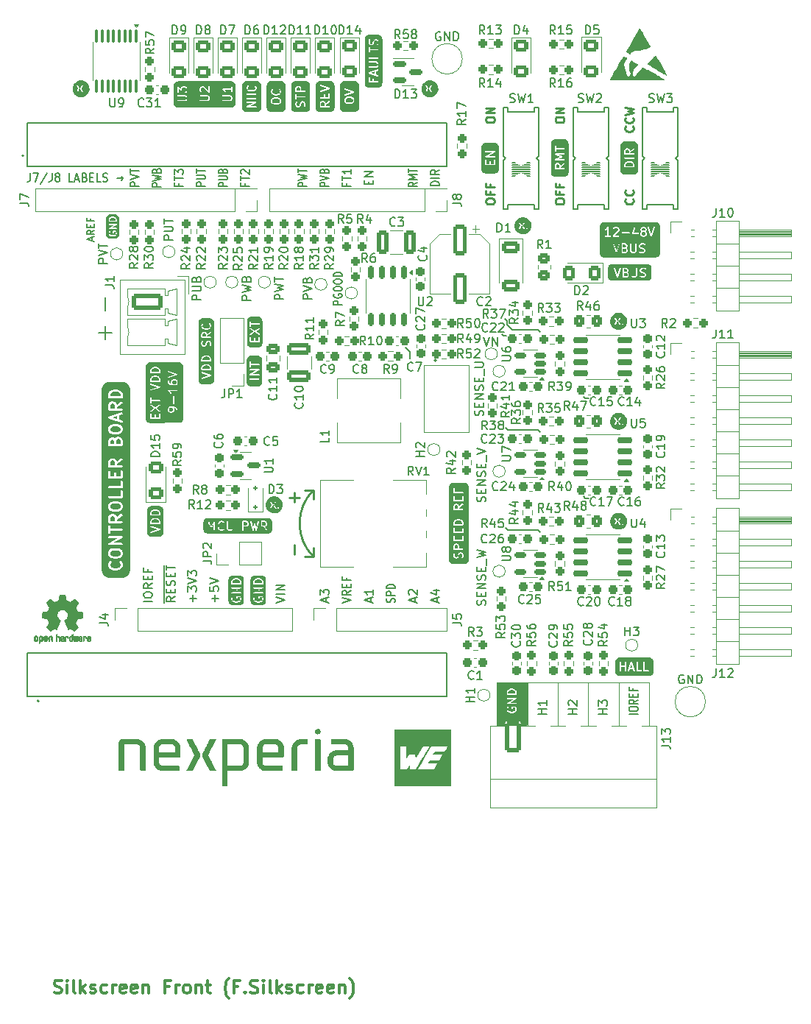
<source format=gbr>
G04 #@! TF.GenerationSoftware,KiCad,Pcbnew,9.0.3*
G04 #@! TF.CreationDate,2026-02-18T15:21:07+00:00*
G04 #@! TF.ProjectId,nevb_mtr1_c_1,6e657662-5f6d-4747-9231-5f635f312e6b,01*
G04 #@! TF.SameCoordinates,Original*
G04 #@! TF.FileFunction,Legend,Top*
G04 #@! TF.FilePolarity,Positive*
%FSLAX46Y46*%
G04 Gerber Fmt 4.6, Leading zero omitted, Abs format (unit mm)*
G04 Created by KiCad (PCBNEW 9.0.3) date 2026-02-18 15:21:07*
%MOMM*%
%LPD*%
G01*
G04 APERTURE LIST*
G04 Aperture macros list*
%AMRoundRect*
0 Rectangle with rounded corners*
0 $1 Rounding radius*
0 $2 $3 $4 $5 $6 $7 $8 $9 X,Y pos of 4 corners*
0 Add a 4 corners polygon primitive as box body*
4,1,4,$2,$3,$4,$5,$6,$7,$8,$9,$2,$3,0*
0 Add four circle primitives for the rounded corners*
1,1,$1+$1,$2,$3*
1,1,$1+$1,$4,$5*
1,1,$1+$1,$6,$7*
1,1,$1+$1,$8,$9*
0 Add four rect primitives between the rounded corners*
20,1,$1+$1,$2,$3,$4,$5,0*
20,1,$1+$1,$4,$5,$6,$7,0*
20,1,$1+$1,$6,$7,$8,$9,0*
20,1,$1+$1,$8,$9,$2,$3,0*%
G04 Aperture macros list end*
%ADD10C,0.150000*%
%ADD11C,0.120000*%
%ADD12C,0.250000*%
%ADD13C,0.200000*%
%ADD14C,0.300000*%
%ADD15C,0.127000*%
%ADD16C,0.100000*%
%ADD17C,0.000000*%
%ADD18C,0.010000*%
%ADD19C,1.676400*%
%ADD20R,1.600000X2.200000*%
%ADD21RoundRect,0.250001X-0.624999X0.462499X-0.624999X-0.462499X0.624999X-0.462499X0.624999X0.462499X0*%
%ADD22RoundRect,0.250001X0.624999X-0.462499X0.624999X0.462499X-0.624999X0.462499X-0.624999X-0.462499X0*%
%ADD23RoundRect,0.237500X0.250000X0.237500X-0.250000X0.237500X-0.250000X-0.237500X0.250000X-0.237500X0*%
%ADD24RoundRect,0.150000X0.725000X0.150000X-0.725000X0.150000X-0.725000X-0.150000X0.725000X-0.150000X0*%
%ADD25RoundRect,0.237500X-0.237500X0.250000X-0.237500X-0.250000X0.237500X-0.250000X0.237500X0.250000X0*%
%ADD26C,5.700000*%
%ADD27RoundRect,0.250001X0.462499X0.624999X-0.462499X0.624999X-0.462499X-0.624999X0.462499X-0.624999X0*%
%ADD28RoundRect,0.237500X0.237500X-0.250000X0.237500X0.250000X-0.237500X0.250000X-0.237500X-0.250000X0*%
%ADD29RoundRect,0.150000X0.512500X0.150000X-0.512500X0.150000X-0.512500X-0.150000X0.512500X-0.150000X0*%
%ADD30R,1.700000X1.700000*%
%ADD31O,1.700000X1.700000*%
%ADD32RoundRect,0.150000X-0.587500X-0.150000X0.587500X-0.150000X0.587500X0.150000X-0.587500X0.150000X0*%
%ADD33RoundRect,0.250000X-1.550000X0.650000X-1.550000X-0.650000X1.550000X-0.650000X1.550000X0.650000X0*%
%ADD34O,3.600000X1.800000*%
%ADD35RoundRect,0.237500X0.237500X-0.300000X0.237500X0.300000X-0.237500X0.300000X-0.237500X-0.300000X0*%
%ADD36RoundRect,0.237500X0.300000X0.237500X-0.300000X0.237500X-0.300000X-0.237500X0.300000X-0.237500X0*%
%ADD37C,1.000000*%
%ADD38C,3.000000*%
%ADD39RoundRect,0.250000X-0.350000X-0.450000X0.350000X-0.450000X0.350000X0.450000X-0.350000X0.450000X0*%
%ADD40RoundRect,0.250000X0.475000X-0.337500X0.475000X0.337500X-0.475000X0.337500X-0.475000X-0.337500X0*%
%ADD41RoundRect,0.100000X-0.100000X0.637500X-0.100000X-0.637500X0.100000X-0.637500X0.100000X0.637500X0*%
%ADD42C,2.000000*%
%ADD43RoundRect,0.250000X-0.650000X-1.550000X0.650000X-1.550000X0.650000X1.550000X-0.650000X1.550000X0*%
%ADD44O,1.800000X3.600000*%
%ADD45RoundRect,0.237500X-0.300000X-0.237500X0.300000X-0.237500X0.300000X0.237500X-0.300000X0.237500X0*%
%ADD46RoundRect,0.237500X-0.250000X-0.237500X0.250000X-0.237500X0.250000X0.237500X-0.250000X0.237500X0*%
%ADD47C,4.000000*%
%ADD48C,1.800000*%
%ADD49RoundRect,0.250000X-0.550000X1.500000X-0.550000X-1.500000X0.550000X-1.500000X0.550000X1.500000X0*%
%ADD50RoundRect,0.250000X-1.100000X0.412500X-1.100000X-0.412500X1.100000X-0.412500X1.100000X0.412500X0*%
%ADD51RoundRect,0.250000X-0.450000X0.350000X-0.450000X-0.350000X0.450000X-0.350000X0.450000X0.350000X0*%
%ADD52RoundRect,0.125000X0.125000X-0.125000X0.125000X0.125000X-0.125000X0.125000X-0.125000X-0.125000X0*%
%ADD53RoundRect,0.237500X-0.237500X0.300000X-0.237500X-0.300000X0.237500X-0.300000X0.237500X0.300000X0*%
%ADD54RoundRect,0.250000X0.412500X1.100000X-0.412500X1.100000X-0.412500X-1.100000X0.412500X-1.100000X0*%
%ADD55RoundRect,0.150000X-0.150000X0.625000X-0.150000X-0.625000X0.150000X-0.625000X0.150000X0.625000X0*%
%ADD56R,3.400000X2.710000*%
%ADD57RoundRect,0.250000X-0.800000X0.450000X-0.800000X-0.450000X0.800000X-0.450000X0.800000X0.450000X0*%
%ADD58R,1.350000X1.350000*%
%ADD59O,1.350000X1.350000*%
G04 APERTURE END LIST*
D10*
X113104000Y-84864000D02*
X112854000Y-84614000D01*
X116854000Y-73614000D02*
X116604000Y-73364000D01*
X116854000Y-85114000D02*
X116604000Y-84864000D01*
D11*
X115354000Y-113922000D02*
X118854000Y-113922000D01*
X118854000Y-118864000D01*
X115354000Y-118864000D01*
X115354000Y-113922000D01*
X111854000Y-113922000D02*
X115354000Y-113922000D01*
X115354000Y-118864000D01*
X111854000Y-118864000D01*
X111854000Y-113922000D01*
D10*
X101354000Y-75364000D02*
X101854000Y-75864000D01*
X116604000Y-96364000D02*
X113354000Y-96364000D01*
X113104000Y-96364000D02*
X112854000Y-96114000D01*
X101854000Y-75864000D02*
X101854000Y-76614000D01*
D12*
X90733353Y-91801113D02*
X89720240Y-91801113D01*
D10*
X122004000Y-92714000D02*
X121804000Y-92514000D01*
X122404000Y-92714000D02*
X122004000Y-92714000D01*
X116604000Y-84864000D02*
X113354000Y-84864000D01*
X113354000Y-96364000D02*
X113104000Y-96364000D01*
X112404000Y-73814000D02*
X112604000Y-74014000D01*
X116854000Y-96614000D02*
X116604000Y-96364000D01*
D12*
X90737684Y-99424000D02*
X90737684Y-98410887D01*
D11*
X125854000Y-113922000D02*
X129354000Y-113922000D01*
X129354000Y-118864000D01*
X125854000Y-118864000D01*
X125854000Y-113922000D01*
D10*
X122404000Y-81214000D02*
X122004000Y-81214000D01*
X113007937Y-72314000D02*
X112804000Y-72110063D01*
X122004000Y-81214000D02*
X121804000Y-81014000D01*
D11*
X122354000Y-113922000D02*
X125854000Y-113922000D01*
X125854000Y-118864000D01*
X122354000Y-118864000D01*
X122354000Y-113922000D01*
D10*
X116604000Y-73364000D02*
X113604000Y-73364000D01*
D12*
X90733353Y-99426887D02*
G75*
G02*
X90733353Y-91801113I3812847J3812887D01*
G01*
D10*
X113007937Y-72767937D02*
X113007937Y-72314000D01*
D12*
X90733353Y-92820000D02*
X90733353Y-91801113D01*
X89718797Y-99424000D02*
X90737684Y-99424000D01*
D11*
X118854000Y-113922000D02*
X122354000Y-113922000D01*
X122354000Y-118864000D01*
X118854000Y-118864000D01*
X118854000Y-113922000D01*
D10*
X112604000Y-74014000D02*
X112904000Y-74014000D01*
X113604000Y-73364000D02*
X113007937Y-72767937D01*
X113354000Y-84864000D02*
X113104000Y-84864000D01*
G36*
X84684930Y-74865539D02*
G01*
X83312708Y-74865539D01*
X83312708Y-74203238D01*
X83423819Y-74203238D01*
X83423819Y-74679428D01*
X83425260Y-74694060D01*
X83436459Y-74721096D01*
X83457151Y-74741788D01*
X83484187Y-74752987D01*
X83498819Y-74754428D01*
X84498819Y-74754428D01*
X84513451Y-74752987D01*
X84540487Y-74741788D01*
X84561179Y-74721096D01*
X84572378Y-74694060D01*
X84573819Y-74679428D01*
X84573819Y-74203238D01*
X84572378Y-74188606D01*
X84561179Y-74161570D01*
X84540487Y-74140878D01*
X84513451Y-74129679D01*
X84484187Y-74129679D01*
X84457151Y-74140878D01*
X84436459Y-74161570D01*
X84425260Y-74188606D01*
X84423819Y-74203238D01*
X84423819Y-74604428D01*
X84050009Y-74604428D01*
X84050009Y-74346095D01*
X84048568Y-74331463D01*
X84037369Y-74304427D01*
X84016677Y-74283735D01*
X83989641Y-74272536D01*
X83960377Y-74272536D01*
X83933341Y-74283735D01*
X83912649Y-74304427D01*
X83901450Y-74331463D01*
X83900009Y-74346095D01*
X83900009Y-74604428D01*
X83573819Y-74604428D01*
X83573819Y-74203238D01*
X83572378Y-74188606D01*
X83561179Y-74161570D01*
X83540487Y-74140878D01*
X83513451Y-74129679D01*
X83484187Y-74129679D01*
X83457151Y-74140878D01*
X83436459Y-74161570D01*
X83425260Y-74188606D01*
X83423819Y-74203238D01*
X83312708Y-74203238D01*
X83312708Y-73203317D01*
X83423819Y-73203317D01*
X83429558Y-73232011D01*
X83445841Y-73256326D01*
X83457217Y-73265642D01*
X83863610Y-73536571D01*
X83457217Y-73807500D01*
X83445841Y-73816816D01*
X83429558Y-73841131D01*
X83423819Y-73869825D01*
X83429498Y-73898533D01*
X83445731Y-73922882D01*
X83470046Y-73939165D01*
X83498740Y-73944904D01*
X83527448Y-73939225D01*
X83540421Y-73932308D01*
X83998818Y-73626709D01*
X84457216Y-73932308D01*
X84470190Y-73939225D01*
X84498898Y-73944904D01*
X84527592Y-73939165D01*
X84551907Y-73922882D01*
X84568140Y-73898533D01*
X84573819Y-73869825D01*
X84568080Y-73841131D01*
X84551797Y-73816816D01*
X84540421Y-73807500D01*
X84134027Y-73536571D01*
X84540421Y-73265642D01*
X84551797Y-73256326D01*
X84568080Y-73232011D01*
X84573819Y-73203317D01*
X84568140Y-73174609D01*
X84551907Y-73150260D01*
X84527592Y-73133977D01*
X84498898Y-73128238D01*
X84470190Y-73133917D01*
X84457216Y-73140834D01*
X83998818Y-73446432D01*
X83540421Y-73140834D01*
X83527448Y-73133917D01*
X83498740Y-73128238D01*
X83470046Y-73133977D01*
X83445731Y-73150260D01*
X83429498Y-73174609D01*
X83423819Y-73203317D01*
X83312708Y-73203317D01*
X83312708Y-72393714D01*
X83423819Y-72393714D01*
X83423819Y-72965142D01*
X83425260Y-72979774D01*
X83436459Y-73006810D01*
X83457151Y-73027502D01*
X83484187Y-73038701D01*
X83513451Y-73038701D01*
X83540487Y-73027502D01*
X83561179Y-73006810D01*
X83572378Y-72979774D01*
X83573819Y-72965142D01*
X83573819Y-72754428D01*
X84498819Y-72754428D01*
X84513451Y-72752987D01*
X84540487Y-72741788D01*
X84561179Y-72721096D01*
X84572378Y-72694060D01*
X84572378Y-72664796D01*
X84561179Y-72637760D01*
X84540487Y-72617068D01*
X84513451Y-72605869D01*
X84498819Y-72604428D01*
X83573819Y-72604428D01*
X83573819Y-72393714D01*
X83572378Y-72379082D01*
X83561179Y-72352046D01*
X83540487Y-72331354D01*
X83513451Y-72320155D01*
X83484187Y-72320155D01*
X83457151Y-72331354D01*
X83436459Y-72352046D01*
X83425260Y-72379082D01*
X83423819Y-72393714D01*
X83312708Y-72393714D01*
X83312708Y-72209044D01*
X84684930Y-72209044D01*
X84684930Y-74865539D01*
G37*
G36*
X85218780Y-95499077D02*
G01*
X85249187Y-95529484D01*
X85283445Y-95598000D01*
X85283445Y-95705447D01*
X85249187Y-95773963D01*
X85218780Y-95804370D01*
X85150264Y-95838628D01*
X84862017Y-95838628D01*
X84862017Y-95464819D01*
X85150264Y-95464819D01*
X85218780Y-95499077D01*
G37*
G36*
X83075923Y-95499077D02*
G01*
X83106330Y-95529484D01*
X83140588Y-95598000D01*
X83140588Y-95705447D01*
X83106330Y-95773963D01*
X83075923Y-95804370D01*
X83007407Y-95838628D01*
X82719160Y-95838628D01*
X82719160Y-95464819D01*
X83007407Y-95464819D01*
X83075923Y-95499077D01*
G37*
G36*
X85544556Y-96575930D02*
G01*
X78505668Y-96575930D01*
X78505668Y-95389819D01*
X78616779Y-95389819D01*
X78616779Y-96389819D01*
X78618220Y-96404451D01*
X78629419Y-96431487D01*
X78650111Y-96452179D01*
X78677147Y-96463378D01*
X78706411Y-96463378D01*
X78733447Y-96452179D01*
X78754139Y-96431487D01*
X78765338Y-96404451D01*
X78766779Y-96389819D01*
X78766779Y-95727886D01*
X78957148Y-96135821D01*
X78960322Y-96141180D01*
X78960982Y-96142993D01*
X78962156Y-96144275D01*
X78964642Y-96148471D01*
X78973051Y-96156171D01*
X78980746Y-96164574D01*
X78983764Y-96165982D01*
X78986223Y-96168234D01*
X78996935Y-96172129D01*
X79007264Y-96176950D01*
X79010592Y-96177096D01*
X79013724Y-96178235D01*
X79025118Y-96177734D01*
X79036500Y-96178234D01*
X79039628Y-96177096D01*
X79042960Y-96176950D01*
X79053295Y-96172126D01*
X79064001Y-96168234D01*
X79066456Y-96165984D01*
X79069478Y-96164575D01*
X79077179Y-96156164D01*
X79085582Y-96148470D01*
X79088065Y-96144277D01*
X79089242Y-96142993D01*
X79089902Y-96141177D01*
X79093076Y-96135820D01*
X79283445Y-95727886D01*
X79283445Y-96389819D01*
X79284886Y-96404451D01*
X79296085Y-96431487D01*
X79316777Y-96452179D01*
X79343813Y-96463378D01*
X79373077Y-96463378D01*
X79400113Y-96452179D01*
X79420805Y-96431487D01*
X79432004Y-96404451D01*
X79433445Y-96389819D01*
X79433445Y-95818390D01*
X79712017Y-95818390D01*
X79712017Y-95961247D01*
X79712268Y-95963800D01*
X79712106Y-95964893D01*
X79712915Y-95970366D01*
X79713458Y-95975879D01*
X79713880Y-95976900D01*
X79714256Y-95979437D01*
X79761875Y-96169913D01*
X79762260Y-96170992D01*
X79762299Y-96171532D01*
X79764626Y-96177613D01*
X79766822Y-96183759D01*
X79767144Y-96184194D01*
X79767554Y-96185264D01*
X79815173Y-96280502D01*
X79819136Y-96286798D01*
X79819894Y-96288628D01*
X79821583Y-96290686D01*
X79823005Y-96292945D01*
X79824503Y-96294244D01*
X79829222Y-96299994D01*
X79924460Y-96395233D01*
X79935825Y-96404561D01*
X79938315Y-96405592D01*
X79940350Y-96407357D01*
X79953776Y-96413351D01*
X80096632Y-96460970D01*
X80103887Y-96462619D01*
X80105718Y-96463378D01*
X80108371Y-96463639D01*
X80110969Y-96464230D01*
X80112943Y-96464089D01*
X80120350Y-96464819D01*
X80215588Y-96464819D01*
X80222993Y-96464089D01*
X80224968Y-96464230D01*
X80227565Y-96463639D01*
X80230220Y-96463378D01*
X80232051Y-96462619D01*
X80239305Y-96460970D01*
X80382162Y-96413351D01*
X80395587Y-96407357D01*
X80397622Y-96405591D01*
X80400113Y-96404560D01*
X80411479Y-96395232D01*
X80459097Y-96347613D01*
X80468425Y-96336247D01*
X80479623Y-96309211D01*
X80479623Y-96279948D01*
X80468424Y-96252912D01*
X80447731Y-96232219D01*
X80420695Y-96221021D01*
X80391432Y-96221021D01*
X80364396Y-96232220D01*
X80353030Y-96241548D01*
X80317931Y-96276647D01*
X80203418Y-96314819D01*
X80132520Y-96314819D01*
X80018007Y-96276648D01*
X79943894Y-96202534D01*
X79905400Y-96125547D01*
X79862017Y-95952013D01*
X79862017Y-95827624D01*
X79905400Y-95654090D01*
X79943894Y-95577103D01*
X80018007Y-95502990D01*
X80132520Y-95464819D01*
X80203418Y-95464819D01*
X80317931Y-95502990D01*
X80353031Y-95538090D01*
X80364396Y-95547417D01*
X80391432Y-95558616D01*
X80420695Y-95558616D01*
X80447731Y-95547417D01*
X80468424Y-95526724D01*
X80479623Y-95499688D01*
X80479623Y-95470425D01*
X80468424Y-95443389D01*
X80459097Y-95432024D01*
X80416892Y-95389819D01*
X80759636Y-95389819D01*
X80759636Y-96199342D01*
X80761077Y-96213974D01*
X80762108Y-96216463D01*
X80762299Y-96219151D01*
X80767554Y-96232883D01*
X80815173Y-96328121D01*
X80819136Y-96334417D01*
X80819894Y-96336247D01*
X80821583Y-96338305D01*
X80823005Y-96340564D01*
X80824503Y-96341863D01*
X80829221Y-96347612D01*
X80876840Y-96395232D01*
X80882589Y-96399950D01*
X80883890Y-96401450D01*
X80886149Y-96402872D01*
X80888206Y-96404560D01*
X80890033Y-96405317D01*
X80896333Y-96409282D01*
X80991571Y-96456901D01*
X81005302Y-96462156D01*
X81007991Y-96462347D01*
X81010480Y-96463378D01*
X81025112Y-96464819D01*
X81215588Y-96464819D01*
X81230220Y-96463378D01*
X81232709Y-96462346D01*
X81235397Y-96462156D01*
X81249129Y-96456901D01*
X81344367Y-96409282D01*
X81350666Y-96405317D01*
X81352494Y-96404560D01*
X81354550Y-96402872D01*
X81356810Y-96401450D01*
X81358110Y-96399950D01*
X81363860Y-96395232D01*
X81411478Y-96347613D01*
X81416196Y-96341863D01*
X81417695Y-96340564D01*
X81419116Y-96338305D01*
X81420806Y-96336247D01*
X81421563Y-96334417D01*
X81425527Y-96328121D01*
X81473146Y-96232883D01*
X81478401Y-96219152D01*
X81478592Y-96216462D01*
X81479623Y-96213974D01*
X81481064Y-96199342D01*
X81481064Y-95389819D01*
X82569160Y-95389819D01*
X82569160Y-96389819D01*
X82570601Y-96404451D01*
X82581800Y-96431487D01*
X82602492Y-96452179D01*
X82629528Y-96463378D01*
X82658792Y-96463378D01*
X82685828Y-96452179D01*
X82706520Y-96431487D01*
X82717719Y-96404451D01*
X82719160Y-96389819D01*
X82719160Y-95988628D01*
X83025112Y-95988628D01*
X83039744Y-95987187D01*
X83042233Y-95986155D01*
X83044921Y-95985965D01*
X83058653Y-95980710D01*
X83153891Y-95933091D01*
X83160190Y-95929126D01*
X83162018Y-95928369D01*
X83164074Y-95926680D01*
X83166334Y-95925259D01*
X83167633Y-95923760D01*
X83173383Y-95919042D01*
X83221002Y-95871423D01*
X83225720Y-95865673D01*
X83227219Y-95864374D01*
X83228640Y-95862114D01*
X83230329Y-95860058D01*
X83231086Y-95858230D01*
X83235051Y-95851931D01*
X83282670Y-95756693D01*
X83287925Y-95742962D01*
X83288116Y-95740272D01*
X83289147Y-95737784D01*
X83290588Y-95723152D01*
X83290588Y-95580295D01*
X83289147Y-95565663D01*
X83288116Y-95563174D01*
X83287925Y-95560485D01*
X83282670Y-95546754D01*
X83235051Y-95451516D01*
X83231086Y-95445216D01*
X83230329Y-95443389D01*
X83228640Y-95441332D01*
X83227219Y-95439073D01*
X83225720Y-95437773D01*
X83221002Y-95432024D01*
X83181601Y-95392623D01*
X83473974Y-95392623D01*
X83475962Y-95407191D01*
X83714057Y-96407191D01*
X83715786Y-96412210D01*
X83716026Y-96414012D01*
X83716968Y-96415640D01*
X83718847Y-96421091D01*
X83725233Y-96429915D01*
X83730688Y-96439337D01*
X83733745Y-96441677D01*
X83736004Y-96444798D01*
X83745279Y-96450505D01*
X83753926Y-96457124D01*
X83757646Y-96458116D01*
X83760926Y-96460134D01*
X83771680Y-96461858D01*
X83782202Y-96464664D01*
X83786017Y-96464157D01*
X83789821Y-96464767D01*
X83800419Y-96462243D01*
X83811210Y-96460810D01*
X83814541Y-96458881D01*
X83818289Y-96457989D01*
X83827113Y-96451602D01*
X83836535Y-96446148D01*
X83838875Y-96443090D01*
X83841996Y-96440832D01*
X83847703Y-96431556D01*
X83854322Y-96422910D01*
X83856347Y-96417510D01*
X83857332Y-96415910D01*
X83857619Y-96414118D01*
X83859485Y-96409144D01*
X83977492Y-95966613D01*
X84095501Y-96409144D01*
X84097366Y-96414119D01*
X84097654Y-96415910D01*
X84098638Y-96417509D01*
X84100664Y-96422911D01*
X84107284Y-96431559D01*
X84112990Y-96440832D01*
X84116110Y-96443090D01*
X84118451Y-96446148D01*
X84127872Y-96451602D01*
X84136697Y-96457989D01*
X84140444Y-96458881D01*
X84143776Y-96460810D01*
X84154569Y-96462244D01*
X84165165Y-96464767D01*
X84168966Y-96464157D01*
X84172785Y-96464665D01*
X84183316Y-96461856D01*
X84194060Y-96460134D01*
X84197336Y-96458118D01*
X84201060Y-96457125D01*
X84209710Y-96450503D01*
X84218982Y-96444798D01*
X84221240Y-96441677D01*
X84224298Y-96439337D01*
X84229753Y-96429914D01*
X84236139Y-96421091D01*
X84238016Y-96415642D01*
X84238960Y-96414013D01*
X84239199Y-96412209D01*
X84240929Y-96407191D01*
X84479025Y-95407191D01*
X84481013Y-95392623D01*
X84480563Y-95389819D01*
X84712017Y-95389819D01*
X84712017Y-96389819D01*
X84713458Y-96404451D01*
X84724657Y-96431487D01*
X84745349Y-96452179D01*
X84772385Y-96463378D01*
X84801649Y-96463378D01*
X84828685Y-96452179D01*
X84849377Y-96431487D01*
X84860576Y-96404451D01*
X84862017Y-96389819D01*
X84862017Y-95988628D01*
X84986063Y-95988628D01*
X85297003Y-96432829D01*
X85306574Y-96443989D01*
X85331253Y-96459716D01*
X85360070Y-96464802D01*
X85388641Y-96458472D01*
X85412615Y-96441690D01*
X85428342Y-96417012D01*
X85433427Y-96388194D01*
X85427098Y-96359623D01*
X85419888Y-96346810D01*
X85169084Y-95988518D01*
X85182601Y-95987187D01*
X85185090Y-95986155D01*
X85187778Y-95985965D01*
X85201510Y-95980710D01*
X85296748Y-95933091D01*
X85303047Y-95929126D01*
X85304875Y-95928369D01*
X85306931Y-95926680D01*
X85309191Y-95925259D01*
X85310490Y-95923760D01*
X85316240Y-95919042D01*
X85363859Y-95871423D01*
X85368577Y-95865673D01*
X85370076Y-95864374D01*
X85371497Y-95862114D01*
X85373186Y-95860058D01*
X85373943Y-95858230D01*
X85377908Y-95851931D01*
X85425527Y-95756693D01*
X85430782Y-95742962D01*
X85430973Y-95740272D01*
X85432004Y-95737784D01*
X85433445Y-95723152D01*
X85433445Y-95580295D01*
X85432004Y-95565663D01*
X85430973Y-95563174D01*
X85430782Y-95560485D01*
X85425527Y-95546754D01*
X85377908Y-95451516D01*
X85373943Y-95445216D01*
X85373186Y-95443389D01*
X85371497Y-95441332D01*
X85370076Y-95439073D01*
X85368577Y-95437773D01*
X85363859Y-95432024D01*
X85316240Y-95384405D01*
X85310490Y-95379686D01*
X85309191Y-95378188D01*
X85306931Y-95376766D01*
X85304875Y-95375078D01*
X85303047Y-95374320D01*
X85296748Y-95370356D01*
X85201510Y-95322737D01*
X85187778Y-95317482D01*
X85185090Y-95317291D01*
X85182601Y-95316260D01*
X85167969Y-95314819D01*
X84787017Y-95314819D01*
X84772385Y-95316260D01*
X84745349Y-95327459D01*
X84724657Y-95348151D01*
X84713458Y-95375187D01*
X84712017Y-95389819D01*
X84480563Y-95389819D01*
X84476380Y-95363728D01*
X84461044Y-95338806D01*
X84437337Y-95321650D01*
X84408869Y-95314871D01*
X84379974Y-95319504D01*
X84355052Y-95334840D01*
X84337895Y-95358547D01*
X84333105Y-95372448D01*
X84163852Y-96083303D01*
X84049961Y-95656208D01*
X84048675Y-95652780D01*
X84048484Y-95651339D01*
X84047492Y-95649626D01*
X84044798Y-95642442D01*
X84038783Y-95634583D01*
X84033822Y-95626015D01*
X84029963Y-95623061D01*
X84027011Y-95619204D01*
X84018446Y-95614245D01*
X84010584Y-95608227D01*
X84005887Y-95606974D01*
X84001686Y-95604542D01*
X83991879Y-95603239D01*
X83982309Y-95600687D01*
X83977490Y-95601327D01*
X83972678Y-95600688D01*
X83963117Y-95603237D01*
X83953300Y-95604542D01*
X83949094Y-95606976D01*
X83944402Y-95608228D01*
X83936542Y-95614243D01*
X83927975Y-95619204D01*
X83925021Y-95623062D01*
X83921164Y-95626015D01*
X83916205Y-95634580D01*
X83910188Y-95642441D01*
X83907491Y-95649630D01*
X83906502Y-95651340D01*
X83906310Y-95652779D01*
X83905025Y-95656208D01*
X83791133Y-96083303D01*
X83621882Y-95372447D01*
X83617092Y-95358547D01*
X83599935Y-95334840D01*
X83575013Y-95319504D01*
X83546118Y-95314871D01*
X83517650Y-95321649D01*
X83493943Y-95338806D01*
X83478607Y-95363728D01*
X83473974Y-95392623D01*
X83181601Y-95392623D01*
X83173383Y-95384405D01*
X83167633Y-95379686D01*
X83166334Y-95378188D01*
X83164074Y-95376766D01*
X83162018Y-95375078D01*
X83160190Y-95374320D01*
X83153891Y-95370356D01*
X83058653Y-95322737D01*
X83044921Y-95317482D01*
X83042233Y-95317291D01*
X83039744Y-95316260D01*
X83025112Y-95314819D01*
X82644160Y-95314819D01*
X82629528Y-95316260D01*
X82602492Y-95327459D01*
X82581800Y-95348151D01*
X82570601Y-95375187D01*
X82569160Y-95389819D01*
X81481064Y-95389819D01*
X81479623Y-95375187D01*
X81468424Y-95348151D01*
X81447732Y-95327459D01*
X81420696Y-95316260D01*
X81391432Y-95316260D01*
X81364396Y-95327459D01*
X81343704Y-95348151D01*
X81332505Y-95375187D01*
X81331064Y-95389819D01*
X81331064Y-96181637D01*
X81296805Y-96250153D01*
X81266398Y-96280561D01*
X81197883Y-96314819D01*
X81042817Y-96314819D01*
X80974301Y-96280561D01*
X80943894Y-96250153D01*
X80909636Y-96181637D01*
X80909636Y-95389819D01*
X80908195Y-95375187D01*
X80896996Y-95348151D01*
X80876304Y-95327459D01*
X80849268Y-95316260D01*
X80820004Y-95316260D01*
X80792968Y-95327459D01*
X80772276Y-95348151D01*
X80761077Y-95375187D01*
X80759636Y-95389819D01*
X80416892Y-95389819D01*
X80411478Y-95384405D01*
X80400113Y-95375078D01*
X80397622Y-95374046D01*
X80395587Y-95372281D01*
X80382162Y-95366287D01*
X80239305Y-95318668D01*
X80232051Y-95317018D01*
X80230220Y-95316260D01*
X80227565Y-95315998D01*
X80224968Y-95315408D01*
X80222993Y-95315548D01*
X80215588Y-95314819D01*
X80120350Y-95314819D01*
X80112943Y-95315548D01*
X80110969Y-95315408D01*
X80108371Y-95315998D01*
X80105718Y-95316260D01*
X80103887Y-95317018D01*
X80096632Y-95318668D01*
X79953776Y-95366287D01*
X79940350Y-95372281D01*
X79938315Y-95374045D01*
X79935825Y-95375077D01*
X79924460Y-95384405D01*
X79829222Y-95479643D01*
X79824503Y-95485392D01*
X79823005Y-95486692D01*
X79821583Y-95488951D01*
X79819895Y-95491008D01*
X79819137Y-95492835D01*
X79815173Y-95499135D01*
X79767554Y-95594373D01*
X79767144Y-95595442D01*
X79766822Y-95595878D01*
X79764626Y-95602023D01*
X79762299Y-95608105D01*
X79762260Y-95608644D01*
X79761875Y-95609724D01*
X79714256Y-95800200D01*
X79713880Y-95802736D01*
X79713458Y-95803758D01*
X79712915Y-95809270D01*
X79712106Y-95814744D01*
X79712268Y-95815836D01*
X79712017Y-95818390D01*
X79433445Y-95818390D01*
X79433445Y-95389819D01*
X79432497Y-95380197D01*
X79432575Y-95378431D01*
X79432230Y-95377482D01*
X79432004Y-95375187D01*
X79427022Y-95363160D01*
X79422575Y-95350930D01*
X79421445Y-95349696D01*
X79420805Y-95348151D01*
X79411605Y-95338951D01*
X79402811Y-95329348D01*
X79401294Y-95328640D01*
X79400113Y-95327459D01*
X79388100Y-95322482D01*
X79376293Y-95316973D01*
X79374620Y-95316899D01*
X79373077Y-95316260D01*
X79360071Y-95316260D01*
X79347057Y-95315688D01*
X79345484Y-95316260D01*
X79343813Y-95316260D01*
X79331794Y-95321238D01*
X79319556Y-95325689D01*
X79318322Y-95326819D01*
X79316777Y-95327459D01*
X79307578Y-95336657D01*
X79297975Y-95345452D01*
X79296799Y-95347436D01*
X79296085Y-95348151D01*
X79295408Y-95349784D01*
X79290481Y-95358102D01*
X79025111Y-95926750D01*
X78759743Y-95358103D01*
X78754817Y-95349787D01*
X78754139Y-95348151D01*
X78753423Y-95347435D01*
X78752249Y-95345453D01*
X78742652Y-95336664D01*
X78733447Y-95327459D01*
X78731901Y-95326818D01*
X78730668Y-95325689D01*
X78718437Y-95321241D01*
X78706411Y-95316260D01*
X78704737Y-95316260D01*
X78703167Y-95315689D01*
X78690166Y-95316260D01*
X78677147Y-95316260D01*
X78675602Y-95316899D01*
X78673931Y-95316973D01*
X78662132Y-95322479D01*
X78650111Y-95327459D01*
X78648928Y-95328641D01*
X78647413Y-95329349D01*
X78638624Y-95338945D01*
X78629419Y-95348151D01*
X78628778Y-95349696D01*
X78627649Y-95350930D01*
X78623201Y-95363160D01*
X78618220Y-95375187D01*
X78617993Y-95377482D01*
X78617649Y-95378431D01*
X78617726Y-95380197D01*
X78616779Y-95389819D01*
X78505668Y-95389819D01*
X78505668Y-95203708D01*
X85544556Y-95203708D01*
X85544556Y-96575930D01*
G37*
G36*
X97801104Y-43925180D02*
G01*
X97398989Y-43791142D01*
X97801104Y-43657103D01*
X97801104Y-43925180D01*
G37*
G36*
X98347930Y-45024872D02*
G01*
X96975708Y-45024872D01*
X96975708Y-44362571D01*
X97086819Y-44362571D01*
X97086819Y-44838761D01*
X97088260Y-44853393D01*
X97099459Y-44880429D01*
X97120151Y-44901121D01*
X97147187Y-44912320D01*
X97161819Y-44913761D01*
X98161819Y-44913761D01*
X98176451Y-44912320D01*
X98203487Y-44901121D01*
X98224179Y-44880429D01*
X98235378Y-44853393D01*
X98235378Y-44824129D01*
X98224179Y-44797093D01*
X98203487Y-44776401D01*
X98176451Y-44765202D01*
X98161819Y-44763761D01*
X97713009Y-44763761D01*
X97713009Y-44505428D01*
X97711568Y-44490796D01*
X97700369Y-44463760D01*
X97679677Y-44443068D01*
X97652641Y-44431869D01*
X97623377Y-44431869D01*
X97596341Y-44443068D01*
X97575649Y-44463760D01*
X97564450Y-44490796D01*
X97563009Y-44505428D01*
X97563009Y-44763761D01*
X97236819Y-44763761D01*
X97236819Y-44362571D01*
X97235378Y-44347939D01*
X97224179Y-44320903D01*
X97203487Y-44300211D01*
X97176451Y-44289012D01*
X97147187Y-44289012D01*
X97120151Y-44300211D01*
X97099459Y-44320903D01*
X97088260Y-44347939D01*
X97086819Y-44362571D01*
X96975708Y-44362571D01*
X96975708Y-43781762D01*
X97087408Y-43781762D01*
X97088074Y-43791142D01*
X97087408Y-43800522D01*
X97089103Y-43805607D01*
X97089483Y-43810952D01*
X97093687Y-43819361D01*
X97096662Y-43828285D01*
X97100173Y-43832333D01*
X97102569Y-43837125D01*
X97109673Y-43843287D01*
X97115836Y-43850392D01*
X97120627Y-43852787D01*
X97124676Y-43856299D01*
X97138102Y-43862293D01*
X98138102Y-44195626D01*
X98152438Y-44198886D01*
X98181628Y-44196811D01*
X98207802Y-44183725D01*
X98226976Y-44161617D01*
X98236230Y-44133855D01*
X98234155Y-44104665D01*
X98221068Y-44078492D01*
X98198961Y-44059318D01*
X98185536Y-44053324D01*
X97951104Y-43975180D01*
X97951104Y-43607103D01*
X98185536Y-43528960D01*
X98198961Y-43522966D01*
X98221068Y-43503792D01*
X98234155Y-43477619D01*
X98236230Y-43448429D01*
X98226976Y-43420667D01*
X98207802Y-43398559D01*
X98181628Y-43385473D01*
X98152438Y-43383398D01*
X98138102Y-43386658D01*
X97138102Y-43719991D01*
X97124676Y-43725985D01*
X97120627Y-43729496D01*
X97115836Y-43731892D01*
X97109673Y-43738996D01*
X97102569Y-43745159D01*
X97100173Y-43749950D01*
X97096662Y-43753999D01*
X97093687Y-43762922D01*
X97089483Y-43771332D01*
X97089103Y-43776676D01*
X97087408Y-43781762D01*
X96975708Y-43781762D01*
X96975708Y-42538415D01*
X97088260Y-42538415D01*
X97088260Y-42567679D01*
X97099459Y-42594715D01*
X97120151Y-42615407D01*
X97147187Y-42626606D01*
X97161819Y-42628047D01*
X97953637Y-42628047D01*
X98022153Y-42662305D01*
X98052561Y-42692712D01*
X98086819Y-42761228D01*
X98086819Y-42916294D01*
X98052561Y-42984809D01*
X98022153Y-43015216D01*
X97953637Y-43049475D01*
X97161819Y-43049475D01*
X97147187Y-43050916D01*
X97120151Y-43062115D01*
X97099459Y-43082807D01*
X97088260Y-43109843D01*
X97088260Y-43139107D01*
X97099459Y-43166143D01*
X97120151Y-43186835D01*
X97147187Y-43198034D01*
X97161819Y-43199475D01*
X97971342Y-43199475D01*
X97985974Y-43198034D01*
X97988463Y-43197002D01*
X97991151Y-43196812D01*
X98004883Y-43191557D01*
X98100121Y-43143938D01*
X98106417Y-43139974D01*
X98108247Y-43139217D01*
X98110305Y-43137527D01*
X98112564Y-43136106D01*
X98113863Y-43134607D01*
X98119612Y-43129890D01*
X98167232Y-43082271D01*
X98171950Y-43076521D01*
X98173450Y-43075221D01*
X98174872Y-43072961D01*
X98176560Y-43070905D01*
X98177317Y-43069077D01*
X98181282Y-43062778D01*
X98228901Y-42967540D01*
X98234156Y-42953809D01*
X98234347Y-42951119D01*
X98235378Y-42948631D01*
X98236819Y-42933999D01*
X98236819Y-42743523D01*
X98235378Y-42728891D01*
X98234347Y-42726402D01*
X98234156Y-42723713D01*
X98228901Y-42709982D01*
X98181282Y-42614744D01*
X98177317Y-42608444D01*
X98176560Y-42606617D01*
X98174872Y-42604560D01*
X98173450Y-42602301D01*
X98171950Y-42601000D01*
X98167232Y-42595251D01*
X98119612Y-42547632D01*
X98113863Y-42542914D01*
X98112564Y-42541416D01*
X98110305Y-42539994D01*
X98108247Y-42538305D01*
X98106417Y-42537547D01*
X98100121Y-42533584D01*
X98004883Y-42485965D01*
X97991151Y-42480710D01*
X97988463Y-42480519D01*
X97985974Y-42479488D01*
X97971342Y-42478047D01*
X97161819Y-42478047D01*
X97147187Y-42479488D01*
X97120151Y-42490687D01*
X97099459Y-42511379D01*
X97088260Y-42538415D01*
X96975708Y-42538415D01*
X96975708Y-42062224D01*
X97088260Y-42062224D01*
X97088260Y-42091488D01*
X97099459Y-42118524D01*
X97120151Y-42139216D01*
X97147187Y-42150415D01*
X97161819Y-42151856D01*
X98161819Y-42151856D01*
X98176451Y-42150415D01*
X98203487Y-42139216D01*
X98224179Y-42118524D01*
X98235378Y-42091488D01*
X98236819Y-42076856D01*
X98236819Y-41600666D01*
X98235378Y-41586034D01*
X98224179Y-41558998D01*
X98203487Y-41538306D01*
X98176451Y-41527107D01*
X98147187Y-41527107D01*
X98120151Y-41538306D01*
X98099459Y-41558998D01*
X98088260Y-41586034D01*
X98086819Y-41600666D01*
X98086819Y-42001856D01*
X97161819Y-42001856D01*
X97147187Y-42003297D01*
X97120151Y-42014496D01*
X97099459Y-42035188D01*
X97088260Y-42062224D01*
X96975708Y-42062224D01*
X96975708Y-40838761D01*
X97086819Y-40838761D01*
X97086819Y-41410189D01*
X97088260Y-41424821D01*
X97099459Y-41451857D01*
X97120151Y-41472549D01*
X97147187Y-41483748D01*
X97176451Y-41483748D01*
X97203487Y-41472549D01*
X97224179Y-41451857D01*
X97235378Y-41424821D01*
X97236819Y-41410189D01*
X97236819Y-41199475D01*
X98161819Y-41199475D01*
X98176451Y-41198034D01*
X98203487Y-41186835D01*
X98224179Y-41166143D01*
X98235378Y-41139107D01*
X98235378Y-41109843D01*
X98224179Y-41082807D01*
X98203487Y-41062115D01*
X98176451Y-41050916D01*
X98161819Y-41049475D01*
X97236819Y-41049475D01*
X97236819Y-40838761D01*
X97235378Y-40824129D01*
X97224179Y-40797093D01*
X97203487Y-40776401D01*
X97176451Y-40765202D01*
X97147187Y-40765202D01*
X97120151Y-40776401D01*
X97099459Y-40797093D01*
X97088260Y-40824129D01*
X97086819Y-40838761D01*
X96975708Y-40838761D01*
X96975708Y-40124475D01*
X97086819Y-40124475D01*
X97086819Y-40362570D01*
X97088260Y-40377202D01*
X97089291Y-40379691D01*
X97089482Y-40382379D01*
X97094737Y-40396111D01*
X97142356Y-40491349D01*
X97146320Y-40497648D01*
X97147078Y-40499476D01*
X97148766Y-40501532D01*
X97150188Y-40503792D01*
X97151686Y-40505091D01*
X97156405Y-40510841D01*
X97204024Y-40558460D01*
X97209773Y-40563178D01*
X97211073Y-40564677D01*
X97213332Y-40566098D01*
X97215389Y-40567787D01*
X97217216Y-40568544D01*
X97223516Y-40572509D01*
X97318754Y-40620128D01*
X97332485Y-40625383D01*
X97335174Y-40625574D01*
X97337663Y-40626605D01*
X97352295Y-40628046D01*
X97447533Y-40628046D01*
X97462165Y-40626605D01*
X97464654Y-40625573D01*
X97467342Y-40625383D01*
X97481074Y-40620128D01*
X97576312Y-40572509D01*
X97582611Y-40568544D01*
X97584439Y-40567787D01*
X97586495Y-40566098D01*
X97588755Y-40564677D01*
X97590054Y-40563178D01*
X97595804Y-40558460D01*
X97643423Y-40510841D01*
X97648141Y-40505091D01*
X97649640Y-40503792D01*
X97651061Y-40501532D01*
X97652750Y-40499476D01*
X97653507Y-40497648D01*
X97657472Y-40491349D01*
X97705091Y-40396111D01*
X97705500Y-40395041D01*
X97705823Y-40394606D01*
X97708015Y-40388469D01*
X97710346Y-40382380D01*
X97710384Y-40381839D01*
X97710770Y-40380760D01*
X97756392Y-40198270D01*
X97794886Y-40121283D01*
X97825293Y-40090876D01*
X97893809Y-40056618D01*
X97953637Y-40056618D01*
X98022153Y-40090876D01*
X98052561Y-40121283D01*
X98086819Y-40189799D01*
X98086819Y-40398019D01*
X98043049Y-40529329D01*
X98039789Y-40543666D01*
X98041864Y-40572856D01*
X98054950Y-40599029D01*
X98077057Y-40618203D01*
X98104820Y-40627457D01*
X98134010Y-40625382D01*
X98160183Y-40612296D01*
X98179357Y-40590189D01*
X98185351Y-40576763D01*
X98232970Y-40433907D01*
X98234619Y-40426651D01*
X98235378Y-40424821D01*
X98235639Y-40422167D01*
X98236230Y-40419570D01*
X98236089Y-40417595D01*
X98236819Y-40410189D01*
X98236819Y-40172094D01*
X98235378Y-40157462D01*
X98234347Y-40154973D01*
X98234156Y-40152284D01*
X98228901Y-40138553D01*
X98181282Y-40043315D01*
X98177317Y-40037015D01*
X98176560Y-40035188D01*
X98174872Y-40033131D01*
X98173450Y-40030872D01*
X98171950Y-40029571D01*
X98167232Y-40023822D01*
X98119612Y-39976203D01*
X98113863Y-39971485D01*
X98112564Y-39969987D01*
X98110305Y-39968565D01*
X98108247Y-39966876D01*
X98106417Y-39966118D01*
X98100121Y-39962155D01*
X98004883Y-39914536D01*
X97991151Y-39909281D01*
X97988463Y-39909090D01*
X97985974Y-39908059D01*
X97971342Y-39906618D01*
X97876104Y-39906618D01*
X97861472Y-39908059D01*
X97858983Y-39909089D01*
X97856294Y-39909281D01*
X97842563Y-39914536D01*
X97747325Y-39962155D01*
X97741025Y-39966119D01*
X97739198Y-39966877D01*
X97737141Y-39968565D01*
X97734882Y-39969987D01*
X97733582Y-39971485D01*
X97727833Y-39976204D01*
X97680214Y-40023823D01*
X97675495Y-40029572D01*
X97673997Y-40030872D01*
X97672575Y-40033131D01*
X97670887Y-40035188D01*
X97670129Y-40037015D01*
X97666165Y-40043315D01*
X97618546Y-40138553D01*
X97618136Y-40139622D01*
X97617814Y-40140058D01*
X97615618Y-40146203D01*
X97613291Y-40152285D01*
X97613252Y-40152824D01*
X97612867Y-40153904D01*
X97567244Y-40336394D01*
X97528751Y-40413381D01*
X97498344Y-40443788D01*
X97429828Y-40478046D01*
X97370000Y-40478046D01*
X97301484Y-40443788D01*
X97271077Y-40413381D01*
X97236819Y-40344865D01*
X97236819Y-40136645D01*
X97280589Y-40005336D01*
X97283849Y-39990999D01*
X97281774Y-39961809D01*
X97268688Y-39935635D01*
X97246580Y-39916461D01*
X97218818Y-39907207D01*
X97189628Y-39909282D01*
X97163455Y-39922369D01*
X97144281Y-39944476D01*
X97138287Y-39957901D01*
X97090668Y-40100758D01*
X97089018Y-40108011D01*
X97088260Y-40109843D01*
X97087998Y-40112497D01*
X97087408Y-40115095D01*
X97087548Y-40117069D01*
X97086819Y-40124475D01*
X96975708Y-40124475D01*
X96975708Y-39795507D01*
X98347930Y-39795507D01*
X98347930Y-45024872D01*
G37*
D12*
X88544500Y-98042570D02*
X88544500Y-99185428D01*
D10*
X124558819Y-117527220D02*
X123558819Y-117527220D01*
X124035009Y-117527220D02*
X124035009Y-116955792D01*
X124558819Y-116955792D02*
X123558819Y-116955792D01*
X123558819Y-116574839D02*
X123558819Y-115955792D01*
X123558819Y-115955792D02*
X123939771Y-116289125D01*
X123939771Y-116289125D02*
X123939771Y-116146268D01*
X123939771Y-116146268D02*
X123987390Y-116051030D01*
X123987390Y-116051030D02*
X124035009Y-116003411D01*
X124035009Y-116003411D02*
X124130247Y-115955792D01*
X124130247Y-115955792D02*
X124368342Y-115955792D01*
X124368342Y-115955792D02*
X124463580Y-116003411D01*
X124463580Y-116003411D02*
X124511200Y-116051030D01*
X124511200Y-116051030D02*
X124558819Y-116146268D01*
X124558819Y-116146268D02*
X124558819Y-116431982D01*
X124558819Y-116431982D02*
X124511200Y-116527220D01*
X124511200Y-116527220D02*
X124463580Y-116574839D01*
X121058819Y-117527220D02*
X120058819Y-117527220D01*
X120535009Y-117527220D02*
X120535009Y-116955792D01*
X121058819Y-116955792D02*
X120058819Y-116955792D01*
X120154057Y-116527220D02*
X120106438Y-116479601D01*
X120106438Y-116479601D02*
X120058819Y-116384363D01*
X120058819Y-116384363D02*
X120058819Y-116146268D01*
X120058819Y-116146268D02*
X120106438Y-116051030D01*
X120106438Y-116051030D02*
X120154057Y-116003411D01*
X120154057Y-116003411D02*
X120249295Y-115955792D01*
X120249295Y-115955792D02*
X120344533Y-115955792D01*
X120344533Y-115955792D02*
X120487390Y-116003411D01*
X120487390Y-116003411D02*
X121058819Y-116574839D01*
X121058819Y-116574839D02*
X121058819Y-115955792D01*
D12*
G36*
X68405760Y-98760204D02*
G01*
X68500267Y-98854711D01*
X68544666Y-98943508D01*
X68544666Y-99151159D01*
X68500268Y-99239954D01*
X68405759Y-99334462D01*
X68187611Y-99389000D01*
X67751722Y-99389000D01*
X67533572Y-99334462D01*
X67439064Y-99239955D01*
X67394666Y-99151158D01*
X67394666Y-98943508D01*
X67439063Y-98854712D01*
X67533572Y-98760203D01*
X67751722Y-98705667D01*
X68187611Y-98705667D01*
X68405760Y-98760204D01*
G37*
G36*
X67795621Y-94816730D02*
G01*
X67833601Y-94854711D01*
X67878000Y-94943507D01*
X67878000Y-95322332D01*
X67394666Y-95322332D01*
X67394666Y-94943507D01*
X67439064Y-94854710D01*
X67477045Y-94816730D01*
X67565841Y-94772332D01*
X67706825Y-94772332D01*
X67795621Y-94816730D01*
G37*
G36*
X68405760Y-93360203D02*
G01*
X68500267Y-93454710D01*
X68544666Y-93543507D01*
X68544666Y-93751158D01*
X68500268Y-93839953D01*
X68405759Y-93934461D01*
X68187611Y-93988999D01*
X67751722Y-93988999D01*
X67533572Y-93934461D01*
X67439064Y-93839954D01*
X67394666Y-93751157D01*
X67394666Y-93543507D01*
X67439063Y-93454711D01*
X67533572Y-93360202D01*
X67751722Y-93305666D01*
X68187611Y-93305666D01*
X68405760Y-93360203D01*
G37*
G36*
X67795621Y-88416730D02*
G01*
X67833601Y-88454711D01*
X67878000Y-88543507D01*
X67878000Y-88922332D01*
X67394666Y-88922332D01*
X67394666Y-88543507D01*
X67439064Y-88454710D01*
X67477045Y-88416730D01*
X67565841Y-88372332D01*
X67706825Y-88372332D01*
X67795621Y-88416730D01*
G37*
G36*
X67728956Y-86016731D02*
G01*
X67766934Y-86054709D01*
X67811333Y-86143507D01*
X67811333Y-86455665D01*
X67394666Y-86455665D01*
X67394666Y-86143507D01*
X67439063Y-86054711D01*
X67477045Y-86016730D01*
X67565841Y-85972332D01*
X67640158Y-85972332D01*
X67728956Y-86016731D01*
G37*
G36*
X68462288Y-85950063D02*
G01*
X68500267Y-85988043D01*
X68544666Y-86076840D01*
X68544666Y-86455665D01*
X68061333Y-86455665D01*
X68061333Y-86134283D01*
X68112253Y-85981522D01*
X68143710Y-85950063D01*
X68232508Y-85905665D01*
X68373492Y-85905665D01*
X68462288Y-85950063D01*
G37*
G36*
X68405760Y-84493536D02*
G01*
X68500267Y-84588043D01*
X68544666Y-84676840D01*
X68544666Y-84884491D01*
X68500268Y-84973286D01*
X68405759Y-85067794D01*
X68187611Y-85122332D01*
X67751722Y-85122332D01*
X67533572Y-85067794D01*
X67439064Y-84973287D01*
X67394666Y-84884490D01*
X67394666Y-84676840D01*
X67439063Y-84588044D01*
X67533572Y-84493535D01*
X67751722Y-84438999D01*
X68187611Y-84438999D01*
X68405760Y-84493536D01*
G37*
G36*
X68144666Y-83607236D02*
G01*
X67664949Y-83447331D01*
X68144666Y-83287426D01*
X68144666Y-83607236D01*
G37*
G36*
X67795621Y-81883396D02*
G01*
X67833601Y-81921377D01*
X67878000Y-82010173D01*
X67878000Y-82388998D01*
X67394666Y-82388998D01*
X67394666Y-82010173D01*
X67439064Y-81921376D01*
X67477045Y-81883396D01*
X67565841Y-81838998D01*
X67706825Y-81838998D01*
X67795621Y-81883396D01*
G37*
G36*
X68292705Y-80498605D02*
G01*
X68395620Y-80550062D01*
X68493745Y-80648187D01*
X68544666Y-80800950D01*
X68544666Y-80988998D01*
X67394666Y-80988998D01*
X67394666Y-80800949D01*
X67445586Y-80648187D01*
X67543711Y-80550063D01*
X67646627Y-80498605D01*
X67885055Y-80438998D01*
X68054277Y-80438998D01*
X68292705Y-80498605D01*
G37*
G36*
X68950222Y-101194556D02*
G01*
X66989110Y-101194556D01*
X66989110Y-100314000D01*
X67144666Y-100314000D01*
X67144666Y-100447333D01*
X67145881Y-100459676D01*
X67145648Y-100462967D01*
X67146632Y-100467296D01*
X67147068Y-100471719D01*
X67148331Y-100474769D01*
X67151081Y-100486862D01*
X67217748Y-100686862D01*
X67227738Y-100709237D01*
X67230680Y-100712629D01*
X67232399Y-100716779D01*
X67247944Y-100735721D01*
X67381277Y-100869055D01*
X67390866Y-100876924D01*
X67393028Y-100879417D01*
X67396786Y-100881782D01*
X67400219Y-100884600D01*
X67403267Y-100885862D01*
X67413765Y-100892471D01*
X67547099Y-100959137D01*
X67548885Y-100959820D01*
X67549608Y-100960356D01*
X67559826Y-100964007D01*
X67569984Y-100967894D01*
X67570883Y-100967957D01*
X67572683Y-100968601D01*
X67839349Y-101035268D01*
X67843578Y-101035893D01*
X67845280Y-101036598D01*
X67854459Y-101037502D01*
X67863589Y-101038852D01*
X67865411Y-101038580D01*
X67869666Y-101039000D01*
X68069666Y-101039000D01*
X68073920Y-101038580D01*
X68075743Y-101038852D01*
X68084872Y-101037502D01*
X68094052Y-101036598D01*
X68095753Y-101035893D01*
X68099983Y-101035268D01*
X68366650Y-100968601D01*
X68368449Y-100967957D01*
X68369349Y-100967894D01*
X68379506Y-100964007D01*
X68389725Y-100960356D01*
X68390447Y-100959820D01*
X68392234Y-100959137D01*
X68525568Y-100892470D01*
X68536064Y-100885862D01*
X68539112Y-100884600D01*
X68542543Y-100881783D01*
X68546305Y-100879416D01*
X68548468Y-100876921D01*
X68558054Y-100869055D01*
X68691389Y-100735721D01*
X68706934Y-100716779D01*
X68708653Y-100712627D01*
X68711595Y-100709236D01*
X68721586Y-100686861D01*
X68788251Y-100486861D01*
X68791000Y-100474770D01*
X68792264Y-100471719D01*
X68792699Y-100467296D01*
X68793684Y-100462967D01*
X68793450Y-100459676D01*
X68794666Y-100447333D01*
X68794666Y-100314000D01*
X68793450Y-100301656D01*
X68793684Y-100298366D01*
X68792699Y-100294036D01*
X68792264Y-100289614D01*
X68791000Y-100286562D01*
X68788251Y-100274472D01*
X68721586Y-100074472D01*
X68711595Y-100052097D01*
X68708652Y-100048704D01*
X68706933Y-100044553D01*
X68691388Y-100025611D01*
X68624721Y-99958945D01*
X68605779Y-99943400D01*
X68560720Y-99924735D01*
X68511946Y-99924735D01*
X68466887Y-99943400D01*
X68432400Y-99977887D01*
X68413735Y-100022946D01*
X68413735Y-100071720D01*
X68432400Y-100116779D01*
X68447945Y-100135721D01*
X68493745Y-100181521D01*
X68544666Y-100334285D01*
X68544666Y-100427047D01*
X68493745Y-100579810D01*
X68395622Y-100677933D01*
X68292704Y-100729392D01*
X68054277Y-100789000D01*
X67885055Y-100789000D01*
X67646628Y-100729392D01*
X67543710Y-100677934D01*
X67445586Y-100579809D01*
X67394666Y-100427049D01*
X67394666Y-100334284D01*
X67445586Y-100181522D01*
X67491388Y-100135722D01*
X67506933Y-100116780D01*
X67525598Y-100071720D01*
X67525598Y-100022947D01*
X67506933Y-99977887D01*
X67472446Y-99943400D01*
X67427386Y-99924735D01*
X67378613Y-99924735D01*
X67333553Y-99943400D01*
X67314611Y-99958945D01*
X67247945Y-100025612D01*
X67232400Y-100044554D01*
X67230681Y-100048701D01*
X67227738Y-100052096D01*
X67217748Y-100074471D01*
X67151081Y-100274471D01*
X67148331Y-100286563D01*
X67147068Y-100289614D01*
X67146632Y-100294036D01*
X67145648Y-100298366D01*
X67145881Y-100301656D01*
X67144666Y-100314000D01*
X66989110Y-100314000D01*
X66989110Y-98914000D01*
X67144666Y-98914000D01*
X67144666Y-99180667D01*
X67147068Y-99205053D01*
X67148786Y-99209201D01*
X67149105Y-99213683D01*
X67157863Y-99236569D01*
X67224530Y-99369902D01*
X67231137Y-99380398D01*
X67232400Y-99383446D01*
X67235216Y-99386877D01*
X67237584Y-99390639D01*
X67240078Y-99392802D01*
X67247945Y-99402388D01*
X67381277Y-99535721D01*
X67400219Y-99551266D01*
X67408806Y-99554823D01*
X67416274Y-99560356D01*
X67439349Y-99568601D01*
X67706016Y-99635268D01*
X67710245Y-99635893D01*
X67711947Y-99636598D01*
X67721126Y-99637502D01*
X67730256Y-99638852D01*
X67732078Y-99638580D01*
X67736333Y-99639000D01*
X68203000Y-99639000D01*
X68207254Y-99638580D01*
X68209077Y-99638852D01*
X68218206Y-99637502D01*
X68227386Y-99636598D01*
X68229087Y-99635893D01*
X68233317Y-99635268D01*
X68499983Y-99568601D01*
X68523058Y-99560356D01*
X68530524Y-99554823D01*
X68539112Y-99551267D01*
X68558054Y-99535722D01*
X68691388Y-99402389D01*
X68699257Y-99392800D01*
X68701749Y-99390639D01*
X68704114Y-99386881D01*
X68706933Y-99383447D01*
X68708196Y-99380397D01*
X68714804Y-99369901D01*
X68781470Y-99236568D01*
X68790227Y-99213682D01*
X68790545Y-99209202D01*
X68792264Y-99205053D01*
X68794666Y-99180667D01*
X68794666Y-98914000D01*
X68792264Y-98889614D01*
X68790545Y-98885464D01*
X68790227Y-98880985D01*
X68781470Y-98858099D01*
X68714804Y-98724766D01*
X68708197Y-98714271D01*
X68706934Y-98711221D01*
X68704113Y-98707784D01*
X68701749Y-98704028D01*
X68699257Y-98701867D01*
X68691389Y-98692279D01*
X68558054Y-98558945D01*
X68539112Y-98543400D01*
X68530526Y-98539843D01*
X68523058Y-98534310D01*
X68499983Y-98526065D01*
X68233317Y-98459399D01*
X68229087Y-98458773D01*
X68227386Y-98458069D01*
X68218204Y-98457164D01*
X68209076Y-98455815D01*
X68207254Y-98456086D01*
X68203000Y-98455667D01*
X67736333Y-98455667D01*
X67732078Y-98456086D01*
X67730257Y-98455815D01*
X67721128Y-98457164D01*
X67711947Y-98458069D01*
X67710245Y-98458773D01*
X67706016Y-98459399D01*
X67439349Y-98526065D01*
X67416274Y-98534310D01*
X67408806Y-98539842D01*
X67400219Y-98543400D01*
X67381277Y-98558945D01*
X67247944Y-98692279D01*
X67240075Y-98701867D01*
X67237584Y-98704028D01*
X67235219Y-98707784D01*
X67232399Y-98711221D01*
X67231135Y-98714272D01*
X67224530Y-98724765D01*
X67157863Y-98858098D01*
X67149105Y-98880984D01*
X67148786Y-98885465D01*
X67147068Y-98889614D01*
X67144666Y-98914000D01*
X66989110Y-98914000D01*
X66989110Y-97971936D01*
X67144971Y-97971936D01*
X67147068Y-97988430D01*
X67147068Y-98005052D01*
X67150116Y-98012412D01*
X67151122Y-98020319D01*
X67159370Y-98034753D01*
X67165732Y-98050112D01*
X67171366Y-98055746D01*
X67175320Y-98062665D01*
X67188464Y-98072844D01*
X67200220Y-98084600D01*
X67207580Y-98087648D01*
X67213881Y-98092528D01*
X67229922Y-98096902D01*
X67245280Y-98103264D01*
X67257751Y-98104492D01*
X67260936Y-98105361D01*
X67263395Y-98105048D01*
X67269666Y-98105666D01*
X68669666Y-98105666D01*
X68694052Y-98103264D01*
X68739112Y-98084600D01*
X68773600Y-98050112D01*
X68792264Y-98005052D01*
X68792264Y-97956280D01*
X68773600Y-97911220D01*
X68739112Y-97876732D01*
X68694052Y-97858068D01*
X68669666Y-97855666D01*
X67740361Y-97855666D01*
X68731684Y-97289196D01*
X68736822Y-97285548D01*
X68739112Y-97284600D01*
X68741445Y-97282266D01*
X68751665Y-97275012D01*
X68761844Y-97261867D01*
X68773600Y-97250112D01*
X68776648Y-97242751D01*
X68781528Y-97236451D01*
X68785902Y-97220409D01*
X68792264Y-97205052D01*
X68792264Y-97197085D01*
X68794361Y-97189396D01*
X68792264Y-97172901D01*
X68792264Y-97156280D01*
X68789215Y-97148919D01*
X68788210Y-97141013D01*
X68779961Y-97126578D01*
X68773600Y-97111220D01*
X68767965Y-97105585D01*
X68764012Y-97098667D01*
X68750866Y-97088486D01*
X68739112Y-97076732D01*
X68731753Y-97073683D01*
X68725452Y-97068804D01*
X68709407Y-97064428D01*
X68694052Y-97058068D01*
X68681582Y-97056839D01*
X68678397Y-97055971D01*
X68675937Y-97056283D01*
X68669666Y-97055666D01*
X67269666Y-97055666D01*
X67245280Y-97058068D01*
X67200220Y-97076732D01*
X67165732Y-97111220D01*
X67147068Y-97156280D01*
X67147068Y-97205052D01*
X67165732Y-97250112D01*
X67200220Y-97284600D01*
X67245280Y-97303264D01*
X67269666Y-97305666D01*
X68198970Y-97305666D01*
X67207649Y-97872136D01*
X67202511Y-97875782D01*
X67200220Y-97876732D01*
X67197885Y-97879066D01*
X67187667Y-97886320D01*
X67177487Y-97899464D01*
X67165732Y-97911220D01*
X67162683Y-97918580D01*
X67157804Y-97924881D01*
X67153429Y-97940922D01*
X67147068Y-97956280D01*
X67147068Y-97964246D01*
X67144971Y-97971936D01*
X66989110Y-97971936D01*
X66989110Y-95913999D01*
X67144666Y-95913999D01*
X67144666Y-96713999D01*
X67147068Y-96738385D01*
X67165732Y-96783445D01*
X67200220Y-96817933D01*
X67245280Y-96836597D01*
X67294052Y-96836597D01*
X67339112Y-96817933D01*
X67373600Y-96783445D01*
X67392264Y-96738385D01*
X67394666Y-96713999D01*
X67394666Y-96438999D01*
X68669666Y-96438999D01*
X68694052Y-96436597D01*
X68739112Y-96417933D01*
X68773600Y-96383445D01*
X68792264Y-96338385D01*
X68792264Y-96289613D01*
X68773600Y-96244553D01*
X68739112Y-96210065D01*
X68694052Y-96191401D01*
X68669666Y-96188999D01*
X67394666Y-96188999D01*
X67394666Y-95913999D01*
X67392264Y-95889613D01*
X67373600Y-95844553D01*
X67339112Y-95810065D01*
X67294052Y-95791401D01*
X67245280Y-95791401D01*
X67200220Y-95810065D01*
X67165732Y-95844553D01*
X67147068Y-95889613D01*
X67144666Y-95913999D01*
X66989110Y-95913999D01*
X66989110Y-94913999D01*
X67144666Y-94913999D01*
X67144666Y-95447332D01*
X67147068Y-95471718D01*
X67165732Y-95516778D01*
X67200220Y-95551266D01*
X67245280Y-95569930D01*
X67269666Y-95572332D01*
X68669666Y-95572332D01*
X68694052Y-95569930D01*
X68739112Y-95551266D01*
X68773600Y-95516778D01*
X68792264Y-95471718D01*
X68792264Y-95422946D01*
X68773600Y-95377886D01*
X68739112Y-95343398D01*
X68694052Y-95324734D01*
X68669666Y-95322332D01*
X68128000Y-95322332D01*
X68128000Y-95179081D01*
X68741349Y-94749736D01*
X68759949Y-94733784D01*
X68786161Y-94692653D01*
X68794637Y-94644622D01*
X68784087Y-94597004D01*
X68756118Y-94557049D01*
X68714987Y-94530837D01*
X68666956Y-94522361D01*
X68619338Y-94532911D01*
X68597983Y-94544928D01*
X68122366Y-94877860D01*
X68114803Y-94858097D01*
X68048136Y-94724764D01*
X68041529Y-94714269D01*
X68040266Y-94711219D01*
X68037447Y-94707784D01*
X68035082Y-94704027D01*
X68032590Y-94701865D01*
X68024721Y-94692277D01*
X67958054Y-94625611D01*
X67948468Y-94617744D01*
X67946305Y-94615250D01*
X67942543Y-94612882D01*
X67939112Y-94610066D01*
X67936064Y-94608803D01*
X67925568Y-94602196D01*
X67792235Y-94535529D01*
X67769349Y-94526771D01*
X67764867Y-94526452D01*
X67760719Y-94524734D01*
X67736333Y-94522332D01*
X67536333Y-94522332D01*
X67511947Y-94524734D01*
X67507798Y-94526452D01*
X67503317Y-94526771D01*
X67480431Y-94535529D01*
X67347098Y-94602196D01*
X67336603Y-94608802D01*
X67333553Y-94610066D01*
X67330118Y-94612884D01*
X67326361Y-94615250D01*
X67324199Y-94617741D01*
X67314611Y-94625611D01*
X67247945Y-94692278D01*
X67240078Y-94701863D01*
X67237584Y-94704027D01*
X67235216Y-94707788D01*
X67232400Y-94711220D01*
X67231137Y-94714267D01*
X67224530Y-94724764D01*
X67157863Y-94858097D01*
X67149105Y-94880983D01*
X67148786Y-94885464D01*
X67147068Y-94889613D01*
X67144666Y-94913999D01*
X66989110Y-94913999D01*
X66989110Y-93513999D01*
X67144666Y-93513999D01*
X67144666Y-93780666D01*
X67147068Y-93805052D01*
X67148786Y-93809200D01*
X67149105Y-93813682D01*
X67157863Y-93836568D01*
X67224530Y-93969901D01*
X67231137Y-93980397D01*
X67232400Y-93983445D01*
X67235216Y-93986876D01*
X67237584Y-93990638D01*
X67240078Y-93992801D01*
X67247945Y-94002387D01*
X67381277Y-94135720D01*
X67400219Y-94151265D01*
X67408806Y-94154822D01*
X67416274Y-94160355D01*
X67439349Y-94168600D01*
X67706016Y-94235267D01*
X67710245Y-94235892D01*
X67711947Y-94236597D01*
X67721126Y-94237501D01*
X67730256Y-94238851D01*
X67732078Y-94238579D01*
X67736333Y-94238999D01*
X68203000Y-94238999D01*
X68207254Y-94238579D01*
X68209077Y-94238851D01*
X68218206Y-94237501D01*
X68227386Y-94236597D01*
X68229087Y-94235892D01*
X68233317Y-94235267D01*
X68499983Y-94168600D01*
X68523058Y-94160355D01*
X68530524Y-94154822D01*
X68539112Y-94151266D01*
X68558054Y-94135721D01*
X68691388Y-94002388D01*
X68699257Y-93992799D01*
X68701749Y-93990638D01*
X68704114Y-93986880D01*
X68706933Y-93983446D01*
X68708196Y-93980396D01*
X68714804Y-93969900D01*
X68781470Y-93836567D01*
X68790227Y-93813681D01*
X68790545Y-93809201D01*
X68792264Y-93805052D01*
X68794666Y-93780666D01*
X68794666Y-93513999D01*
X68792264Y-93489613D01*
X68790545Y-93485463D01*
X68790227Y-93480984D01*
X68781470Y-93458098D01*
X68714804Y-93324765D01*
X68708197Y-93314270D01*
X68706934Y-93311220D01*
X68704113Y-93307783D01*
X68701749Y-93304027D01*
X68699257Y-93301866D01*
X68691389Y-93292278D01*
X68558054Y-93158944D01*
X68539112Y-93143399D01*
X68530526Y-93139842D01*
X68523058Y-93134309D01*
X68499983Y-93126064D01*
X68233317Y-93059398D01*
X68229087Y-93058772D01*
X68227386Y-93058068D01*
X68218204Y-93057163D01*
X68209076Y-93055814D01*
X68207254Y-93056085D01*
X68203000Y-93055666D01*
X67736333Y-93055666D01*
X67732078Y-93056085D01*
X67730257Y-93055814D01*
X67721128Y-93057163D01*
X67711947Y-93058068D01*
X67710245Y-93058772D01*
X67706016Y-93059398D01*
X67439349Y-93126064D01*
X67416274Y-93134309D01*
X67408806Y-93139841D01*
X67400219Y-93143399D01*
X67381277Y-93158944D01*
X67247944Y-93292278D01*
X67240075Y-93301866D01*
X67237584Y-93304027D01*
X67235219Y-93307783D01*
X67232399Y-93311220D01*
X67231135Y-93314271D01*
X67224530Y-93324764D01*
X67157863Y-93458097D01*
X67149105Y-93480983D01*
X67148786Y-93485464D01*
X67147068Y-93489613D01*
X67144666Y-93513999D01*
X66989110Y-93513999D01*
X66989110Y-92556279D01*
X67147068Y-92556279D01*
X67147068Y-92605051D01*
X67165732Y-92650111D01*
X67200220Y-92684599D01*
X67245280Y-92703263D01*
X67269666Y-92705665D01*
X68669666Y-92705665D01*
X68694052Y-92703263D01*
X68739112Y-92684599D01*
X68773600Y-92650111D01*
X68792264Y-92605051D01*
X68794666Y-92580665D01*
X68794666Y-91913999D01*
X68792264Y-91889613D01*
X68773600Y-91844553D01*
X68739112Y-91810065D01*
X68694052Y-91791401D01*
X68645280Y-91791401D01*
X68600220Y-91810065D01*
X68565732Y-91844553D01*
X68547068Y-91889613D01*
X68544666Y-91913999D01*
X68544666Y-92455665D01*
X67269666Y-92455665D01*
X67245280Y-92458067D01*
X67200220Y-92476731D01*
X67165732Y-92511219D01*
X67147068Y-92556279D01*
X66989110Y-92556279D01*
X66989110Y-91422946D01*
X67147068Y-91422946D01*
X67147068Y-91471718D01*
X67165732Y-91516778D01*
X67200220Y-91551266D01*
X67245280Y-91569930D01*
X67269666Y-91572332D01*
X68669666Y-91572332D01*
X68694052Y-91569930D01*
X68739112Y-91551266D01*
X68773600Y-91516778D01*
X68792264Y-91471718D01*
X68794666Y-91447332D01*
X68794666Y-90780666D01*
X68792264Y-90756280D01*
X68773600Y-90711220D01*
X68739112Y-90676732D01*
X68694052Y-90658068D01*
X68645280Y-90658068D01*
X68600220Y-90676732D01*
X68565732Y-90711220D01*
X68547068Y-90756280D01*
X68544666Y-90780666D01*
X68544666Y-91322332D01*
X67269666Y-91322332D01*
X67245280Y-91324734D01*
X67200220Y-91343398D01*
X67165732Y-91377886D01*
X67147068Y-91422946D01*
X66989110Y-91422946D01*
X66989110Y-89647333D01*
X67144666Y-89647333D01*
X67144666Y-90313999D01*
X67147068Y-90338385D01*
X67165732Y-90383445D01*
X67200220Y-90417933D01*
X67245280Y-90436597D01*
X67269666Y-90438999D01*
X68669666Y-90438999D01*
X68694052Y-90436597D01*
X68739112Y-90417933D01*
X68773600Y-90383445D01*
X68792264Y-90338385D01*
X68794666Y-90313999D01*
X68794666Y-89647333D01*
X68792264Y-89622947D01*
X68773600Y-89577887D01*
X68739112Y-89543399D01*
X68694052Y-89524735D01*
X68645280Y-89524735D01*
X68600220Y-89543399D01*
X68565732Y-89577887D01*
X68547068Y-89622947D01*
X68544666Y-89647333D01*
X68544666Y-90188999D01*
X68061333Y-90188999D01*
X68061333Y-89847333D01*
X68058931Y-89822947D01*
X68040267Y-89777887D01*
X68005779Y-89743399D01*
X67960719Y-89724735D01*
X67911947Y-89724735D01*
X67866887Y-89743399D01*
X67832399Y-89777887D01*
X67813735Y-89822947D01*
X67811333Y-89847333D01*
X67811333Y-90188999D01*
X67394666Y-90188999D01*
X67394666Y-89647333D01*
X67392264Y-89622947D01*
X67373600Y-89577887D01*
X67339112Y-89543399D01*
X67294052Y-89524735D01*
X67245280Y-89524735D01*
X67200220Y-89543399D01*
X67165732Y-89577887D01*
X67147068Y-89622947D01*
X67144666Y-89647333D01*
X66989110Y-89647333D01*
X66989110Y-88513999D01*
X67144666Y-88513999D01*
X67144666Y-89047332D01*
X67147068Y-89071718D01*
X67165732Y-89116778D01*
X67200220Y-89151266D01*
X67245280Y-89169930D01*
X67269666Y-89172332D01*
X68669666Y-89172332D01*
X68694052Y-89169930D01*
X68739112Y-89151266D01*
X68773600Y-89116778D01*
X68792264Y-89071718D01*
X68792264Y-89022946D01*
X68773600Y-88977886D01*
X68739112Y-88943398D01*
X68694052Y-88924734D01*
X68669666Y-88922332D01*
X68128000Y-88922332D01*
X68128000Y-88779081D01*
X68741349Y-88349736D01*
X68759949Y-88333784D01*
X68786161Y-88292653D01*
X68794637Y-88244622D01*
X68784087Y-88197004D01*
X68756118Y-88157049D01*
X68714987Y-88130837D01*
X68666956Y-88122361D01*
X68619338Y-88132911D01*
X68597983Y-88144928D01*
X68122366Y-88477860D01*
X68114803Y-88458097D01*
X68048136Y-88324764D01*
X68041529Y-88314269D01*
X68040266Y-88311219D01*
X68037447Y-88307784D01*
X68035082Y-88304027D01*
X68032590Y-88301865D01*
X68024721Y-88292277D01*
X67958054Y-88225611D01*
X67948468Y-88217744D01*
X67946305Y-88215250D01*
X67942543Y-88212882D01*
X67939112Y-88210066D01*
X67936064Y-88208803D01*
X67925568Y-88202196D01*
X67792235Y-88135529D01*
X67769349Y-88126771D01*
X67764867Y-88126452D01*
X67760719Y-88124734D01*
X67736333Y-88122332D01*
X67536333Y-88122332D01*
X67511947Y-88124734D01*
X67507798Y-88126452D01*
X67503317Y-88126771D01*
X67480431Y-88135529D01*
X67347098Y-88202196D01*
X67336603Y-88208802D01*
X67333553Y-88210066D01*
X67330118Y-88212884D01*
X67326361Y-88215250D01*
X67324199Y-88217741D01*
X67314611Y-88225611D01*
X67247945Y-88292278D01*
X67240078Y-88301863D01*
X67237584Y-88304027D01*
X67235216Y-88307788D01*
X67232400Y-88311220D01*
X67231137Y-88314267D01*
X67224530Y-88324764D01*
X67157863Y-88458097D01*
X67149105Y-88480983D01*
X67148786Y-88485464D01*
X67147068Y-88489613D01*
X67144666Y-88513999D01*
X66989110Y-88513999D01*
X66989110Y-86113999D01*
X67144666Y-86113999D01*
X67144666Y-86580665D01*
X67147068Y-86605051D01*
X67165732Y-86650111D01*
X67200220Y-86684599D01*
X67245280Y-86703263D01*
X67269666Y-86705665D01*
X68669666Y-86705665D01*
X68694052Y-86703263D01*
X68739112Y-86684599D01*
X68773600Y-86650111D01*
X68792264Y-86605051D01*
X68794666Y-86580665D01*
X68794666Y-86047332D01*
X68792264Y-86022946D01*
X68790545Y-86018796D01*
X68790227Y-86014317D01*
X68781470Y-85991431D01*
X68714804Y-85858098D01*
X68708196Y-85847601D01*
X68706933Y-85844552D01*
X68704114Y-85841117D01*
X68701749Y-85837360D01*
X68699257Y-85835198D01*
X68691388Y-85825610D01*
X68624721Y-85758944D01*
X68615135Y-85751077D01*
X68612972Y-85748583D01*
X68609210Y-85746215D01*
X68605779Y-85743399D01*
X68602731Y-85742136D01*
X68592235Y-85735529D01*
X68458902Y-85668862D01*
X68436016Y-85660104D01*
X68431534Y-85659785D01*
X68427386Y-85658067D01*
X68403000Y-85655665D01*
X68203000Y-85655665D01*
X68178614Y-85658067D01*
X68174465Y-85659785D01*
X68169984Y-85660104D01*
X68147098Y-85668862D01*
X68013764Y-85735529D01*
X68003269Y-85742135D01*
X68000219Y-85743399D01*
X67996784Y-85746217D01*
X67993027Y-85748583D01*
X67990865Y-85751074D01*
X67981277Y-85758944D01*
X67914611Y-85825611D01*
X67904143Y-85838366D01*
X67891388Y-85825611D01*
X67881802Y-85817744D01*
X67879639Y-85815250D01*
X67875877Y-85812882D01*
X67872446Y-85810066D01*
X67869398Y-85808803D01*
X67858902Y-85802196D01*
X67725568Y-85735529D01*
X67702682Y-85726771D01*
X67698200Y-85726452D01*
X67694052Y-85724734D01*
X67669666Y-85722332D01*
X67536333Y-85722332D01*
X67511947Y-85724734D01*
X67507798Y-85726452D01*
X67503317Y-85726771D01*
X67480431Y-85735529D01*
X67347098Y-85802196D01*
X67336604Y-85808801D01*
X67333555Y-85810065D01*
X67330121Y-85812882D01*
X67326361Y-85815250D01*
X67324197Y-85817744D01*
X67314613Y-85825610D01*
X67247945Y-85892276D01*
X67240075Y-85901864D01*
X67237584Y-85904026D01*
X67235218Y-85907783D01*
X67232400Y-85911218D01*
X67231136Y-85914268D01*
X67224530Y-85924763D01*
X67157863Y-86058097D01*
X67149105Y-86080983D01*
X67148786Y-86085464D01*
X67147068Y-86089613D01*
X67144666Y-86113999D01*
X66989110Y-86113999D01*
X66989110Y-84647332D01*
X67144666Y-84647332D01*
X67144666Y-84913999D01*
X67147068Y-84938385D01*
X67148786Y-84942533D01*
X67149105Y-84947015D01*
X67157863Y-84969901D01*
X67224530Y-85103234D01*
X67231137Y-85113730D01*
X67232400Y-85116778D01*
X67235216Y-85120209D01*
X67237584Y-85123971D01*
X67240078Y-85126134D01*
X67247945Y-85135720D01*
X67381277Y-85269053D01*
X67400219Y-85284598D01*
X67408806Y-85288155D01*
X67416274Y-85293688D01*
X67439349Y-85301933D01*
X67706016Y-85368600D01*
X67710245Y-85369225D01*
X67711947Y-85369930D01*
X67721126Y-85370834D01*
X67730256Y-85372184D01*
X67732078Y-85371912D01*
X67736333Y-85372332D01*
X68203000Y-85372332D01*
X68207254Y-85371912D01*
X68209077Y-85372184D01*
X68218206Y-85370834D01*
X68227386Y-85369930D01*
X68229087Y-85369225D01*
X68233317Y-85368600D01*
X68499983Y-85301933D01*
X68523058Y-85293688D01*
X68530524Y-85288155D01*
X68539112Y-85284599D01*
X68558054Y-85269054D01*
X68691388Y-85135721D01*
X68699257Y-85126132D01*
X68701749Y-85123971D01*
X68704114Y-85120213D01*
X68706933Y-85116779D01*
X68708196Y-85113729D01*
X68714804Y-85103233D01*
X68781470Y-84969900D01*
X68790227Y-84947014D01*
X68790545Y-84942534D01*
X68792264Y-84938385D01*
X68794666Y-84913999D01*
X68794666Y-84647332D01*
X68792264Y-84622946D01*
X68790545Y-84618796D01*
X68790227Y-84614317D01*
X68781470Y-84591431D01*
X68714804Y-84458098D01*
X68708197Y-84447603D01*
X68706934Y-84444553D01*
X68704113Y-84441116D01*
X68701749Y-84437360D01*
X68699257Y-84435199D01*
X68691389Y-84425611D01*
X68558054Y-84292277D01*
X68539112Y-84276732D01*
X68530526Y-84273175D01*
X68523058Y-84267642D01*
X68499983Y-84259397D01*
X68233317Y-84192731D01*
X68229087Y-84192105D01*
X68227386Y-84191401D01*
X68218204Y-84190496D01*
X68209076Y-84189147D01*
X68207254Y-84189418D01*
X68203000Y-84188999D01*
X67736333Y-84188999D01*
X67732078Y-84189418D01*
X67730257Y-84189147D01*
X67721128Y-84190496D01*
X67711947Y-84191401D01*
X67710245Y-84192105D01*
X67706016Y-84192731D01*
X67439349Y-84259397D01*
X67416274Y-84267642D01*
X67408806Y-84273174D01*
X67400219Y-84276732D01*
X67381277Y-84292277D01*
X67247944Y-84425611D01*
X67240075Y-84435199D01*
X67237584Y-84437360D01*
X67235219Y-84441116D01*
X67232399Y-84444553D01*
X67231135Y-84447604D01*
X67224530Y-84458097D01*
X67157863Y-84591430D01*
X67149105Y-84614316D01*
X67148786Y-84618797D01*
X67147068Y-84622946D01*
X67144666Y-84647332D01*
X66989110Y-84647332D01*
X66989110Y-83431698D01*
X67145648Y-83431698D01*
X67146758Y-83447332D01*
X67145648Y-83462966D01*
X67148471Y-83471437D01*
X67149105Y-83480347D01*
X67156114Y-83494366D01*
X67161071Y-83509236D01*
X67166922Y-83515983D01*
X67170917Y-83523972D01*
X67182756Y-83534239D01*
X67193026Y-83546081D01*
X67201016Y-83550076D01*
X67207763Y-83555927D01*
X67230138Y-83565917D01*
X68630137Y-84032583D01*
X68654031Y-84038016D01*
X68702681Y-84034559D01*
X68746305Y-84012747D01*
X68778261Y-83975901D01*
X68793684Y-83929632D01*
X68790227Y-83880982D01*
X68768415Y-83837358D01*
X68731569Y-83805403D01*
X68709194Y-83795412D01*
X68394666Y-83690569D01*
X68394666Y-83204093D01*
X68709195Y-83099250D01*
X68731570Y-83089260D01*
X68768415Y-83057305D01*
X68790228Y-83013680D01*
X68793685Y-82965031D01*
X68778261Y-82918761D01*
X68746306Y-82881916D01*
X68702682Y-82860104D01*
X68654032Y-82856647D01*
X68630138Y-82862079D01*
X67230138Y-83328747D01*
X67207762Y-83338737D01*
X67201014Y-83344588D01*
X67193026Y-83348583D01*
X67182758Y-83360422D01*
X67170917Y-83370692D01*
X67166921Y-83378682D01*
X67161071Y-83385429D01*
X67156115Y-83400296D01*
X67149105Y-83414317D01*
X67148471Y-83423226D01*
X67145648Y-83431698D01*
X66989110Y-83431698D01*
X66989110Y-81980665D01*
X67144666Y-81980665D01*
X67144666Y-82513998D01*
X67147068Y-82538384D01*
X67165732Y-82583444D01*
X67200220Y-82617932D01*
X67245280Y-82636596D01*
X67269666Y-82638998D01*
X68669666Y-82638998D01*
X68694052Y-82636596D01*
X68739112Y-82617932D01*
X68773600Y-82583444D01*
X68792264Y-82538384D01*
X68792264Y-82489612D01*
X68773600Y-82444552D01*
X68739112Y-82410064D01*
X68694052Y-82391400D01*
X68669666Y-82388998D01*
X68128000Y-82388998D01*
X68128000Y-82245747D01*
X68741349Y-81816402D01*
X68759949Y-81800450D01*
X68786161Y-81759319D01*
X68794637Y-81711288D01*
X68784087Y-81663670D01*
X68756118Y-81623715D01*
X68714987Y-81597503D01*
X68666956Y-81589027D01*
X68619338Y-81599577D01*
X68597983Y-81611594D01*
X68122366Y-81944526D01*
X68114803Y-81924763D01*
X68048136Y-81791430D01*
X68041529Y-81780935D01*
X68040266Y-81777885D01*
X68037447Y-81774450D01*
X68035082Y-81770693D01*
X68032590Y-81768531D01*
X68024721Y-81758943D01*
X67958054Y-81692277D01*
X67948468Y-81684410D01*
X67946305Y-81681916D01*
X67942543Y-81679548D01*
X67939112Y-81676732D01*
X67936064Y-81675469D01*
X67925568Y-81668862D01*
X67792235Y-81602195D01*
X67769349Y-81593437D01*
X67764867Y-81593118D01*
X67760719Y-81591400D01*
X67736333Y-81588998D01*
X67536333Y-81588998D01*
X67511947Y-81591400D01*
X67507798Y-81593118D01*
X67503317Y-81593437D01*
X67480431Y-81602195D01*
X67347098Y-81668862D01*
X67336603Y-81675468D01*
X67333553Y-81676732D01*
X67330118Y-81679550D01*
X67326361Y-81681916D01*
X67324199Y-81684407D01*
X67314611Y-81692277D01*
X67247945Y-81758944D01*
X67240078Y-81768529D01*
X67237584Y-81770693D01*
X67235216Y-81774454D01*
X67232400Y-81777886D01*
X67231137Y-81780933D01*
X67224530Y-81791430D01*
X67157863Y-81924763D01*
X67149105Y-81947649D01*
X67148786Y-81952130D01*
X67147068Y-81956279D01*
X67144666Y-81980665D01*
X66989110Y-81980665D01*
X66989110Y-80780665D01*
X67144666Y-80780665D01*
X67144666Y-81113998D01*
X67147068Y-81138384D01*
X67165732Y-81183444D01*
X67200220Y-81217932D01*
X67245280Y-81236596D01*
X67269666Y-81238998D01*
X68669666Y-81238998D01*
X68694052Y-81236596D01*
X68739112Y-81217932D01*
X68773600Y-81183444D01*
X68792264Y-81138384D01*
X68794666Y-81113998D01*
X68794666Y-80780665D01*
X68793450Y-80768321D01*
X68793684Y-80765031D01*
X68792699Y-80760701D01*
X68792264Y-80756279D01*
X68791000Y-80753227D01*
X68788251Y-80741137D01*
X68721586Y-80541137D01*
X68711595Y-80518762D01*
X68708652Y-80515369D01*
X68706933Y-80511218D01*
X68691388Y-80492276D01*
X68558054Y-80358943D01*
X68548465Y-80351074D01*
X68546305Y-80348583D01*
X68542548Y-80346218D01*
X68539112Y-80343398D01*
X68536060Y-80342134D01*
X68525568Y-80335529D01*
X68392235Y-80268862D01*
X68390449Y-80268178D01*
X68389725Y-80267642D01*
X68379495Y-80263986D01*
X68369349Y-80260104D01*
X68368449Y-80260040D01*
X68366650Y-80259397D01*
X68099983Y-80192730D01*
X68095753Y-80192104D01*
X68094052Y-80191400D01*
X68084872Y-80190495D01*
X68075743Y-80189146D01*
X68073920Y-80189417D01*
X68069666Y-80188998D01*
X67869666Y-80188998D01*
X67865411Y-80189417D01*
X67863589Y-80189146D01*
X67854459Y-80190495D01*
X67845280Y-80191400D01*
X67843578Y-80192104D01*
X67839349Y-80192730D01*
X67572683Y-80259397D01*
X67570883Y-80260040D01*
X67569984Y-80260104D01*
X67559837Y-80263986D01*
X67549608Y-80267642D01*
X67548883Y-80268178D01*
X67547098Y-80268862D01*
X67413764Y-80335529D01*
X67403269Y-80342135D01*
X67400219Y-80343399D01*
X67396784Y-80346217D01*
X67393027Y-80348583D01*
X67390865Y-80351074D01*
X67381277Y-80358944D01*
X67247945Y-80492277D01*
X67232400Y-80511219D01*
X67230681Y-80515366D01*
X67227738Y-80518761D01*
X67217748Y-80541136D01*
X67151081Y-80741136D01*
X67148331Y-80753228D01*
X67147068Y-80756279D01*
X67146632Y-80760701D01*
X67145648Y-80765031D01*
X67145881Y-80768321D01*
X67144666Y-80780665D01*
X66989110Y-80780665D01*
X66989110Y-80033442D01*
X68950222Y-80033442D01*
X68950222Y-101194556D01*
G37*
D10*
G36*
X128869096Y-62106648D02*
G01*
X128899503Y-62137055D01*
X128933761Y-62205571D01*
X128933761Y-62360637D01*
X128899502Y-62429153D01*
X128869095Y-62459561D01*
X128800580Y-62493819D01*
X128645514Y-62493819D01*
X128576998Y-62459561D01*
X128546591Y-62429153D01*
X128512333Y-62360637D01*
X128512333Y-62205571D01*
X128546591Y-62137055D01*
X128576998Y-62106648D01*
X128645514Y-62072390D01*
X128800580Y-62072390D01*
X128869096Y-62106648D01*
G37*
G36*
X128869096Y-61678077D02*
G01*
X128899503Y-61708484D01*
X128933761Y-61777000D01*
X128933761Y-61789209D01*
X128899503Y-61857725D01*
X128869096Y-61888132D01*
X128800580Y-61922390D01*
X128645514Y-61922390D01*
X128576998Y-61888132D01*
X128546591Y-61857725D01*
X128512333Y-61789209D01*
X128512333Y-61777000D01*
X128546591Y-61708484D01*
X128576998Y-61678077D01*
X128645514Y-61643819D01*
X128800580Y-61643819D01*
X128869096Y-61678077D01*
G37*
G36*
X130146664Y-62754930D02*
G01*
X124156573Y-62754930D01*
X124156573Y-61845152D01*
X124267684Y-61845152D01*
X124269758Y-61874342D01*
X124282845Y-61900517D01*
X124304953Y-61919690D01*
X124332714Y-61928944D01*
X124361904Y-61926870D01*
X124375636Y-61921615D01*
X124470874Y-61873996D01*
X124477173Y-61870031D01*
X124479001Y-61869274D01*
X124481057Y-61867585D01*
X124483317Y-61866164D01*
X124484616Y-61864665D01*
X124490366Y-61859947D01*
X124552809Y-61797504D01*
X124552809Y-62493819D01*
X124342095Y-62493819D01*
X124327463Y-62495260D01*
X124300427Y-62506459D01*
X124279735Y-62527151D01*
X124268536Y-62554187D01*
X124268536Y-62583451D01*
X124279735Y-62610487D01*
X124300427Y-62631179D01*
X124327463Y-62642378D01*
X124342095Y-62643819D01*
X124913523Y-62643819D01*
X124928155Y-62642378D01*
X124955191Y-62631179D01*
X124975883Y-62610487D01*
X124987082Y-62583451D01*
X124987082Y-62554187D01*
X125173298Y-62554187D01*
X125173298Y-62583451D01*
X125184497Y-62610487D01*
X125205189Y-62631179D01*
X125232225Y-62642378D01*
X125246857Y-62643819D01*
X125865904Y-62643819D01*
X125880536Y-62642378D01*
X125907572Y-62631179D01*
X125928264Y-62610487D01*
X125939463Y-62583451D01*
X125939463Y-62554187D01*
X125928264Y-62527151D01*
X125907572Y-62506459D01*
X125880536Y-62495260D01*
X125865904Y-62493819D01*
X125427923Y-62493819D01*
X125748507Y-62173234D01*
X126220917Y-62173234D01*
X126220917Y-62202498D01*
X126232116Y-62229534D01*
X126252808Y-62250226D01*
X126279844Y-62261425D01*
X126294476Y-62262866D01*
X127056381Y-62262866D01*
X127071013Y-62261425D01*
X127098049Y-62250226D01*
X127118741Y-62229534D01*
X127120161Y-62226105D01*
X127410541Y-62226105D01*
X127411393Y-62238090D01*
X127411393Y-62250117D01*
X127412425Y-62252608D01*
X127412616Y-62255295D01*
X127417990Y-62266044D01*
X127422592Y-62277153D01*
X127424497Y-62279058D01*
X127425702Y-62281468D01*
X127434784Y-62289345D01*
X127443284Y-62297845D01*
X127445772Y-62298875D01*
X127447809Y-62300642D01*
X127459212Y-62304443D01*
X127470320Y-62309044D01*
X127474146Y-62309420D01*
X127475572Y-62309896D01*
X127477546Y-62309755D01*
X127484952Y-62310485D01*
X127886142Y-62310485D01*
X127886142Y-62568819D01*
X127887583Y-62583451D01*
X127898782Y-62610487D01*
X127919474Y-62631179D01*
X127946510Y-62642378D01*
X127975774Y-62642378D01*
X128002810Y-62631179D01*
X128023502Y-62610487D01*
X128034701Y-62583451D01*
X128036142Y-62568819D01*
X128036142Y-62310485D01*
X128103999Y-62310485D01*
X128118631Y-62309044D01*
X128145667Y-62297845D01*
X128166359Y-62277153D01*
X128177558Y-62250117D01*
X128177558Y-62220853D01*
X128166359Y-62193817D01*
X128145667Y-62173125D01*
X128118631Y-62161926D01*
X128103999Y-62160485D01*
X128036142Y-62160485D01*
X128036142Y-61902152D01*
X128034701Y-61887520D01*
X128023502Y-61860484D01*
X128002810Y-61839792D01*
X127975774Y-61828593D01*
X127946510Y-61828593D01*
X127919474Y-61839792D01*
X127898782Y-61860484D01*
X127887583Y-61887520D01*
X127886142Y-61902152D01*
X127886142Y-62160485D01*
X127589009Y-62160485D01*
X127722739Y-61759295D01*
X128362333Y-61759295D01*
X128362333Y-61806914D01*
X128363774Y-61821546D01*
X128364805Y-61824035D01*
X128364996Y-61826723D01*
X128370251Y-61840455D01*
X128417870Y-61935693D01*
X128421834Y-61941992D01*
X128422592Y-61943820D01*
X128424280Y-61945876D01*
X128425702Y-61948136D01*
X128427200Y-61949435D01*
X128431919Y-61955185D01*
X128474124Y-61997390D01*
X128431919Y-62039595D01*
X128427200Y-62045344D01*
X128425702Y-62046644D01*
X128424280Y-62048903D01*
X128422592Y-62050960D01*
X128421834Y-62052787D01*
X128417870Y-62059087D01*
X128370251Y-62154325D01*
X128364996Y-62168057D01*
X128364805Y-62170744D01*
X128363774Y-62173234D01*
X128362333Y-62187866D01*
X128362333Y-62378342D01*
X128363774Y-62392974D01*
X128364805Y-62395463D01*
X128364996Y-62398151D01*
X128370251Y-62411883D01*
X128417870Y-62507121D01*
X128421833Y-62513417D01*
X128422591Y-62515247D01*
X128424280Y-62517305D01*
X128425702Y-62519564D01*
X128427200Y-62520863D01*
X128431918Y-62526612D01*
X128479537Y-62574232D01*
X128485286Y-62578950D01*
X128486587Y-62580450D01*
X128488846Y-62581872D01*
X128490903Y-62583560D01*
X128492730Y-62584317D01*
X128499030Y-62588282D01*
X128594268Y-62635901D01*
X128607999Y-62641156D01*
X128610688Y-62641347D01*
X128613177Y-62642378D01*
X128627809Y-62643819D01*
X128818285Y-62643819D01*
X128832917Y-62642378D01*
X128835406Y-62641346D01*
X128838094Y-62641156D01*
X128851826Y-62635901D01*
X128947064Y-62588282D01*
X128953363Y-62584317D01*
X128955191Y-62583560D01*
X128957247Y-62581872D01*
X128959507Y-62580450D01*
X128960807Y-62578950D01*
X128966557Y-62574232D01*
X129014175Y-62526613D01*
X129018893Y-62520863D01*
X129020392Y-62519564D01*
X129021813Y-62517305D01*
X129023503Y-62515247D01*
X129024260Y-62513417D01*
X129028224Y-62507121D01*
X129075843Y-62411883D01*
X129081098Y-62398152D01*
X129081289Y-62395462D01*
X129082320Y-62392974D01*
X129083761Y-62378342D01*
X129083761Y-62187866D01*
X129082320Y-62173234D01*
X129081289Y-62170745D01*
X129081098Y-62168056D01*
X129075843Y-62154325D01*
X129028224Y-62059087D01*
X129024259Y-62052787D01*
X129023502Y-62050960D01*
X129021813Y-62048903D01*
X129020392Y-62046644D01*
X129018893Y-62045344D01*
X129014175Y-62039595D01*
X128971970Y-61997390D01*
X129014175Y-61955185D01*
X129018893Y-61949435D01*
X129020392Y-61948136D01*
X129021813Y-61945876D01*
X129023502Y-61943820D01*
X129024259Y-61941992D01*
X129028224Y-61935693D01*
X129075843Y-61840455D01*
X129081098Y-61826724D01*
X129081289Y-61824034D01*
X129082320Y-61821546D01*
X129083761Y-61806914D01*
X129083761Y-61759295D01*
X129082320Y-61744663D01*
X129081289Y-61742174D01*
X129081098Y-61739485D01*
X129075843Y-61725754D01*
X129028224Y-61630516D01*
X129024259Y-61624216D01*
X129023502Y-61622389D01*
X129021813Y-61620332D01*
X129020392Y-61618073D01*
X129018893Y-61616773D01*
X129014175Y-61611024D01*
X128981350Y-61578199D01*
X129220065Y-61578199D01*
X129223325Y-61592536D01*
X129556658Y-62592536D01*
X129562652Y-62605961D01*
X129566162Y-62610008D01*
X129568559Y-62614802D01*
X129575667Y-62620967D01*
X129581826Y-62628068D01*
X129586615Y-62630462D01*
X129590666Y-62633976D01*
X129599591Y-62636950D01*
X129607999Y-62641155D01*
X129613343Y-62641534D01*
X129618429Y-62643230D01*
X129627809Y-62642563D01*
X129637189Y-62643230D01*
X129642274Y-62641534D01*
X129647619Y-62641155D01*
X129656029Y-62636949D01*
X129664951Y-62633976D01*
X129668998Y-62630465D01*
X129673792Y-62628069D01*
X129679955Y-62620963D01*
X129687059Y-62614802D01*
X129689454Y-62610010D01*
X129692966Y-62605962D01*
X129698960Y-62592536D01*
X130032293Y-61592536D01*
X130035553Y-61578200D01*
X130033478Y-61549010D01*
X130020392Y-61522836D01*
X129998284Y-61503662D01*
X129970522Y-61494408D01*
X129941332Y-61496483D01*
X129915159Y-61509570D01*
X129895985Y-61531677D01*
X129889991Y-61545102D01*
X129627809Y-62331648D01*
X129365627Y-61545102D01*
X129359633Y-61531676D01*
X129340459Y-61509569D01*
X129314286Y-61496483D01*
X129285096Y-61494408D01*
X129257333Y-61503662D01*
X129235226Y-61522836D01*
X129222140Y-61549009D01*
X129220065Y-61578199D01*
X128981350Y-61578199D01*
X128966556Y-61563405D01*
X128960806Y-61558686D01*
X128959507Y-61557188D01*
X128957247Y-61555766D01*
X128955191Y-61554078D01*
X128953363Y-61553320D01*
X128947064Y-61549356D01*
X128851826Y-61501737D01*
X128838094Y-61496482D01*
X128835406Y-61496291D01*
X128832917Y-61495260D01*
X128818285Y-61493819D01*
X128627809Y-61493819D01*
X128613177Y-61495260D01*
X128610688Y-61496290D01*
X128607999Y-61496482D01*
X128594268Y-61501737D01*
X128499030Y-61549356D01*
X128492730Y-61553320D01*
X128490903Y-61554078D01*
X128488846Y-61555766D01*
X128486587Y-61557188D01*
X128485287Y-61558686D01*
X128479538Y-61563405D01*
X128431919Y-61611024D01*
X128427200Y-61616773D01*
X128425702Y-61618073D01*
X128424280Y-61620332D01*
X128422592Y-61622389D01*
X128421834Y-61624216D01*
X128417870Y-61630516D01*
X128370251Y-61725754D01*
X128364996Y-61739486D01*
X128364805Y-61742173D01*
X128363774Y-61744663D01*
X128362333Y-61759295D01*
X127722739Y-61759295D01*
X127794198Y-61544918D01*
X127797458Y-61530581D01*
X127795383Y-61501391D01*
X127782297Y-61475217D01*
X127760189Y-61456043D01*
X127732427Y-61446789D01*
X127703237Y-61448864D01*
X127677064Y-61461951D01*
X127657890Y-61484058D01*
X127651896Y-61497483D01*
X127413801Y-62211768D01*
X127412151Y-62219021D01*
X127411393Y-62220853D01*
X127411393Y-62222358D01*
X127410541Y-62226105D01*
X127120161Y-62226105D01*
X127129940Y-62202498D01*
X127129940Y-62173234D01*
X127118741Y-62146198D01*
X127098049Y-62125506D01*
X127071013Y-62114307D01*
X127056381Y-62112866D01*
X126294476Y-62112866D01*
X126279844Y-62114307D01*
X126252808Y-62125506D01*
X126232116Y-62146198D01*
X126220917Y-62173234D01*
X125748507Y-62173234D01*
X125871318Y-62050423D01*
X125880646Y-62039058D01*
X125881677Y-62036567D01*
X125883442Y-62034533D01*
X125889436Y-62021107D01*
X125937055Y-61878251D01*
X125938704Y-61870995D01*
X125939463Y-61869165D01*
X125939724Y-61866511D01*
X125940315Y-61863914D01*
X125940174Y-61861939D01*
X125940904Y-61854533D01*
X125940904Y-61759295D01*
X125939463Y-61744663D01*
X125938432Y-61742174D01*
X125938241Y-61739485D01*
X125932986Y-61725754D01*
X125885367Y-61630516D01*
X125881402Y-61624216D01*
X125880645Y-61622389D01*
X125878956Y-61620332D01*
X125877535Y-61618073D01*
X125876036Y-61616773D01*
X125871318Y-61611024D01*
X125823699Y-61563405D01*
X125817949Y-61558686D01*
X125816650Y-61557188D01*
X125814390Y-61555766D01*
X125812334Y-61554078D01*
X125810506Y-61553320D01*
X125804207Y-61549356D01*
X125708969Y-61501737D01*
X125695237Y-61496482D01*
X125692549Y-61496291D01*
X125690060Y-61495260D01*
X125675428Y-61493819D01*
X125437333Y-61493819D01*
X125422701Y-61495260D01*
X125420212Y-61496290D01*
X125417523Y-61496482D01*
X125403792Y-61501737D01*
X125308554Y-61549356D01*
X125302254Y-61553320D01*
X125300427Y-61554078D01*
X125298370Y-61555766D01*
X125296111Y-61557188D01*
X125294811Y-61558686D01*
X125289062Y-61563405D01*
X125241443Y-61611024D01*
X125232116Y-61622389D01*
X125220917Y-61649426D01*
X125220917Y-61678688D01*
X125232116Y-61705725D01*
X125252808Y-61726417D01*
X125279845Y-61737616D01*
X125309107Y-61737616D01*
X125336144Y-61726417D01*
X125347509Y-61717090D01*
X125386522Y-61678077D01*
X125455038Y-61643819D01*
X125657723Y-61643819D01*
X125726239Y-61678077D01*
X125756646Y-61708484D01*
X125790904Y-61777000D01*
X125790904Y-61842363D01*
X125752732Y-61956876D01*
X125193824Y-62515786D01*
X125184497Y-62527151D01*
X125173298Y-62554187D01*
X124987082Y-62554187D01*
X124975883Y-62527151D01*
X124955191Y-62506459D01*
X124928155Y-62495260D01*
X124913523Y-62493819D01*
X124702809Y-62493819D01*
X124702809Y-61568819D01*
X124702803Y-61568766D01*
X124702809Y-61568740D01*
X124702793Y-61568663D01*
X124701368Y-61554187D01*
X124698526Y-61547326D01*
X124697070Y-61540045D01*
X124692980Y-61533938D01*
X124690169Y-61527151D01*
X124684920Y-61521902D01*
X124680787Y-61515730D01*
X124674670Y-61511652D01*
X124669477Y-61506459D01*
X124662617Y-61503617D01*
X124656438Y-61499498D01*
X124649229Y-61498072D01*
X124642441Y-61495260D01*
X124635014Y-61495260D01*
X124627730Y-61493819D01*
X124620525Y-61495260D01*
X124613177Y-61495260D01*
X124606316Y-61498101D01*
X124599036Y-61499558D01*
X124592930Y-61503646D01*
X124586141Y-61506459D01*
X124580890Y-61511709D01*
X124574721Y-61515841D01*
X124565500Y-61527099D01*
X124565449Y-61527151D01*
X124565439Y-61527173D01*
X124565405Y-61527216D01*
X124474285Y-61663896D01*
X124392906Y-61745275D01*
X124308554Y-61787451D01*
X124296111Y-61795283D01*
X124276938Y-61817391D01*
X124267684Y-61845152D01*
X124156573Y-61845152D01*
X124156573Y-61335678D01*
X130146664Y-61335678D01*
X130146664Y-62754930D01*
G37*
D12*
X110580619Y-58652455D02*
X110580619Y-58461979D01*
X110580619Y-58461979D02*
X110628238Y-58366741D01*
X110628238Y-58366741D02*
X110723476Y-58271503D01*
X110723476Y-58271503D02*
X110913952Y-58223884D01*
X110913952Y-58223884D02*
X111247285Y-58223884D01*
X111247285Y-58223884D02*
X111437761Y-58271503D01*
X111437761Y-58271503D02*
X111533000Y-58366741D01*
X111533000Y-58366741D02*
X111580619Y-58461979D01*
X111580619Y-58461979D02*
X111580619Y-58652455D01*
X111580619Y-58652455D02*
X111533000Y-58747693D01*
X111533000Y-58747693D02*
X111437761Y-58842931D01*
X111437761Y-58842931D02*
X111247285Y-58890550D01*
X111247285Y-58890550D02*
X110913952Y-58890550D01*
X110913952Y-58890550D02*
X110723476Y-58842931D01*
X110723476Y-58842931D02*
X110628238Y-58747693D01*
X110628238Y-58747693D02*
X110580619Y-58652455D01*
X111056809Y-57461979D02*
X111056809Y-57795312D01*
X111580619Y-57795312D02*
X110580619Y-57795312D01*
X110580619Y-57795312D02*
X110580619Y-57319122D01*
X111056809Y-56604836D02*
X111056809Y-56938169D01*
X111580619Y-56938169D02*
X110580619Y-56938169D01*
X110580619Y-56938169D02*
X110580619Y-56461979D01*
X127487380Y-49932306D02*
X127535000Y-49979925D01*
X127535000Y-49979925D02*
X127582619Y-50122782D01*
X127582619Y-50122782D02*
X127582619Y-50218020D01*
X127582619Y-50218020D02*
X127535000Y-50360877D01*
X127535000Y-50360877D02*
X127439761Y-50456115D01*
X127439761Y-50456115D02*
X127344523Y-50503734D01*
X127344523Y-50503734D02*
X127154047Y-50551353D01*
X127154047Y-50551353D02*
X127011190Y-50551353D01*
X127011190Y-50551353D02*
X126820714Y-50503734D01*
X126820714Y-50503734D02*
X126725476Y-50456115D01*
X126725476Y-50456115D02*
X126630238Y-50360877D01*
X126630238Y-50360877D02*
X126582619Y-50218020D01*
X126582619Y-50218020D02*
X126582619Y-50122782D01*
X126582619Y-50122782D02*
X126630238Y-49979925D01*
X126630238Y-49979925D02*
X126677857Y-49932306D01*
X127487380Y-48932306D02*
X127535000Y-48979925D01*
X127535000Y-48979925D02*
X127582619Y-49122782D01*
X127582619Y-49122782D02*
X127582619Y-49218020D01*
X127582619Y-49218020D02*
X127535000Y-49360877D01*
X127535000Y-49360877D02*
X127439761Y-49456115D01*
X127439761Y-49456115D02*
X127344523Y-49503734D01*
X127344523Y-49503734D02*
X127154047Y-49551353D01*
X127154047Y-49551353D02*
X127011190Y-49551353D01*
X127011190Y-49551353D02*
X126820714Y-49503734D01*
X126820714Y-49503734D02*
X126725476Y-49456115D01*
X126725476Y-49456115D02*
X126630238Y-49360877D01*
X126630238Y-49360877D02*
X126582619Y-49218020D01*
X126582619Y-49218020D02*
X126582619Y-49122782D01*
X126582619Y-49122782D02*
X126630238Y-48979925D01*
X126630238Y-48979925D02*
X126677857Y-48932306D01*
X126582619Y-48598972D02*
X127582619Y-48360877D01*
X127582619Y-48360877D02*
X126868333Y-48170401D01*
X126868333Y-48170401D02*
X127582619Y-47979925D01*
X127582619Y-47979925D02*
X126582619Y-47741830D01*
D13*
X66756933Y-71125904D02*
X66756933Y-69602095D01*
D12*
X110580619Y-49265639D02*
X110580619Y-49075163D01*
X110580619Y-49075163D02*
X110628238Y-48979925D01*
X110628238Y-48979925D02*
X110723476Y-48884687D01*
X110723476Y-48884687D02*
X110913952Y-48837068D01*
X110913952Y-48837068D02*
X111247285Y-48837068D01*
X111247285Y-48837068D02*
X111437761Y-48884687D01*
X111437761Y-48884687D02*
X111533000Y-48979925D01*
X111533000Y-48979925D02*
X111580619Y-49075163D01*
X111580619Y-49075163D02*
X111580619Y-49265639D01*
X111580619Y-49265639D02*
X111533000Y-49360877D01*
X111533000Y-49360877D02*
X111437761Y-49456115D01*
X111437761Y-49456115D02*
X111247285Y-49503734D01*
X111247285Y-49503734D02*
X110913952Y-49503734D01*
X110913952Y-49503734D02*
X110723476Y-49456115D01*
X110723476Y-49456115D02*
X110628238Y-49360877D01*
X110628238Y-49360877D02*
X110580619Y-49265639D01*
X111580619Y-48408496D02*
X110580619Y-48408496D01*
X110580619Y-48408496D02*
X111580619Y-47837068D01*
X111580619Y-47837068D02*
X110580619Y-47837068D01*
D10*
X58174112Y-55318819D02*
X58174112Y-56033104D01*
X58174112Y-56033104D02*
X58131255Y-56175961D01*
X58131255Y-56175961D02*
X58045541Y-56271200D01*
X58045541Y-56271200D02*
X57916969Y-56318819D01*
X57916969Y-56318819D02*
X57831255Y-56318819D01*
X58516969Y-55318819D02*
X59116969Y-55318819D01*
X59116969Y-55318819D02*
X58731255Y-56318819D01*
X60102683Y-55271200D02*
X59331255Y-56556914D01*
X60659826Y-55318819D02*
X60659826Y-56033104D01*
X60659826Y-56033104D02*
X60616969Y-56175961D01*
X60616969Y-56175961D02*
X60531255Y-56271200D01*
X60531255Y-56271200D02*
X60402683Y-56318819D01*
X60402683Y-56318819D02*
X60316969Y-56318819D01*
X61216969Y-55747390D02*
X61131254Y-55699771D01*
X61131254Y-55699771D02*
X61088397Y-55652152D01*
X61088397Y-55652152D02*
X61045540Y-55556914D01*
X61045540Y-55556914D02*
X61045540Y-55509295D01*
X61045540Y-55509295D02*
X61088397Y-55414057D01*
X61088397Y-55414057D02*
X61131254Y-55366438D01*
X61131254Y-55366438D02*
X61216969Y-55318819D01*
X61216969Y-55318819D02*
X61388397Y-55318819D01*
X61388397Y-55318819D02*
X61474112Y-55366438D01*
X61474112Y-55366438D02*
X61516969Y-55414057D01*
X61516969Y-55414057D02*
X61559826Y-55509295D01*
X61559826Y-55509295D02*
X61559826Y-55556914D01*
X61559826Y-55556914D02*
X61516969Y-55652152D01*
X61516969Y-55652152D02*
X61474112Y-55699771D01*
X61474112Y-55699771D02*
X61388397Y-55747390D01*
X61388397Y-55747390D02*
X61216969Y-55747390D01*
X61216969Y-55747390D02*
X61131254Y-55795009D01*
X61131254Y-55795009D02*
X61088397Y-55842628D01*
X61088397Y-55842628D02*
X61045540Y-55937866D01*
X61045540Y-55937866D02*
X61045540Y-56128342D01*
X61045540Y-56128342D02*
X61088397Y-56223580D01*
X61088397Y-56223580D02*
X61131254Y-56271200D01*
X61131254Y-56271200D02*
X61216969Y-56318819D01*
X61216969Y-56318819D02*
X61388397Y-56318819D01*
X61388397Y-56318819D02*
X61474112Y-56271200D01*
X61474112Y-56271200D02*
X61516969Y-56223580D01*
X61516969Y-56223580D02*
X61559826Y-56128342D01*
X61559826Y-56128342D02*
X61559826Y-55937866D01*
X61559826Y-55937866D02*
X61516969Y-55842628D01*
X61516969Y-55842628D02*
X61474112Y-55795009D01*
X61474112Y-55795009D02*
X61388397Y-55747390D01*
X63059826Y-56318819D02*
X62631254Y-56318819D01*
X62631254Y-56318819D02*
X62631254Y-55318819D01*
X63316968Y-56033104D02*
X63745540Y-56033104D01*
X63231254Y-56318819D02*
X63531254Y-55318819D01*
X63531254Y-55318819D02*
X63831254Y-56318819D01*
X64431254Y-55795009D02*
X64559826Y-55842628D01*
X64559826Y-55842628D02*
X64602683Y-55890247D01*
X64602683Y-55890247D02*
X64645540Y-55985485D01*
X64645540Y-55985485D02*
X64645540Y-56128342D01*
X64645540Y-56128342D02*
X64602683Y-56223580D01*
X64602683Y-56223580D02*
X64559826Y-56271200D01*
X64559826Y-56271200D02*
X64474111Y-56318819D01*
X64474111Y-56318819D02*
X64131254Y-56318819D01*
X64131254Y-56318819D02*
X64131254Y-55318819D01*
X64131254Y-55318819D02*
X64431254Y-55318819D01*
X64431254Y-55318819D02*
X64516969Y-55366438D01*
X64516969Y-55366438D02*
X64559826Y-55414057D01*
X64559826Y-55414057D02*
X64602683Y-55509295D01*
X64602683Y-55509295D02*
X64602683Y-55604533D01*
X64602683Y-55604533D02*
X64559826Y-55699771D01*
X64559826Y-55699771D02*
X64516969Y-55747390D01*
X64516969Y-55747390D02*
X64431254Y-55795009D01*
X64431254Y-55795009D02*
X64131254Y-55795009D01*
X65031254Y-55795009D02*
X65331254Y-55795009D01*
X65459826Y-56318819D02*
X65031254Y-56318819D01*
X65031254Y-56318819D02*
X65031254Y-55318819D01*
X65031254Y-55318819D02*
X65459826Y-55318819D01*
X66274112Y-56318819D02*
X65845540Y-56318819D01*
X65845540Y-56318819D02*
X65845540Y-55318819D01*
X66531254Y-56271200D02*
X66659826Y-56318819D01*
X66659826Y-56318819D02*
X66874111Y-56318819D01*
X66874111Y-56318819D02*
X66959826Y-56271200D01*
X66959826Y-56271200D02*
X67002683Y-56223580D01*
X67002683Y-56223580D02*
X67045540Y-56128342D01*
X67045540Y-56128342D02*
X67045540Y-56033104D01*
X67045540Y-56033104D02*
X67002683Y-55937866D01*
X67002683Y-55937866D02*
X66959826Y-55890247D01*
X66959826Y-55890247D02*
X66874111Y-55842628D01*
X66874111Y-55842628D02*
X66702683Y-55795009D01*
X66702683Y-55795009D02*
X66616968Y-55747390D01*
X66616968Y-55747390D02*
X66574111Y-55699771D01*
X66574111Y-55699771D02*
X66531254Y-55604533D01*
X66531254Y-55604533D02*
X66531254Y-55509295D01*
X66531254Y-55509295D02*
X66574111Y-55414057D01*
X66574111Y-55414057D02*
X66616968Y-55366438D01*
X66616968Y-55366438D02*
X66702683Y-55318819D01*
X66702683Y-55318819D02*
X66916968Y-55318819D01*
X66916968Y-55318819D02*
X67045540Y-55366438D01*
X68116968Y-55937866D02*
X68802683Y-55937866D01*
X68631254Y-56128342D02*
X68802683Y-55937866D01*
X68802683Y-55937866D02*
X68631254Y-55747390D01*
D14*
X60935082Y-149589400D02*
X61149368Y-149660828D01*
X61149368Y-149660828D02*
X61506510Y-149660828D01*
X61506510Y-149660828D02*
X61649368Y-149589400D01*
X61649368Y-149589400D02*
X61720796Y-149517971D01*
X61720796Y-149517971D02*
X61792225Y-149375114D01*
X61792225Y-149375114D02*
X61792225Y-149232257D01*
X61792225Y-149232257D02*
X61720796Y-149089400D01*
X61720796Y-149089400D02*
X61649368Y-149017971D01*
X61649368Y-149017971D02*
X61506510Y-148946542D01*
X61506510Y-148946542D02*
X61220796Y-148875114D01*
X61220796Y-148875114D02*
X61077939Y-148803685D01*
X61077939Y-148803685D02*
X61006510Y-148732257D01*
X61006510Y-148732257D02*
X60935082Y-148589400D01*
X60935082Y-148589400D02*
X60935082Y-148446542D01*
X60935082Y-148446542D02*
X61006510Y-148303685D01*
X61006510Y-148303685D02*
X61077939Y-148232257D01*
X61077939Y-148232257D02*
X61220796Y-148160828D01*
X61220796Y-148160828D02*
X61577939Y-148160828D01*
X61577939Y-148160828D02*
X61792225Y-148232257D01*
X62435081Y-149660828D02*
X62435081Y-148660828D01*
X62435081Y-148160828D02*
X62363653Y-148232257D01*
X62363653Y-148232257D02*
X62435081Y-148303685D01*
X62435081Y-148303685D02*
X62506510Y-148232257D01*
X62506510Y-148232257D02*
X62435081Y-148160828D01*
X62435081Y-148160828D02*
X62435081Y-148303685D01*
X63363653Y-149660828D02*
X63220796Y-149589400D01*
X63220796Y-149589400D02*
X63149367Y-149446542D01*
X63149367Y-149446542D02*
X63149367Y-148160828D01*
X63935081Y-149660828D02*
X63935081Y-148160828D01*
X64077939Y-149089400D02*
X64506510Y-149660828D01*
X64506510Y-148660828D02*
X63935081Y-149232257D01*
X65077939Y-149589400D02*
X65220796Y-149660828D01*
X65220796Y-149660828D02*
X65506510Y-149660828D01*
X65506510Y-149660828D02*
X65649367Y-149589400D01*
X65649367Y-149589400D02*
X65720796Y-149446542D01*
X65720796Y-149446542D02*
X65720796Y-149375114D01*
X65720796Y-149375114D02*
X65649367Y-149232257D01*
X65649367Y-149232257D02*
X65506510Y-149160828D01*
X65506510Y-149160828D02*
X65292225Y-149160828D01*
X65292225Y-149160828D02*
X65149367Y-149089400D01*
X65149367Y-149089400D02*
X65077939Y-148946542D01*
X65077939Y-148946542D02*
X65077939Y-148875114D01*
X65077939Y-148875114D02*
X65149367Y-148732257D01*
X65149367Y-148732257D02*
X65292225Y-148660828D01*
X65292225Y-148660828D02*
X65506510Y-148660828D01*
X65506510Y-148660828D02*
X65649367Y-148732257D01*
X67006511Y-149589400D02*
X66863653Y-149660828D01*
X66863653Y-149660828D02*
X66577939Y-149660828D01*
X66577939Y-149660828D02*
X66435082Y-149589400D01*
X66435082Y-149589400D02*
X66363653Y-149517971D01*
X66363653Y-149517971D02*
X66292225Y-149375114D01*
X66292225Y-149375114D02*
X66292225Y-148946542D01*
X66292225Y-148946542D02*
X66363653Y-148803685D01*
X66363653Y-148803685D02*
X66435082Y-148732257D01*
X66435082Y-148732257D02*
X66577939Y-148660828D01*
X66577939Y-148660828D02*
X66863653Y-148660828D01*
X66863653Y-148660828D02*
X67006511Y-148732257D01*
X67649367Y-149660828D02*
X67649367Y-148660828D01*
X67649367Y-148946542D02*
X67720796Y-148803685D01*
X67720796Y-148803685D02*
X67792225Y-148732257D01*
X67792225Y-148732257D02*
X67935082Y-148660828D01*
X67935082Y-148660828D02*
X68077939Y-148660828D01*
X69149367Y-149589400D02*
X69006510Y-149660828D01*
X69006510Y-149660828D02*
X68720796Y-149660828D01*
X68720796Y-149660828D02*
X68577938Y-149589400D01*
X68577938Y-149589400D02*
X68506510Y-149446542D01*
X68506510Y-149446542D02*
X68506510Y-148875114D01*
X68506510Y-148875114D02*
X68577938Y-148732257D01*
X68577938Y-148732257D02*
X68720796Y-148660828D01*
X68720796Y-148660828D02*
X69006510Y-148660828D01*
X69006510Y-148660828D02*
X69149367Y-148732257D01*
X69149367Y-148732257D02*
X69220796Y-148875114D01*
X69220796Y-148875114D02*
X69220796Y-149017971D01*
X69220796Y-149017971D02*
X68506510Y-149160828D01*
X70435081Y-149589400D02*
X70292224Y-149660828D01*
X70292224Y-149660828D02*
X70006510Y-149660828D01*
X70006510Y-149660828D02*
X69863652Y-149589400D01*
X69863652Y-149589400D02*
X69792224Y-149446542D01*
X69792224Y-149446542D02*
X69792224Y-148875114D01*
X69792224Y-148875114D02*
X69863652Y-148732257D01*
X69863652Y-148732257D02*
X70006510Y-148660828D01*
X70006510Y-148660828D02*
X70292224Y-148660828D01*
X70292224Y-148660828D02*
X70435081Y-148732257D01*
X70435081Y-148732257D02*
X70506510Y-148875114D01*
X70506510Y-148875114D02*
X70506510Y-149017971D01*
X70506510Y-149017971D02*
X69792224Y-149160828D01*
X71149366Y-148660828D02*
X71149366Y-149660828D01*
X71149366Y-148803685D02*
X71220795Y-148732257D01*
X71220795Y-148732257D02*
X71363652Y-148660828D01*
X71363652Y-148660828D02*
X71577938Y-148660828D01*
X71577938Y-148660828D02*
X71720795Y-148732257D01*
X71720795Y-148732257D02*
X71792224Y-148875114D01*
X71792224Y-148875114D02*
X71792224Y-149660828D01*
X74149366Y-148875114D02*
X73649366Y-148875114D01*
X73649366Y-149660828D02*
X73649366Y-148160828D01*
X73649366Y-148160828D02*
X74363652Y-148160828D01*
X74935080Y-149660828D02*
X74935080Y-148660828D01*
X74935080Y-148946542D02*
X75006509Y-148803685D01*
X75006509Y-148803685D02*
X75077938Y-148732257D01*
X75077938Y-148732257D02*
X75220795Y-148660828D01*
X75220795Y-148660828D02*
X75363652Y-148660828D01*
X76077937Y-149660828D02*
X75935080Y-149589400D01*
X75935080Y-149589400D02*
X75863651Y-149517971D01*
X75863651Y-149517971D02*
X75792223Y-149375114D01*
X75792223Y-149375114D02*
X75792223Y-148946542D01*
X75792223Y-148946542D02*
X75863651Y-148803685D01*
X75863651Y-148803685D02*
X75935080Y-148732257D01*
X75935080Y-148732257D02*
X76077937Y-148660828D01*
X76077937Y-148660828D02*
X76292223Y-148660828D01*
X76292223Y-148660828D02*
X76435080Y-148732257D01*
X76435080Y-148732257D02*
X76506509Y-148803685D01*
X76506509Y-148803685D02*
X76577937Y-148946542D01*
X76577937Y-148946542D02*
X76577937Y-149375114D01*
X76577937Y-149375114D02*
X76506509Y-149517971D01*
X76506509Y-149517971D02*
X76435080Y-149589400D01*
X76435080Y-149589400D02*
X76292223Y-149660828D01*
X76292223Y-149660828D02*
X76077937Y-149660828D01*
X77220794Y-148660828D02*
X77220794Y-149660828D01*
X77220794Y-148803685D02*
X77292223Y-148732257D01*
X77292223Y-148732257D02*
X77435080Y-148660828D01*
X77435080Y-148660828D02*
X77649366Y-148660828D01*
X77649366Y-148660828D02*
X77792223Y-148732257D01*
X77792223Y-148732257D02*
X77863652Y-148875114D01*
X77863652Y-148875114D02*
X77863652Y-149660828D01*
X78363652Y-148660828D02*
X78935080Y-148660828D01*
X78577937Y-148160828D02*
X78577937Y-149446542D01*
X78577937Y-149446542D02*
X78649366Y-149589400D01*
X78649366Y-149589400D02*
X78792223Y-149660828D01*
X78792223Y-149660828D02*
X78935080Y-149660828D01*
X81006509Y-150232257D02*
X80935080Y-150160828D01*
X80935080Y-150160828D02*
X80792223Y-149946542D01*
X80792223Y-149946542D02*
X80720795Y-149803685D01*
X80720795Y-149803685D02*
X80649366Y-149589400D01*
X80649366Y-149589400D02*
X80577937Y-149232257D01*
X80577937Y-149232257D02*
X80577937Y-148946542D01*
X80577937Y-148946542D02*
X80649366Y-148589400D01*
X80649366Y-148589400D02*
X80720795Y-148375114D01*
X80720795Y-148375114D02*
X80792223Y-148232257D01*
X80792223Y-148232257D02*
X80935080Y-148017971D01*
X80935080Y-148017971D02*
X81006509Y-147946542D01*
X82077937Y-148875114D02*
X81577937Y-148875114D01*
X81577937Y-149660828D02*
X81577937Y-148160828D01*
X81577937Y-148160828D02*
X82292223Y-148160828D01*
X82863651Y-149517971D02*
X82935080Y-149589400D01*
X82935080Y-149589400D02*
X82863651Y-149660828D01*
X82863651Y-149660828D02*
X82792223Y-149589400D01*
X82792223Y-149589400D02*
X82863651Y-149517971D01*
X82863651Y-149517971D02*
X82863651Y-149660828D01*
X83506509Y-149589400D02*
X83720795Y-149660828D01*
X83720795Y-149660828D02*
X84077937Y-149660828D01*
X84077937Y-149660828D02*
X84220795Y-149589400D01*
X84220795Y-149589400D02*
X84292223Y-149517971D01*
X84292223Y-149517971D02*
X84363652Y-149375114D01*
X84363652Y-149375114D02*
X84363652Y-149232257D01*
X84363652Y-149232257D02*
X84292223Y-149089400D01*
X84292223Y-149089400D02*
X84220795Y-149017971D01*
X84220795Y-149017971D02*
X84077937Y-148946542D01*
X84077937Y-148946542D02*
X83792223Y-148875114D01*
X83792223Y-148875114D02*
X83649366Y-148803685D01*
X83649366Y-148803685D02*
X83577937Y-148732257D01*
X83577937Y-148732257D02*
X83506509Y-148589400D01*
X83506509Y-148589400D02*
X83506509Y-148446542D01*
X83506509Y-148446542D02*
X83577937Y-148303685D01*
X83577937Y-148303685D02*
X83649366Y-148232257D01*
X83649366Y-148232257D02*
X83792223Y-148160828D01*
X83792223Y-148160828D02*
X84149366Y-148160828D01*
X84149366Y-148160828D02*
X84363652Y-148232257D01*
X85006508Y-149660828D02*
X85006508Y-148660828D01*
X85006508Y-148160828D02*
X84935080Y-148232257D01*
X84935080Y-148232257D02*
X85006508Y-148303685D01*
X85006508Y-148303685D02*
X85077937Y-148232257D01*
X85077937Y-148232257D02*
X85006508Y-148160828D01*
X85006508Y-148160828D02*
X85006508Y-148303685D01*
X85935080Y-149660828D02*
X85792223Y-149589400D01*
X85792223Y-149589400D02*
X85720794Y-149446542D01*
X85720794Y-149446542D02*
X85720794Y-148160828D01*
X86506508Y-149660828D02*
X86506508Y-148160828D01*
X86649366Y-149089400D02*
X87077937Y-149660828D01*
X87077937Y-148660828D02*
X86506508Y-149232257D01*
X87649366Y-149589400D02*
X87792223Y-149660828D01*
X87792223Y-149660828D02*
X88077937Y-149660828D01*
X88077937Y-149660828D02*
X88220794Y-149589400D01*
X88220794Y-149589400D02*
X88292223Y-149446542D01*
X88292223Y-149446542D02*
X88292223Y-149375114D01*
X88292223Y-149375114D02*
X88220794Y-149232257D01*
X88220794Y-149232257D02*
X88077937Y-149160828D01*
X88077937Y-149160828D02*
X87863652Y-149160828D01*
X87863652Y-149160828D02*
X87720794Y-149089400D01*
X87720794Y-149089400D02*
X87649366Y-148946542D01*
X87649366Y-148946542D02*
X87649366Y-148875114D01*
X87649366Y-148875114D02*
X87720794Y-148732257D01*
X87720794Y-148732257D02*
X87863652Y-148660828D01*
X87863652Y-148660828D02*
X88077937Y-148660828D01*
X88077937Y-148660828D02*
X88220794Y-148732257D01*
X89577938Y-149589400D02*
X89435080Y-149660828D01*
X89435080Y-149660828D02*
X89149366Y-149660828D01*
X89149366Y-149660828D02*
X89006509Y-149589400D01*
X89006509Y-149589400D02*
X88935080Y-149517971D01*
X88935080Y-149517971D02*
X88863652Y-149375114D01*
X88863652Y-149375114D02*
X88863652Y-148946542D01*
X88863652Y-148946542D02*
X88935080Y-148803685D01*
X88935080Y-148803685D02*
X89006509Y-148732257D01*
X89006509Y-148732257D02*
X89149366Y-148660828D01*
X89149366Y-148660828D02*
X89435080Y-148660828D01*
X89435080Y-148660828D02*
X89577938Y-148732257D01*
X90220794Y-149660828D02*
X90220794Y-148660828D01*
X90220794Y-148946542D02*
X90292223Y-148803685D01*
X90292223Y-148803685D02*
X90363652Y-148732257D01*
X90363652Y-148732257D02*
X90506509Y-148660828D01*
X90506509Y-148660828D02*
X90649366Y-148660828D01*
X91720794Y-149589400D02*
X91577937Y-149660828D01*
X91577937Y-149660828D02*
X91292223Y-149660828D01*
X91292223Y-149660828D02*
X91149365Y-149589400D01*
X91149365Y-149589400D02*
X91077937Y-149446542D01*
X91077937Y-149446542D02*
X91077937Y-148875114D01*
X91077937Y-148875114D02*
X91149365Y-148732257D01*
X91149365Y-148732257D02*
X91292223Y-148660828D01*
X91292223Y-148660828D02*
X91577937Y-148660828D01*
X91577937Y-148660828D02*
X91720794Y-148732257D01*
X91720794Y-148732257D02*
X91792223Y-148875114D01*
X91792223Y-148875114D02*
X91792223Y-149017971D01*
X91792223Y-149017971D02*
X91077937Y-149160828D01*
X93006508Y-149589400D02*
X92863651Y-149660828D01*
X92863651Y-149660828D02*
X92577937Y-149660828D01*
X92577937Y-149660828D02*
X92435079Y-149589400D01*
X92435079Y-149589400D02*
X92363651Y-149446542D01*
X92363651Y-149446542D02*
X92363651Y-148875114D01*
X92363651Y-148875114D02*
X92435079Y-148732257D01*
X92435079Y-148732257D02*
X92577937Y-148660828D01*
X92577937Y-148660828D02*
X92863651Y-148660828D01*
X92863651Y-148660828D02*
X93006508Y-148732257D01*
X93006508Y-148732257D02*
X93077937Y-148875114D01*
X93077937Y-148875114D02*
X93077937Y-149017971D01*
X93077937Y-149017971D02*
X92363651Y-149160828D01*
X93720793Y-148660828D02*
X93720793Y-149660828D01*
X93720793Y-148803685D02*
X93792222Y-148732257D01*
X93792222Y-148732257D02*
X93935079Y-148660828D01*
X93935079Y-148660828D02*
X94149365Y-148660828D01*
X94149365Y-148660828D02*
X94292222Y-148732257D01*
X94292222Y-148732257D02*
X94363651Y-148875114D01*
X94363651Y-148875114D02*
X94363651Y-149660828D01*
X94935079Y-150232257D02*
X95006508Y-150160828D01*
X95006508Y-150160828D02*
X95149365Y-149946542D01*
X95149365Y-149946542D02*
X95220794Y-149803685D01*
X95220794Y-149803685D02*
X95292222Y-149589400D01*
X95292222Y-149589400D02*
X95363651Y-149232257D01*
X95363651Y-149232257D02*
X95363651Y-148946542D01*
X95363651Y-148946542D02*
X95292222Y-148589400D01*
X95292222Y-148589400D02*
X95220794Y-148375114D01*
X95220794Y-148375114D02*
X95149365Y-148232257D01*
X95149365Y-148232257D02*
X95006508Y-148017971D01*
X95006508Y-148017971D02*
X94935079Y-147946542D01*
D10*
G36*
X72794547Y-78803811D02*
G01*
X72871534Y-78842305D01*
X72945648Y-78916418D01*
X72983819Y-79030931D01*
X72983819Y-79181856D01*
X72133819Y-79181856D01*
X72133819Y-79030931D01*
X72171990Y-78916417D01*
X72246103Y-78842305D01*
X72323090Y-78803811D01*
X72496624Y-78760428D01*
X72621013Y-78760428D01*
X72794547Y-78803811D01*
G37*
G36*
X72794547Y-77803811D02*
G01*
X72871534Y-77842305D01*
X72945648Y-77916418D01*
X72983819Y-78030931D01*
X72983819Y-78181856D01*
X72133819Y-78181856D01*
X72133819Y-78030931D01*
X72171990Y-77916417D01*
X72246103Y-77842305D01*
X72323090Y-77803811D01*
X72496624Y-77760428D01*
X72621013Y-77760428D01*
X72794547Y-77803811D01*
G37*
G36*
X73244930Y-83681063D02*
G01*
X71872708Y-83681063D01*
X71872708Y-83018762D01*
X71983819Y-83018762D01*
X71983819Y-83494952D01*
X71985260Y-83509584D01*
X71996459Y-83536620D01*
X72017151Y-83557312D01*
X72044187Y-83568511D01*
X72058819Y-83569952D01*
X73058819Y-83569952D01*
X73073451Y-83568511D01*
X73100487Y-83557312D01*
X73121179Y-83536620D01*
X73132378Y-83509584D01*
X73133819Y-83494952D01*
X73133819Y-83018762D01*
X73132378Y-83004130D01*
X73121179Y-82977094D01*
X73100487Y-82956402D01*
X73073451Y-82945203D01*
X73044187Y-82945203D01*
X73017151Y-82956402D01*
X72996459Y-82977094D01*
X72985260Y-83004130D01*
X72983819Y-83018762D01*
X72983819Y-83419952D01*
X72610009Y-83419952D01*
X72610009Y-83161619D01*
X72608568Y-83146987D01*
X72597369Y-83119951D01*
X72576677Y-83099259D01*
X72549641Y-83088060D01*
X72520377Y-83088060D01*
X72493341Y-83099259D01*
X72472649Y-83119951D01*
X72461450Y-83146987D01*
X72460009Y-83161619D01*
X72460009Y-83419952D01*
X72133819Y-83419952D01*
X72133819Y-83018762D01*
X72132378Y-83004130D01*
X72121179Y-82977094D01*
X72100487Y-82956402D01*
X72073451Y-82945203D01*
X72044187Y-82945203D01*
X72017151Y-82956402D01*
X71996459Y-82977094D01*
X71985260Y-83004130D01*
X71983819Y-83018762D01*
X71872708Y-83018762D01*
X71872708Y-82018841D01*
X71983819Y-82018841D01*
X71989558Y-82047535D01*
X72005841Y-82071850D01*
X72017217Y-82081166D01*
X72423610Y-82352095D01*
X72017217Y-82623024D01*
X72005841Y-82632340D01*
X71989558Y-82656655D01*
X71983819Y-82685349D01*
X71989498Y-82714057D01*
X72005731Y-82738406D01*
X72030046Y-82754689D01*
X72058740Y-82760428D01*
X72087448Y-82754749D01*
X72100421Y-82747832D01*
X72558818Y-82442233D01*
X73017216Y-82747832D01*
X73030190Y-82754749D01*
X73058898Y-82760428D01*
X73087592Y-82754689D01*
X73111907Y-82738406D01*
X73128140Y-82714057D01*
X73133819Y-82685349D01*
X73128080Y-82656655D01*
X73111797Y-82632340D01*
X73100421Y-82623024D01*
X72694027Y-82352095D01*
X73100421Y-82081166D01*
X73111797Y-82071850D01*
X73128080Y-82047535D01*
X73133819Y-82018841D01*
X73128140Y-81990133D01*
X73111907Y-81965784D01*
X73087592Y-81949501D01*
X73058898Y-81943762D01*
X73030190Y-81949441D01*
X73017216Y-81956358D01*
X72558818Y-82261956D01*
X72100421Y-81956358D01*
X72087448Y-81949441D01*
X72058740Y-81943762D01*
X72030046Y-81949501D01*
X72005731Y-81965784D01*
X71989498Y-81990133D01*
X71983819Y-82018841D01*
X71872708Y-82018841D01*
X71872708Y-81209238D01*
X71983819Y-81209238D01*
X71983819Y-81780666D01*
X71985260Y-81795298D01*
X71996459Y-81822334D01*
X72017151Y-81843026D01*
X72044187Y-81854225D01*
X72073451Y-81854225D01*
X72100487Y-81843026D01*
X72121179Y-81822334D01*
X72132378Y-81795298D01*
X72133819Y-81780666D01*
X72133819Y-81569952D01*
X73058819Y-81569952D01*
X73073451Y-81568511D01*
X73100487Y-81557312D01*
X73121179Y-81536620D01*
X73132378Y-81509584D01*
X73132378Y-81480320D01*
X73121179Y-81453284D01*
X73100487Y-81432592D01*
X73073451Y-81421393D01*
X73058819Y-81419952D01*
X72133819Y-81419952D01*
X72133819Y-81209238D01*
X72132378Y-81194606D01*
X72121179Y-81167570D01*
X72100487Y-81146878D01*
X72073451Y-81135679D01*
X72044187Y-81135679D01*
X72017151Y-81146878D01*
X71996459Y-81167570D01*
X71985260Y-81194606D01*
X71983819Y-81209238D01*
X71872708Y-81209238D01*
X71872708Y-79580810D01*
X71984408Y-79580810D01*
X71986483Y-79610000D01*
X71999569Y-79636173D01*
X72021676Y-79655347D01*
X72035102Y-79661341D01*
X72821648Y-79923523D01*
X72035102Y-80185705D01*
X72021676Y-80191699D01*
X71999569Y-80210873D01*
X71986483Y-80237046D01*
X71984408Y-80266236D01*
X71993662Y-80293999D01*
X72012836Y-80316106D01*
X72039009Y-80329192D01*
X72068199Y-80331267D01*
X72082536Y-80328007D01*
X73082536Y-79994674D01*
X73095961Y-79988680D01*
X73100008Y-79985169D01*
X73104802Y-79982773D01*
X73110966Y-79975665D01*
X73118068Y-79969506D01*
X73120463Y-79964714D01*
X73123976Y-79960665D01*
X73126950Y-79951742D01*
X73131155Y-79943333D01*
X73131534Y-79937988D01*
X73133230Y-79932903D01*
X73132563Y-79923523D01*
X73133230Y-79914143D01*
X73131534Y-79909057D01*
X73131155Y-79903713D01*
X73126950Y-79895303D01*
X73123976Y-79886381D01*
X73120463Y-79882331D01*
X73118068Y-79877540D01*
X73110966Y-79871380D01*
X73104802Y-79864273D01*
X73100008Y-79861876D01*
X73095961Y-79858366D01*
X73082536Y-79852372D01*
X72082536Y-79519039D01*
X72068199Y-79515779D01*
X72039009Y-79517854D01*
X72012836Y-79530940D01*
X71993662Y-79553047D01*
X71984408Y-79580810D01*
X71872708Y-79580810D01*
X71872708Y-79018761D01*
X71983819Y-79018761D01*
X71983819Y-79256856D01*
X71985260Y-79271488D01*
X71996459Y-79298524D01*
X72017151Y-79319216D01*
X72044187Y-79330415D01*
X72058819Y-79331856D01*
X73058819Y-79331856D01*
X73073451Y-79330415D01*
X73100487Y-79319216D01*
X73121179Y-79298524D01*
X73132378Y-79271488D01*
X73133819Y-79256856D01*
X73133819Y-79018761D01*
X73133089Y-79011354D01*
X73133230Y-79009380D01*
X73132639Y-79006782D01*
X73132378Y-79004129D01*
X73131619Y-79002298D01*
X73129970Y-78995043D01*
X73082351Y-78852187D01*
X73076357Y-78838761D01*
X73074592Y-78836726D01*
X73073561Y-78834236D01*
X73064233Y-78822871D01*
X72968994Y-78727633D01*
X72963244Y-78722914D01*
X72961945Y-78721416D01*
X72959686Y-78719994D01*
X72957628Y-78718305D01*
X72955798Y-78717547D01*
X72949502Y-78713584D01*
X72854264Y-78665965D01*
X72853194Y-78665555D01*
X72852759Y-78665233D01*
X72846613Y-78663037D01*
X72840532Y-78660710D01*
X72839992Y-78660671D01*
X72838913Y-78660286D01*
X72648437Y-78612667D01*
X72645900Y-78612291D01*
X72644879Y-78611869D01*
X72639366Y-78611326D01*
X72633893Y-78610517D01*
X72632800Y-78610679D01*
X72630247Y-78610428D01*
X72487390Y-78610428D01*
X72484836Y-78610679D01*
X72483744Y-78610517D01*
X72478270Y-78611326D01*
X72472758Y-78611869D01*
X72471736Y-78612291D01*
X72469200Y-78612667D01*
X72278724Y-78660286D01*
X72277644Y-78660671D01*
X72277104Y-78660710D01*
X72271014Y-78663040D01*
X72264878Y-78665233D01*
X72264442Y-78665555D01*
X72263373Y-78665965D01*
X72168135Y-78713584D01*
X72161840Y-78717546D01*
X72160008Y-78718305D01*
X72157946Y-78719996D01*
X72155692Y-78721416D01*
X72154393Y-78722912D01*
X72148643Y-78727633D01*
X72053405Y-78822871D01*
X72044078Y-78834236D01*
X72043046Y-78836726D01*
X72041281Y-78838762D01*
X72035287Y-78852187D01*
X71987668Y-78995044D01*
X71986018Y-79002297D01*
X71985260Y-79004129D01*
X71984998Y-79006783D01*
X71984408Y-79009381D01*
X71984548Y-79011355D01*
X71983819Y-79018761D01*
X71872708Y-79018761D01*
X71872708Y-78018761D01*
X71983819Y-78018761D01*
X71983819Y-78256856D01*
X71985260Y-78271488D01*
X71996459Y-78298524D01*
X72017151Y-78319216D01*
X72044187Y-78330415D01*
X72058819Y-78331856D01*
X73058819Y-78331856D01*
X73073451Y-78330415D01*
X73100487Y-78319216D01*
X73121179Y-78298524D01*
X73132378Y-78271488D01*
X73133819Y-78256856D01*
X73133819Y-78018761D01*
X73133089Y-78011354D01*
X73133230Y-78009380D01*
X73132639Y-78006782D01*
X73132378Y-78004129D01*
X73131619Y-78002298D01*
X73129970Y-77995043D01*
X73082351Y-77852187D01*
X73076357Y-77838761D01*
X73074592Y-77836726D01*
X73073561Y-77834236D01*
X73064233Y-77822871D01*
X72968994Y-77727633D01*
X72963244Y-77722914D01*
X72961945Y-77721416D01*
X72959686Y-77719994D01*
X72957628Y-77718305D01*
X72955798Y-77717547D01*
X72949502Y-77713584D01*
X72854264Y-77665965D01*
X72853194Y-77665555D01*
X72852759Y-77665233D01*
X72846613Y-77663037D01*
X72840532Y-77660710D01*
X72839992Y-77660671D01*
X72838913Y-77660286D01*
X72648437Y-77612667D01*
X72645900Y-77612291D01*
X72644879Y-77611869D01*
X72639366Y-77611326D01*
X72633893Y-77610517D01*
X72632800Y-77610679D01*
X72630247Y-77610428D01*
X72487390Y-77610428D01*
X72484836Y-77610679D01*
X72483744Y-77610517D01*
X72478270Y-77611326D01*
X72472758Y-77611869D01*
X72471736Y-77612291D01*
X72469200Y-77612667D01*
X72278724Y-77660286D01*
X72277644Y-77660671D01*
X72277104Y-77660710D01*
X72271014Y-77663040D01*
X72264878Y-77665233D01*
X72264442Y-77665555D01*
X72263373Y-77665965D01*
X72168135Y-77713584D01*
X72161840Y-77717546D01*
X72160008Y-77718305D01*
X72157946Y-77719996D01*
X72155692Y-77721416D01*
X72154393Y-77722912D01*
X72148643Y-77727633D01*
X72053405Y-77822871D01*
X72044078Y-77834236D01*
X72043046Y-77836726D01*
X72041281Y-77838762D01*
X72035287Y-77852187D01*
X71987668Y-77995044D01*
X71986018Y-78002297D01*
X71985260Y-78004129D01*
X71984998Y-78006783D01*
X71984408Y-78009381D01*
X71984548Y-78011355D01*
X71983819Y-78018761D01*
X71872708Y-78018761D01*
X71872708Y-77499317D01*
X73244930Y-77499317D01*
X73244930Y-83681063D01*
G37*
G36*
X84655747Y-79180872D02*
G01*
X83283708Y-79180872D01*
X83283708Y-78980129D01*
X83396260Y-78980129D01*
X83396260Y-79009393D01*
X83407459Y-79036429D01*
X83428151Y-79057121D01*
X83455187Y-79068320D01*
X83469819Y-79069761D01*
X84469819Y-79069761D01*
X84484451Y-79068320D01*
X84511487Y-79057121D01*
X84532179Y-79036429D01*
X84543378Y-79009393D01*
X84543378Y-78980129D01*
X84532179Y-78953093D01*
X84511487Y-78932401D01*
X84484451Y-78921202D01*
X84469819Y-78919761D01*
X83469819Y-78919761D01*
X83455187Y-78921202D01*
X83428151Y-78932401D01*
X83407459Y-78953093D01*
X83396260Y-78980129D01*
X83283708Y-78980129D01*
X83283708Y-78513332D01*
X83395002Y-78513332D01*
X83396260Y-78523228D01*
X83396260Y-78533203D01*
X83398089Y-78537618D01*
X83398692Y-78542362D01*
X83403642Y-78551026D01*
X83407459Y-78560239D01*
X83410837Y-78563617D01*
X83413211Y-78567771D01*
X83421100Y-78573880D01*
X83428151Y-78580931D01*
X83432567Y-78582760D01*
X83436348Y-78585688D01*
X83445971Y-78588312D01*
X83455187Y-78592130D01*
X83462669Y-78592866D01*
X83464580Y-78593388D01*
X83466055Y-78593200D01*
X83469819Y-78593571D01*
X84469819Y-78593571D01*
X84484451Y-78592130D01*
X84511487Y-78580931D01*
X84532179Y-78560239D01*
X84543378Y-78533203D01*
X84543378Y-78503939D01*
X84532179Y-78476903D01*
X84511487Y-78456211D01*
X84484451Y-78445012D01*
X84469819Y-78443571D01*
X83752236Y-78443571D01*
X84507030Y-78012261D01*
X84510114Y-78010071D01*
X84511487Y-78009503D01*
X84512884Y-78008105D01*
X84519019Y-78003751D01*
X84525127Y-77995862D01*
X84532179Y-77988811D01*
X84534009Y-77984392D01*
X84536936Y-77980613D01*
X84539560Y-77970991D01*
X84543378Y-77961775D01*
X84543378Y-77956994D01*
X84544636Y-77952382D01*
X84543378Y-77942485D01*
X84543378Y-77932511D01*
X84541548Y-77928095D01*
X84540946Y-77923352D01*
X84535995Y-77914687D01*
X84532179Y-77905475D01*
X84528800Y-77902096D01*
X84526427Y-77897943D01*
X84518537Y-77891833D01*
X84511487Y-77884783D01*
X84507070Y-77882953D01*
X84503290Y-77880026D01*
X84493666Y-77877401D01*
X84484451Y-77873584D01*
X84476968Y-77872847D01*
X84475058Y-77872326D01*
X84473582Y-77872513D01*
X84469819Y-77872143D01*
X83469819Y-77872143D01*
X83455187Y-77873584D01*
X83428151Y-77884783D01*
X83407459Y-77905475D01*
X83396260Y-77932511D01*
X83396260Y-77961775D01*
X83407459Y-77988811D01*
X83428151Y-78009503D01*
X83455187Y-78020702D01*
X83469819Y-78022143D01*
X84187402Y-78022143D01*
X83432609Y-78453453D01*
X83429525Y-78455641D01*
X83428151Y-78456211D01*
X83426751Y-78457610D01*
X83420619Y-78461963D01*
X83414509Y-78469852D01*
X83407459Y-78476903D01*
X83405629Y-78481319D01*
X83402702Y-78485100D01*
X83400077Y-78494723D01*
X83396260Y-78503939D01*
X83396260Y-78508719D01*
X83395002Y-78513332D01*
X83283708Y-78513332D01*
X83283708Y-77042381D01*
X83394819Y-77042381D01*
X83394819Y-77613809D01*
X83396260Y-77628441D01*
X83407459Y-77655477D01*
X83428151Y-77676169D01*
X83455187Y-77687368D01*
X83484451Y-77687368D01*
X83511487Y-77676169D01*
X83532179Y-77655477D01*
X83543378Y-77628441D01*
X83544819Y-77613809D01*
X83544819Y-77403095D01*
X84469819Y-77403095D01*
X84484451Y-77401654D01*
X84511487Y-77390455D01*
X84532179Y-77369763D01*
X84543378Y-77342727D01*
X84543378Y-77313463D01*
X84532179Y-77286427D01*
X84511487Y-77265735D01*
X84484451Y-77254536D01*
X84469819Y-77253095D01*
X83544819Y-77253095D01*
X83544819Y-77042381D01*
X83543378Y-77027749D01*
X83532179Y-77000713D01*
X83511487Y-76980021D01*
X83484451Y-76968822D01*
X83455187Y-76968822D01*
X83428151Y-76980021D01*
X83407459Y-77000713D01*
X83396260Y-77027749D01*
X83394819Y-77042381D01*
X83283708Y-77042381D01*
X83283708Y-76857711D01*
X84655747Y-76857711D01*
X84655747Y-79180872D01*
G37*
D13*
X65996034Y-73660937D02*
X67519844Y-73660937D01*
X66757939Y-74422842D02*
X66757939Y-72899032D01*
D10*
G36*
X113794547Y-114805556D02*
G01*
X113871534Y-114844050D01*
X113945648Y-114918163D01*
X113983819Y-115032676D01*
X113983819Y-115183601D01*
X113133819Y-115183601D01*
X113133819Y-115032676D01*
X113171990Y-114918162D01*
X113246103Y-114844050D01*
X113323090Y-114805556D01*
X113496624Y-114762173D01*
X113621013Y-114762173D01*
X113794547Y-114805556D01*
G37*
G36*
X114244930Y-117539950D02*
G01*
X112872708Y-117539950D01*
X112872708Y-116877649D01*
X112983819Y-116877649D01*
X112983819Y-117020506D01*
X112984548Y-117027911D01*
X112984408Y-117029886D01*
X112984998Y-117032483D01*
X112985260Y-117035138D01*
X112986018Y-117036969D01*
X112987668Y-117044223D01*
X113035287Y-117187080D01*
X113041281Y-117200505D01*
X113043046Y-117202540D01*
X113044078Y-117205031D01*
X113053405Y-117216396D01*
X113148643Y-117311634D01*
X113154393Y-117316354D01*
X113155692Y-117317851D01*
X113157946Y-117319270D01*
X113160008Y-117320962D01*
X113161840Y-117321720D01*
X113168135Y-117325683D01*
X113263373Y-117373302D01*
X113264442Y-117373711D01*
X113264878Y-117374034D01*
X113271014Y-117376226D01*
X113277104Y-117378557D01*
X113277644Y-117378595D01*
X113278724Y-117378981D01*
X113469200Y-117426600D01*
X113471736Y-117426975D01*
X113472758Y-117427398D01*
X113478270Y-117427940D01*
X113483744Y-117428750D01*
X113484836Y-117428587D01*
X113487390Y-117428839D01*
X113630247Y-117428839D01*
X113632800Y-117428587D01*
X113633893Y-117428750D01*
X113639366Y-117427940D01*
X113644879Y-117427398D01*
X113645900Y-117426975D01*
X113648437Y-117426600D01*
X113838913Y-117378981D01*
X113839992Y-117378595D01*
X113840532Y-117378557D01*
X113846613Y-117376229D01*
X113852759Y-117374034D01*
X113853194Y-117373711D01*
X113854264Y-117373302D01*
X113949502Y-117325683D01*
X113955798Y-117321719D01*
X113957628Y-117320962D01*
X113959686Y-117319272D01*
X113961945Y-117317851D01*
X113963244Y-117316352D01*
X113968994Y-117311634D01*
X114064233Y-117216396D01*
X114073561Y-117205031D01*
X114074592Y-117202540D01*
X114076357Y-117200506D01*
X114082351Y-117187080D01*
X114129970Y-117044224D01*
X114131619Y-117036968D01*
X114132378Y-117035138D01*
X114132639Y-117032484D01*
X114133230Y-117029887D01*
X114133089Y-117027912D01*
X114133819Y-117020506D01*
X114133819Y-116925268D01*
X114133089Y-116917861D01*
X114133230Y-116915887D01*
X114132639Y-116913289D01*
X114132378Y-116910636D01*
X114131619Y-116908805D01*
X114129970Y-116901550D01*
X114082351Y-116758694D01*
X114076357Y-116745268D01*
X114074590Y-116743231D01*
X114073560Y-116740743D01*
X114064232Y-116729377D01*
X114016612Y-116681758D01*
X114005247Y-116672431D01*
X113989410Y-116665871D01*
X113978212Y-116661233D01*
X113963580Y-116659792D01*
X113630247Y-116659792D01*
X113615615Y-116661233D01*
X113588579Y-116672432D01*
X113567887Y-116693124D01*
X113556688Y-116720160D01*
X113555247Y-116734792D01*
X113555247Y-116925268D01*
X113556688Y-116939900D01*
X113567887Y-116966936D01*
X113588579Y-116987628D01*
X113615615Y-116998827D01*
X113644879Y-116998827D01*
X113671915Y-116987628D01*
X113692607Y-116966936D01*
X113703806Y-116939900D01*
X113705247Y-116925268D01*
X113705247Y-116809792D01*
X113932514Y-116809792D01*
X113945648Y-116822925D01*
X113983819Y-116937438D01*
X113983819Y-117008336D01*
X113945648Y-117122848D01*
X113871534Y-117196961D01*
X113794547Y-117235455D01*
X113621013Y-117278839D01*
X113496624Y-117278839D01*
X113323090Y-117235455D01*
X113246103Y-117196962D01*
X113171990Y-117122849D01*
X113133819Y-117008335D01*
X113133819Y-116895354D01*
X113173520Y-116815952D01*
X113178775Y-116802221D01*
X113180849Y-116773031D01*
X113171595Y-116745269D01*
X113152422Y-116723162D01*
X113126247Y-116710074D01*
X113097057Y-116708000D01*
X113069296Y-116717254D01*
X113047188Y-116736427D01*
X113039356Y-116748870D01*
X112991737Y-116844108D01*
X112986482Y-116857840D01*
X112986291Y-116860527D01*
X112985260Y-116863017D01*
X112983819Y-116877649D01*
X112872708Y-116877649D01*
X112872708Y-116300981D01*
X112984002Y-116300981D01*
X112985260Y-116310877D01*
X112985260Y-116320852D01*
X112987089Y-116325267D01*
X112987692Y-116330011D01*
X112992642Y-116338675D01*
X112996459Y-116347888D01*
X112999837Y-116351266D01*
X113002211Y-116355420D01*
X113010100Y-116361529D01*
X113017151Y-116368580D01*
X113021567Y-116370409D01*
X113025348Y-116373337D01*
X113034971Y-116375961D01*
X113044187Y-116379779D01*
X113051669Y-116380515D01*
X113053580Y-116381037D01*
X113055055Y-116380849D01*
X113058819Y-116381220D01*
X114058819Y-116381220D01*
X114073451Y-116379779D01*
X114100487Y-116368580D01*
X114121179Y-116347888D01*
X114132378Y-116320852D01*
X114132378Y-116291588D01*
X114121179Y-116264552D01*
X114100487Y-116243860D01*
X114073451Y-116232661D01*
X114058819Y-116231220D01*
X113341236Y-116231220D01*
X114096030Y-115799910D01*
X114099114Y-115797720D01*
X114100487Y-115797152D01*
X114101884Y-115795754D01*
X114108019Y-115791400D01*
X114114127Y-115783511D01*
X114121179Y-115776460D01*
X114123009Y-115772041D01*
X114125936Y-115768262D01*
X114128560Y-115758640D01*
X114132378Y-115749424D01*
X114132378Y-115744643D01*
X114133636Y-115740031D01*
X114132378Y-115730134D01*
X114132378Y-115720160D01*
X114130548Y-115715744D01*
X114129946Y-115711001D01*
X114124995Y-115702336D01*
X114121179Y-115693124D01*
X114117800Y-115689745D01*
X114115427Y-115685592D01*
X114107537Y-115679482D01*
X114100487Y-115672432D01*
X114096070Y-115670602D01*
X114092290Y-115667675D01*
X114082666Y-115665050D01*
X114073451Y-115661233D01*
X114065968Y-115660496D01*
X114064058Y-115659975D01*
X114062582Y-115660162D01*
X114058819Y-115659792D01*
X113058819Y-115659792D01*
X113044187Y-115661233D01*
X113017151Y-115672432D01*
X112996459Y-115693124D01*
X112985260Y-115720160D01*
X112985260Y-115749424D01*
X112996459Y-115776460D01*
X113017151Y-115797152D01*
X113044187Y-115808351D01*
X113058819Y-115809792D01*
X113776402Y-115809792D01*
X113021609Y-116241102D01*
X113018525Y-116243290D01*
X113017151Y-116243860D01*
X113015751Y-116245259D01*
X113009619Y-116249612D01*
X113003509Y-116257501D01*
X112996459Y-116264552D01*
X112994629Y-116268968D01*
X112991702Y-116272749D01*
X112989077Y-116282372D01*
X112985260Y-116291588D01*
X112985260Y-116296368D01*
X112984002Y-116300981D01*
X112872708Y-116300981D01*
X112872708Y-115020506D01*
X112983819Y-115020506D01*
X112983819Y-115258601D01*
X112985260Y-115273233D01*
X112996459Y-115300269D01*
X113017151Y-115320961D01*
X113044187Y-115332160D01*
X113058819Y-115333601D01*
X114058819Y-115333601D01*
X114073451Y-115332160D01*
X114100487Y-115320961D01*
X114121179Y-115300269D01*
X114132378Y-115273233D01*
X114133819Y-115258601D01*
X114133819Y-115020506D01*
X114133089Y-115013099D01*
X114133230Y-115011125D01*
X114132639Y-115008527D01*
X114132378Y-115005874D01*
X114131619Y-115004043D01*
X114129970Y-114996788D01*
X114082351Y-114853932D01*
X114076357Y-114840506D01*
X114074592Y-114838471D01*
X114073561Y-114835981D01*
X114064233Y-114824616D01*
X113968994Y-114729378D01*
X113963244Y-114724659D01*
X113961945Y-114723161D01*
X113959686Y-114721739D01*
X113957628Y-114720050D01*
X113955798Y-114719292D01*
X113949502Y-114715329D01*
X113854264Y-114667710D01*
X113853194Y-114667300D01*
X113852759Y-114666978D01*
X113846613Y-114664782D01*
X113840532Y-114662455D01*
X113839992Y-114662416D01*
X113838913Y-114662031D01*
X113648437Y-114614412D01*
X113645900Y-114614036D01*
X113644879Y-114613614D01*
X113639366Y-114613071D01*
X113633893Y-114612262D01*
X113632800Y-114612424D01*
X113630247Y-114612173D01*
X113487390Y-114612173D01*
X113484836Y-114612424D01*
X113483744Y-114612262D01*
X113478270Y-114613071D01*
X113472758Y-114613614D01*
X113471736Y-114614036D01*
X113469200Y-114614412D01*
X113278724Y-114662031D01*
X113277644Y-114662416D01*
X113277104Y-114662455D01*
X113271014Y-114664785D01*
X113264878Y-114666978D01*
X113264442Y-114667300D01*
X113263373Y-114667710D01*
X113168135Y-114715329D01*
X113161840Y-114719291D01*
X113160008Y-114720050D01*
X113157946Y-114721741D01*
X113155692Y-114723161D01*
X113154393Y-114724657D01*
X113148643Y-114729378D01*
X113053405Y-114824616D01*
X113044078Y-114835981D01*
X113043046Y-114838471D01*
X113041281Y-114840507D01*
X113035287Y-114853932D01*
X112987668Y-114996789D01*
X112986018Y-115004042D01*
X112985260Y-115005874D01*
X112984998Y-115008528D01*
X112984408Y-115011126D01*
X112984548Y-115013100D01*
X112983819Y-115020506D01*
X112872708Y-115020506D01*
X112872708Y-114501062D01*
X114244930Y-114501062D01*
X114244930Y-117539950D01*
G37*
D12*
X127487380Y-58271503D02*
X127535000Y-58319122D01*
X127535000Y-58319122D02*
X127582619Y-58461979D01*
X127582619Y-58461979D02*
X127582619Y-58557217D01*
X127582619Y-58557217D02*
X127535000Y-58700074D01*
X127535000Y-58700074D02*
X127439761Y-58795312D01*
X127439761Y-58795312D02*
X127344523Y-58842931D01*
X127344523Y-58842931D02*
X127154047Y-58890550D01*
X127154047Y-58890550D02*
X127011190Y-58890550D01*
X127011190Y-58890550D02*
X126820714Y-58842931D01*
X126820714Y-58842931D02*
X126725476Y-58795312D01*
X126725476Y-58795312D02*
X126630238Y-58700074D01*
X126630238Y-58700074D02*
X126582619Y-58557217D01*
X126582619Y-58557217D02*
X126582619Y-58461979D01*
X126582619Y-58461979D02*
X126630238Y-58319122D01*
X126630238Y-58319122D02*
X126677857Y-58271503D01*
X127487380Y-57271503D02*
X127535000Y-57319122D01*
X127535000Y-57319122D02*
X127582619Y-57461979D01*
X127582619Y-57461979D02*
X127582619Y-57557217D01*
X127582619Y-57557217D02*
X127535000Y-57700074D01*
X127535000Y-57700074D02*
X127439761Y-57795312D01*
X127439761Y-57795312D02*
X127344523Y-57842931D01*
X127344523Y-57842931D02*
X127154047Y-57890550D01*
X127154047Y-57890550D02*
X127011190Y-57890550D01*
X127011190Y-57890550D02*
X126820714Y-57842931D01*
X126820714Y-57842931D02*
X126725476Y-57795312D01*
X126725476Y-57795312D02*
X126630238Y-57700074D01*
X126630238Y-57700074D02*
X126582619Y-57557217D01*
X126582619Y-57557217D02*
X126582619Y-57461979D01*
X126582619Y-57461979D02*
X126630238Y-57319122D01*
X126630238Y-57319122D02*
X126677857Y-57271503D01*
D10*
G36*
X126806343Y-66858180D02*
G01*
X126832837Y-66884674D01*
X126867095Y-66953190D01*
X126867095Y-67060637D01*
X126832836Y-67129153D01*
X126802429Y-67159561D01*
X126733914Y-67193819D01*
X126445667Y-67193819D01*
X126445667Y-66820009D01*
X126691830Y-66820009D01*
X126806343Y-66858180D01*
G37*
G36*
X126754811Y-66378077D02*
G01*
X126785218Y-66408484D01*
X126819476Y-66477000D01*
X126819476Y-66536828D01*
X126785218Y-66605344D01*
X126754811Y-66635751D01*
X126686295Y-66670009D01*
X126445667Y-66670009D01*
X126445667Y-66343819D01*
X126686295Y-66343819D01*
X126754811Y-66378077D01*
G37*
G36*
X129128206Y-67454930D02*
G01*
X125185145Y-67454930D01*
X125185145Y-66278199D01*
X125296256Y-66278199D01*
X125299516Y-66292536D01*
X125632849Y-67292536D01*
X125638843Y-67305961D01*
X125642353Y-67310008D01*
X125644750Y-67314802D01*
X125651858Y-67320967D01*
X125658017Y-67328068D01*
X125662806Y-67330462D01*
X125666857Y-67333976D01*
X125675782Y-67336950D01*
X125684190Y-67341155D01*
X125689534Y-67341534D01*
X125694620Y-67343230D01*
X125704000Y-67342563D01*
X125713380Y-67343230D01*
X125718465Y-67341534D01*
X125723810Y-67341155D01*
X125732220Y-67336949D01*
X125741142Y-67333976D01*
X125745189Y-67330465D01*
X125749983Y-67328069D01*
X125756146Y-67320963D01*
X125763250Y-67314802D01*
X125765645Y-67310010D01*
X125769157Y-67305962D01*
X125775151Y-67292536D01*
X126108484Y-66292536D01*
X126111744Y-66278200D01*
X126111077Y-66268819D01*
X126295667Y-66268819D01*
X126295667Y-67268819D01*
X126297108Y-67283451D01*
X126308307Y-67310487D01*
X126328999Y-67331179D01*
X126356035Y-67342378D01*
X126370667Y-67343819D01*
X126751619Y-67343819D01*
X126766251Y-67342378D01*
X126768740Y-67341346D01*
X126771428Y-67341156D01*
X126785160Y-67335901D01*
X126880398Y-67288282D01*
X126886697Y-67284317D01*
X126888525Y-67283560D01*
X126890581Y-67281872D01*
X126892841Y-67280450D01*
X126894141Y-67278950D01*
X126899891Y-67274232D01*
X126947509Y-67226613D01*
X126952227Y-67220863D01*
X126953726Y-67219564D01*
X126955147Y-67217305D01*
X126956837Y-67215247D01*
X126957594Y-67213417D01*
X126961558Y-67207121D01*
X127009177Y-67111883D01*
X127014432Y-67098152D01*
X127014623Y-67095462D01*
X127015654Y-67092974D01*
X127017095Y-67078342D01*
X127017095Y-66935485D01*
X127015654Y-66920853D01*
X127014623Y-66918364D01*
X127014432Y-66915675D01*
X127009177Y-66901944D01*
X126961558Y-66806706D01*
X126957593Y-66800406D01*
X126956836Y-66798579D01*
X126955147Y-66796522D01*
X126953726Y-66794263D01*
X126952227Y-66792963D01*
X126947509Y-66787214D01*
X126899890Y-66739595D01*
X126888525Y-66730268D01*
X126886034Y-66729236D01*
X126883999Y-66727471D01*
X126877931Y-66724762D01*
X126899890Y-66702804D01*
X126904608Y-66697054D01*
X126906107Y-66695755D01*
X126907528Y-66693495D01*
X126909217Y-66691439D01*
X126909974Y-66689611D01*
X126913939Y-66683312D01*
X126961558Y-66588074D01*
X126966813Y-66574343D01*
X126967004Y-66571653D01*
X126968035Y-66569165D01*
X126969476Y-66554533D01*
X126969476Y-66459295D01*
X126968035Y-66444663D01*
X126967004Y-66442174D01*
X126966813Y-66439485D01*
X126961558Y-66425754D01*
X126913939Y-66330516D01*
X126909974Y-66324216D01*
X126909217Y-66322389D01*
X126907528Y-66320332D01*
X126906107Y-66318073D01*
X126904608Y-66316773D01*
X126899890Y-66311024D01*
X126857685Y-66268819D01*
X127295667Y-66268819D01*
X127295667Y-67078342D01*
X127297108Y-67092974D01*
X127298139Y-67095463D01*
X127298330Y-67098151D01*
X127303585Y-67111883D01*
X127351204Y-67207121D01*
X127355167Y-67213417D01*
X127355925Y-67215247D01*
X127357614Y-67217305D01*
X127359036Y-67219564D01*
X127360534Y-67220863D01*
X127365252Y-67226612D01*
X127412871Y-67274232D01*
X127418620Y-67278950D01*
X127419921Y-67280450D01*
X127422180Y-67281872D01*
X127424237Y-67283560D01*
X127426064Y-67284317D01*
X127432364Y-67288282D01*
X127527602Y-67335901D01*
X127541333Y-67341156D01*
X127544022Y-67341347D01*
X127546511Y-67342378D01*
X127561143Y-67343819D01*
X127751619Y-67343819D01*
X127766251Y-67342378D01*
X127768740Y-67341346D01*
X127771428Y-67341156D01*
X127785160Y-67335901D01*
X127880398Y-67288282D01*
X127886697Y-67284317D01*
X127888525Y-67283560D01*
X127890581Y-67281872D01*
X127892841Y-67280450D01*
X127894141Y-67278950D01*
X127899891Y-67274232D01*
X127947509Y-67226613D01*
X127952227Y-67220863D01*
X127953726Y-67219564D01*
X127955147Y-67217305D01*
X127956837Y-67215247D01*
X127957594Y-67213417D01*
X127961558Y-67207121D01*
X128009177Y-67111883D01*
X128014432Y-67098152D01*
X128014623Y-67095462D01*
X128015654Y-67092974D01*
X128017095Y-67078342D01*
X128017095Y-66459295D01*
X128295667Y-66459295D01*
X128295667Y-66554533D01*
X128297108Y-66569165D01*
X128298139Y-66571654D01*
X128298330Y-66574342D01*
X128303585Y-66588074D01*
X128351204Y-66683312D01*
X128355168Y-66689611D01*
X128355926Y-66691439D01*
X128357614Y-66693495D01*
X128359036Y-66695755D01*
X128360534Y-66697054D01*
X128365253Y-66702804D01*
X128412872Y-66750423D01*
X128418621Y-66755141D01*
X128419921Y-66756640D01*
X128422180Y-66758061D01*
X128424237Y-66759750D01*
X128426064Y-66760507D01*
X128432364Y-66764472D01*
X128527602Y-66812091D01*
X128528671Y-66812500D01*
X128529107Y-66812823D01*
X128535243Y-66815015D01*
X128541333Y-66817346D01*
X128541873Y-66817384D01*
X128542953Y-66817770D01*
X128725443Y-66863392D01*
X128802430Y-66901886D01*
X128832837Y-66932293D01*
X128867095Y-67000809D01*
X128867095Y-67060637D01*
X128832836Y-67129153D01*
X128802429Y-67159561D01*
X128733914Y-67193819D01*
X128525694Y-67193819D01*
X128394384Y-67150049D01*
X128380047Y-67146789D01*
X128350857Y-67148864D01*
X128324684Y-67161950D01*
X128305510Y-67184057D01*
X128296256Y-67211820D01*
X128298331Y-67241010D01*
X128311417Y-67267183D01*
X128333524Y-67286357D01*
X128346950Y-67292351D01*
X128489806Y-67339970D01*
X128497061Y-67341619D01*
X128498892Y-67342378D01*
X128501545Y-67342639D01*
X128504143Y-67343230D01*
X128506117Y-67343089D01*
X128513524Y-67343819D01*
X128751619Y-67343819D01*
X128766251Y-67342378D01*
X128768740Y-67341346D01*
X128771428Y-67341156D01*
X128785160Y-67335901D01*
X128880398Y-67288282D01*
X128886697Y-67284317D01*
X128888525Y-67283560D01*
X128890581Y-67281872D01*
X128892841Y-67280450D01*
X128894141Y-67278950D01*
X128899891Y-67274232D01*
X128947509Y-67226613D01*
X128952227Y-67220863D01*
X128953726Y-67219564D01*
X128955147Y-67217305D01*
X128956837Y-67215247D01*
X128957594Y-67213417D01*
X128961558Y-67207121D01*
X129009177Y-67111883D01*
X129014432Y-67098152D01*
X129014623Y-67095462D01*
X129015654Y-67092974D01*
X129017095Y-67078342D01*
X129017095Y-66983104D01*
X129015654Y-66968472D01*
X129014623Y-66965983D01*
X129014432Y-66963294D01*
X129009177Y-66949563D01*
X128961558Y-66854325D01*
X128957593Y-66848025D01*
X128956836Y-66846198D01*
X128955147Y-66844141D01*
X128953726Y-66841882D01*
X128952227Y-66840582D01*
X128947509Y-66834833D01*
X128899890Y-66787214D01*
X128894140Y-66782495D01*
X128892841Y-66780997D01*
X128890581Y-66779575D01*
X128888525Y-66777887D01*
X128886697Y-66777129D01*
X128880398Y-66773165D01*
X128785160Y-66725546D01*
X128784090Y-66725136D01*
X128783655Y-66724814D01*
X128777509Y-66722618D01*
X128771428Y-66720291D01*
X128770888Y-66720252D01*
X128769809Y-66719867D01*
X128587319Y-66674244D01*
X128510332Y-66635751D01*
X128479925Y-66605344D01*
X128445667Y-66536828D01*
X128445667Y-66477000D01*
X128479925Y-66408484D01*
X128510332Y-66378077D01*
X128578848Y-66343819D01*
X128787068Y-66343819D01*
X128918377Y-66387589D01*
X128932714Y-66390849D01*
X128961904Y-66388774D01*
X128988078Y-66375688D01*
X129007252Y-66353580D01*
X129016506Y-66325818D01*
X129014431Y-66296628D01*
X129001344Y-66270455D01*
X128979237Y-66251281D01*
X128965812Y-66245287D01*
X128822955Y-66197668D01*
X128815701Y-66196018D01*
X128813870Y-66195260D01*
X128811215Y-66194998D01*
X128808618Y-66194408D01*
X128806643Y-66194548D01*
X128799238Y-66193819D01*
X128561143Y-66193819D01*
X128546511Y-66195260D01*
X128544022Y-66196290D01*
X128541333Y-66196482D01*
X128527602Y-66201737D01*
X128432364Y-66249356D01*
X128426064Y-66253320D01*
X128424237Y-66254078D01*
X128422180Y-66255766D01*
X128419921Y-66257188D01*
X128418621Y-66258686D01*
X128412872Y-66263405D01*
X128365253Y-66311024D01*
X128360534Y-66316773D01*
X128359036Y-66318073D01*
X128357614Y-66320332D01*
X128355926Y-66322389D01*
X128355168Y-66324216D01*
X128351204Y-66330516D01*
X128303585Y-66425754D01*
X128298330Y-66439486D01*
X128298139Y-66442173D01*
X128297108Y-66444663D01*
X128295667Y-66459295D01*
X128017095Y-66459295D01*
X128017095Y-66268819D01*
X128015654Y-66254187D01*
X128004455Y-66227151D01*
X127983763Y-66206459D01*
X127956727Y-66195260D01*
X127927463Y-66195260D01*
X127900427Y-66206459D01*
X127879735Y-66227151D01*
X127868536Y-66254187D01*
X127867095Y-66268819D01*
X127867095Y-67060637D01*
X127832836Y-67129153D01*
X127802429Y-67159561D01*
X127733914Y-67193819D01*
X127578848Y-67193819D01*
X127510332Y-67159561D01*
X127479925Y-67129153D01*
X127445667Y-67060637D01*
X127445667Y-66268819D01*
X127444226Y-66254187D01*
X127433027Y-66227151D01*
X127412335Y-66206459D01*
X127385299Y-66195260D01*
X127356035Y-66195260D01*
X127328999Y-66206459D01*
X127308307Y-66227151D01*
X127297108Y-66254187D01*
X127295667Y-66268819D01*
X126857685Y-66268819D01*
X126852271Y-66263405D01*
X126846521Y-66258686D01*
X126845222Y-66257188D01*
X126842962Y-66255766D01*
X126840906Y-66254078D01*
X126839078Y-66253320D01*
X126832779Y-66249356D01*
X126737541Y-66201737D01*
X126723809Y-66196482D01*
X126721121Y-66196291D01*
X126718632Y-66195260D01*
X126704000Y-66193819D01*
X126370667Y-66193819D01*
X126356035Y-66195260D01*
X126328999Y-66206459D01*
X126308307Y-66227151D01*
X126297108Y-66254187D01*
X126295667Y-66268819D01*
X126111077Y-66268819D01*
X126109669Y-66249010D01*
X126096583Y-66222836D01*
X126074475Y-66203662D01*
X126046713Y-66194408D01*
X126017523Y-66196483D01*
X125991350Y-66209570D01*
X125972176Y-66231677D01*
X125966182Y-66245102D01*
X125704000Y-67031648D01*
X125441818Y-66245102D01*
X125435824Y-66231676D01*
X125416650Y-66209569D01*
X125390477Y-66196483D01*
X125361287Y-66194408D01*
X125333524Y-66203662D01*
X125311417Y-66222836D01*
X125298331Y-66249009D01*
X125296256Y-66278199D01*
X125185145Y-66278199D01*
X125185145Y-66082708D01*
X129128206Y-66082708D01*
X129128206Y-67454930D01*
G37*
G36*
X126706343Y-64052180D02*
G01*
X126732837Y-64078674D01*
X126767095Y-64147190D01*
X126767095Y-64254637D01*
X126732836Y-64323153D01*
X126702429Y-64353561D01*
X126633914Y-64387819D01*
X126345667Y-64387819D01*
X126345667Y-64014009D01*
X126591830Y-64014009D01*
X126706343Y-64052180D01*
G37*
G36*
X126654811Y-63572077D02*
G01*
X126685218Y-63602484D01*
X126719476Y-63671000D01*
X126719476Y-63730828D01*
X126685218Y-63799344D01*
X126654811Y-63829751D01*
X126586295Y-63864009D01*
X126345667Y-63864009D01*
X126345667Y-63537819D01*
X126586295Y-63537819D01*
X126654811Y-63572077D01*
G37*
G36*
X129028206Y-64648930D02*
G01*
X125085145Y-64648930D01*
X125085145Y-63472199D01*
X125196256Y-63472199D01*
X125199516Y-63486536D01*
X125532849Y-64486536D01*
X125538843Y-64499961D01*
X125542353Y-64504008D01*
X125544750Y-64508802D01*
X125551858Y-64514967D01*
X125558017Y-64522068D01*
X125562806Y-64524462D01*
X125566857Y-64527976D01*
X125575782Y-64530950D01*
X125584190Y-64535155D01*
X125589534Y-64535534D01*
X125594620Y-64537230D01*
X125604000Y-64536563D01*
X125613380Y-64537230D01*
X125618465Y-64535534D01*
X125623810Y-64535155D01*
X125632220Y-64530949D01*
X125641142Y-64527976D01*
X125645189Y-64524465D01*
X125649983Y-64522069D01*
X125656146Y-64514963D01*
X125663250Y-64508802D01*
X125665645Y-64504010D01*
X125669157Y-64499962D01*
X125675151Y-64486536D01*
X126008484Y-63486536D01*
X126011744Y-63472200D01*
X126011077Y-63462819D01*
X126195667Y-63462819D01*
X126195667Y-64462819D01*
X126197108Y-64477451D01*
X126208307Y-64504487D01*
X126228999Y-64525179D01*
X126256035Y-64536378D01*
X126270667Y-64537819D01*
X126651619Y-64537819D01*
X126666251Y-64536378D01*
X126668740Y-64535346D01*
X126671428Y-64535156D01*
X126685160Y-64529901D01*
X126780398Y-64482282D01*
X126786697Y-64478317D01*
X126788525Y-64477560D01*
X126790581Y-64475872D01*
X126792841Y-64474450D01*
X126794141Y-64472950D01*
X126799891Y-64468232D01*
X126847509Y-64420613D01*
X126852227Y-64414863D01*
X126853726Y-64413564D01*
X126855147Y-64411305D01*
X126856837Y-64409247D01*
X126857594Y-64407417D01*
X126861558Y-64401121D01*
X126909177Y-64305883D01*
X126914432Y-64292152D01*
X126914623Y-64289462D01*
X126915654Y-64286974D01*
X126917095Y-64272342D01*
X126917095Y-64129485D01*
X126915654Y-64114853D01*
X126914623Y-64112364D01*
X126914432Y-64109675D01*
X126909177Y-64095944D01*
X126861558Y-64000706D01*
X126857593Y-63994406D01*
X126856836Y-63992579D01*
X126855147Y-63990522D01*
X126853726Y-63988263D01*
X126852227Y-63986963D01*
X126847509Y-63981214D01*
X126799890Y-63933595D01*
X126788525Y-63924268D01*
X126786034Y-63923236D01*
X126783999Y-63921471D01*
X126777931Y-63918762D01*
X126799890Y-63896804D01*
X126804608Y-63891054D01*
X126806107Y-63889755D01*
X126807528Y-63887495D01*
X126809217Y-63885439D01*
X126809974Y-63883611D01*
X126813939Y-63877312D01*
X126861558Y-63782074D01*
X126866813Y-63768343D01*
X126867004Y-63765653D01*
X126868035Y-63763165D01*
X126869476Y-63748533D01*
X126869476Y-63653295D01*
X126868035Y-63638663D01*
X126867004Y-63636174D01*
X126866813Y-63633485D01*
X126861558Y-63619754D01*
X126813939Y-63524516D01*
X126809974Y-63518216D01*
X126809217Y-63516389D01*
X126807528Y-63514332D01*
X126806107Y-63512073D01*
X126804608Y-63510773D01*
X126799890Y-63505024D01*
X126757685Y-63462819D01*
X127195667Y-63462819D01*
X127195667Y-64272342D01*
X127197108Y-64286974D01*
X127198139Y-64289463D01*
X127198330Y-64292151D01*
X127203585Y-64305883D01*
X127251204Y-64401121D01*
X127255167Y-64407417D01*
X127255925Y-64409247D01*
X127257614Y-64411305D01*
X127259036Y-64413564D01*
X127260534Y-64414863D01*
X127265252Y-64420612D01*
X127312871Y-64468232D01*
X127318620Y-64472950D01*
X127319921Y-64474450D01*
X127322180Y-64475872D01*
X127324237Y-64477560D01*
X127326064Y-64478317D01*
X127332364Y-64482282D01*
X127427602Y-64529901D01*
X127441333Y-64535156D01*
X127444022Y-64535347D01*
X127446511Y-64536378D01*
X127461143Y-64537819D01*
X127651619Y-64537819D01*
X127666251Y-64536378D01*
X127668740Y-64535346D01*
X127671428Y-64535156D01*
X127685160Y-64529901D01*
X127780398Y-64482282D01*
X127786697Y-64478317D01*
X127788525Y-64477560D01*
X127790581Y-64475872D01*
X127792841Y-64474450D01*
X127794141Y-64472950D01*
X127799891Y-64468232D01*
X127847509Y-64420613D01*
X127852227Y-64414863D01*
X127853726Y-64413564D01*
X127855147Y-64411305D01*
X127856837Y-64409247D01*
X127857594Y-64407417D01*
X127861558Y-64401121D01*
X127909177Y-64305883D01*
X127914432Y-64292152D01*
X127914623Y-64289462D01*
X127915654Y-64286974D01*
X127917095Y-64272342D01*
X127917095Y-63653295D01*
X128195667Y-63653295D01*
X128195667Y-63748533D01*
X128197108Y-63763165D01*
X128198139Y-63765654D01*
X128198330Y-63768342D01*
X128203585Y-63782074D01*
X128251204Y-63877312D01*
X128255168Y-63883611D01*
X128255926Y-63885439D01*
X128257614Y-63887495D01*
X128259036Y-63889755D01*
X128260534Y-63891054D01*
X128265253Y-63896804D01*
X128312872Y-63944423D01*
X128318621Y-63949141D01*
X128319921Y-63950640D01*
X128322180Y-63952061D01*
X128324237Y-63953750D01*
X128326064Y-63954507D01*
X128332364Y-63958472D01*
X128427602Y-64006091D01*
X128428671Y-64006500D01*
X128429107Y-64006823D01*
X128435243Y-64009015D01*
X128441333Y-64011346D01*
X128441873Y-64011384D01*
X128442953Y-64011770D01*
X128625443Y-64057392D01*
X128702430Y-64095886D01*
X128732837Y-64126293D01*
X128767095Y-64194809D01*
X128767095Y-64254637D01*
X128732836Y-64323153D01*
X128702429Y-64353561D01*
X128633914Y-64387819D01*
X128425694Y-64387819D01*
X128294384Y-64344049D01*
X128280047Y-64340789D01*
X128250857Y-64342864D01*
X128224684Y-64355950D01*
X128205510Y-64378057D01*
X128196256Y-64405820D01*
X128198331Y-64435010D01*
X128211417Y-64461183D01*
X128233524Y-64480357D01*
X128246950Y-64486351D01*
X128389806Y-64533970D01*
X128397061Y-64535619D01*
X128398892Y-64536378D01*
X128401545Y-64536639D01*
X128404143Y-64537230D01*
X128406117Y-64537089D01*
X128413524Y-64537819D01*
X128651619Y-64537819D01*
X128666251Y-64536378D01*
X128668740Y-64535346D01*
X128671428Y-64535156D01*
X128685160Y-64529901D01*
X128780398Y-64482282D01*
X128786697Y-64478317D01*
X128788525Y-64477560D01*
X128790581Y-64475872D01*
X128792841Y-64474450D01*
X128794141Y-64472950D01*
X128799891Y-64468232D01*
X128847509Y-64420613D01*
X128852227Y-64414863D01*
X128853726Y-64413564D01*
X128855147Y-64411305D01*
X128856837Y-64409247D01*
X128857594Y-64407417D01*
X128861558Y-64401121D01*
X128909177Y-64305883D01*
X128914432Y-64292152D01*
X128914623Y-64289462D01*
X128915654Y-64286974D01*
X128917095Y-64272342D01*
X128917095Y-64177104D01*
X128915654Y-64162472D01*
X128914623Y-64159983D01*
X128914432Y-64157294D01*
X128909177Y-64143563D01*
X128861558Y-64048325D01*
X128857593Y-64042025D01*
X128856836Y-64040198D01*
X128855147Y-64038141D01*
X128853726Y-64035882D01*
X128852227Y-64034582D01*
X128847509Y-64028833D01*
X128799890Y-63981214D01*
X128794140Y-63976495D01*
X128792841Y-63974997D01*
X128790581Y-63973575D01*
X128788525Y-63971887D01*
X128786697Y-63971129D01*
X128780398Y-63967165D01*
X128685160Y-63919546D01*
X128684090Y-63919136D01*
X128683655Y-63918814D01*
X128677509Y-63916618D01*
X128671428Y-63914291D01*
X128670888Y-63914252D01*
X128669809Y-63913867D01*
X128487319Y-63868244D01*
X128410332Y-63829751D01*
X128379925Y-63799344D01*
X128345667Y-63730828D01*
X128345667Y-63671000D01*
X128379925Y-63602484D01*
X128410332Y-63572077D01*
X128478848Y-63537819D01*
X128687068Y-63537819D01*
X128818377Y-63581589D01*
X128832714Y-63584849D01*
X128861904Y-63582774D01*
X128888078Y-63569688D01*
X128907252Y-63547580D01*
X128916506Y-63519818D01*
X128914431Y-63490628D01*
X128901344Y-63464455D01*
X128879237Y-63445281D01*
X128865812Y-63439287D01*
X128722955Y-63391668D01*
X128715701Y-63390018D01*
X128713870Y-63389260D01*
X128711215Y-63388998D01*
X128708618Y-63388408D01*
X128706643Y-63388548D01*
X128699238Y-63387819D01*
X128461143Y-63387819D01*
X128446511Y-63389260D01*
X128444022Y-63390290D01*
X128441333Y-63390482D01*
X128427602Y-63395737D01*
X128332364Y-63443356D01*
X128326064Y-63447320D01*
X128324237Y-63448078D01*
X128322180Y-63449766D01*
X128319921Y-63451188D01*
X128318621Y-63452686D01*
X128312872Y-63457405D01*
X128265253Y-63505024D01*
X128260534Y-63510773D01*
X128259036Y-63512073D01*
X128257614Y-63514332D01*
X128255926Y-63516389D01*
X128255168Y-63518216D01*
X128251204Y-63524516D01*
X128203585Y-63619754D01*
X128198330Y-63633486D01*
X128198139Y-63636173D01*
X128197108Y-63638663D01*
X128195667Y-63653295D01*
X127917095Y-63653295D01*
X127917095Y-63462819D01*
X127915654Y-63448187D01*
X127904455Y-63421151D01*
X127883763Y-63400459D01*
X127856727Y-63389260D01*
X127827463Y-63389260D01*
X127800427Y-63400459D01*
X127779735Y-63421151D01*
X127768536Y-63448187D01*
X127767095Y-63462819D01*
X127767095Y-64254637D01*
X127732836Y-64323153D01*
X127702429Y-64353561D01*
X127633914Y-64387819D01*
X127478848Y-64387819D01*
X127410332Y-64353561D01*
X127379925Y-64323153D01*
X127345667Y-64254637D01*
X127345667Y-63462819D01*
X127344226Y-63448187D01*
X127333027Y-63421151D01*
X127312335Y-63400459D01*
X127285299Y-63389260D01*
X127256035Y-63389260D01*
X127228999Y-63400459D01*
X127208307Y-63421151D01*
X127197108Y-63448187D01*
X127195667Y-63462819D01*
X126757685Y-63462819D01*
X126752271Y-63457405D01*
X126746521Y-63452686D01*
X126745222Y-63451188D01*
X126742962Y-63449766D01*
X126740906Y-63448078D01*
X126739078Y-63447320D01*
X126732779Y-63443356D01*
X126637541Y-63395737D01*
X126623809Y-63390482D01*
X126621121Y-63390291D01*
X126618632Y-63389260D01*
X126604000Y-63387819D01*
X126270667Y-63387819D01*
X126256035Y-63389260D01*
X126228999Y-63400459D01*
X126208307Y-63421151D01*
X126197108Y-63448187D01*
X126195667Y-63462819D01*
X126011077Y-63462819D01*
X126009669Y-63443010D01*
X125996583Y-63416836D01*
X125974475Y-63397662D01*
X125946713Y-63388408D01*
X125917523Y-63390483D01*
X125891350Y-63403570D01*
X125872176Y-63425677D01*
X125866182Y-63439102D01*
X125604000Y-64225648D01*
X125341818Y-63439102D01*
X125335824Y-63425676D01*
X125316650Y-63403569D01*
X125290477Y-63390483D01*
X125261287Y-63388408D01*
X125233524Y-63397662D01*
X125211417Y-63416836D01*
X125198331Y-63443009D01*
X125196256Y-63472199D01*
X125085145Y-63472199D01*
X125085145Y-63276708D01*
X129028206Y-63276708D01*
X129028206Y-64648930D01*
G37*
X128058819Y-117574839D02*
X127058819Y-117574839D01*
X127058819Y-117041506D02*
X127058819Y-116889125D01*
X127058819Y-116889125D02*
X127106438Y-116812935D01*
X127106438Y-116812935D02*
X127201676Y-116736744D01*
X127201676Y-116736744D02*
X127392152Y-116698649D01*
X127392152Y-116698649D02*
X127725485Y-116698649D01*
X127725485Y-116698649D02*
X127915961Y-116736744D01*
X127915961Y-116736744D02*
X128011200Y-116812935D01*
X128011200Y-116812935D02*
X128058819Y-116889125D01*
X128058819Y-116889125D02*
X128058819Y-117041506D01*
X128058819Y-117041506D02*
X128011200Y-117117697D01*
X128011200Y-117117697D02*
X127915961Y-117193887D01*
X127915961Y-117193887D02*
X127725485Y-117231983D01*
X127725485Y-117231983D02*
X127392152Y-117231983D01*
X127392152Y-117231983D02*
X127201676Y-117193887D01*
X127201676Y-117193887D02*
X127106438Y-117117697D01*
X127106438Y-117117697D02*
X127058819Y-117041506D01*
X128058819Y-115898649D02*
X127582628Y-116165316D01*
X128058819Y-116355792D02*
X127058819Y-116355792D01*
X127058819Y-116355792D02*
X127058819Y-116051030D01*
X127058819Y-116051030D02*
X127106438Y-115974840D01*
X127106438Y-115974840D02*
X127154057Y-115936745D01*
X127154057Y-115936745D02*
X127249295Y-115898649D01*
X127249295Y-115898649D02*
X127392152Y-115898649D01*
X127392152Y-115898649D02*
X127487390Y-115936745D01*
X127487390Y-115936745D02*
X127535009Y-115974840D01*
X127535009Y-115974840D02*
X127582628Y-116051030D01*
X127582628Y-116051030D02*
X127582628Y-116355792D01*
X127535009Y-115555792D02*
X127535009Y-115289126D01*
X128058819Y-115174840D02*
X128058819Y-115555792D01*
X128058819Y-115555792D02*
X127058819Y-115555792D01*
X127058819Y-115555792D02*
X127058819Y-115174840D01*
X127535009Y-114565316D02*
X127535009Y-114831982D01*
X128058819Y-114831982D02*
X127058819Y-114831982D01*
X127058819Y-114831982D02*
X127058819Y-114451030D01*
G36*
X74536201Y-82342686D02*
G01*
X74566608Y-82373093D01*
X74600866Y-82441609D01*
X74600866Y-82596675D01*
X74566608Y-82665191D01*
X74536201Y-82695598D01*
X74467685Y-82729856D01*
X74265000Y-82729856D01*
X74196484Y-82695598D01*
X74166077Y-82665191D01*
X74131819Y-82596675D01*
X74131819Y-82441609D01*
X74166077Y-82373093D01*
X74196484Y-82342686D01*
X74265000Y-82308428D01*
X74467685Y-82308428D01*
X74536201Y-82342686D01*
G37*
G36*
X74917153Y-79199829D02*
G01*
X74947561Y-79230236D01*
X74981819Y-79298752D01*
X74981819Y-79453818D01*
X74947561Y-79522333D01*
X74917153Y-79552740D01*
X74848637Y-79586999D01*
X74645952Y-79586999D01*
X74577436Y-79552741D01*
X74547029Y-79522334D01*
X74512771Y-79453818D01*
X74512771Y-79298752D01*
X74547029Y-79230236D01*
X74577436Y-79199829D01*
X74645952Y-79165571D01*
X74848637Y-79165571D01*
X74917153Y-79199829D01*
G37*
G36*
X75242930Y-82990967D02*
G01*
X73870708Y-82990967D01*
X73870708Y-82423904D01*
X73981819Y-82423904D01*
X73981819Y-82614380D01*
X73983260Y-82629012D01*
X73984291Y-82631501D01*
X73984482Y-82634189D01*
X73989737Y-82647921D01*
X74037356Y-82743159D01*
X74041320Y-82749458D01*
X74042078Y-82751286D01*
X74043766Y-82753342D01*
X74045188Y-82755602D01*
X74046686Y-82756901D01*
X74051405Y-82762651D01*
X74099024Y-82810270D01*
X74104773Y-82814988D01*
X74106073Y-82816487D01*
X74108332Y-82817908D01*
X74110389Y-82819597D01*
X74112216Y-82820354D01*
X74118516Y-82824319D01*
X74213754Y-82871938D01*
X74227485Y-82877193D01*
X74230174Y-82877384D01*
X74232663Y-82878415D01*
X74247295Y-82879856D01*
X74485390Y-82879856D01*
X74500022Y-82878415D01*
X74502511Y-82877383D01*
X74505199Y-82877193D01*
X74518931Y-82871938D01*
X74614169Y-82824319D01*
X74620468Y-82820354D01*
X74622296Y-82819597D01*
X74624352Y-82817908D01*
X74626612Y-82816487D01*
X74627911Y-82814988D01*
X74633661Y-82810270D01*
X74681280Y-82762651D01*
X74685998Y-82756901D01*
X74687497Y-82755602D01*
X74688918Y-82753342D01*
X74690607Y-82751286D01*
X74691364Y-82749458D01*
X74695329Y-82743159D01*
X74742948Y-82647921D01*
X74748203Y-82634190D01*
X74748394Y-82631500D01*
X74749425Y-82629012D01*
X74750866Y-82614380D01*
X74750866Y-82423904D01*
X74749425Y-82409272D01*
X74748394Y-82406783D01*
X74748203Y-82404094D01*
X74742948Y-82390363D01*
X74713833Y-82332133D01*
X74787929Y-82350657D01*
X74913798Y-82434569D01*
X74947561Y-82468331D01*
X74981819Y-82536847D01*
X74981819Y-82709618D01*
X74983260Y-82724250D01*
X74994459Y-82751286D01*
X75015151Y-82771978D01*
X75042187Y-82783177D01*
X75071451Y-82783177D01*
X75098487Y-82771978D01*
X75119179Y-82751286D01*
X75130378Y-82724250D01*
X75131819Y-82709618D01*
X75131819Y-82519142D01*
X75130378Y-82504510D01*
X75129347Y-82502021D01*
X75129156Y-82499332D01*
X75123901Y-82485601D01*
X75076282Y-82390363D01*
X75072317Y-82384063D01*
X75071560Y-82382236D01*
X75069872Y-82380179D01*
X75068450Y-82377920D01*
X75066950Y-82376619D01*
X75062232Y-82370870D01*
X75014612Y-82323251D01*
X75014572Y-82323218D01*
X75014558Y-82323197D01*
X75008823Y-82318500D01*
X75003247Y-82313924D01*
X75003223Y-82313914D01*
X75003183Y-82313881D01*
X74860326Y-82218643D01*
X74852247Y-82214336D01*
X74850759Y-82213233D01*
X74848999Y-82212604D01*
X74847352Y-82211726D01*
X74845535Y-82211366D01*
X74836913Y-82208286D01*
X74646437Y-82160667D01*
X74643900Y-82160291D01*
X74642879Y-82159869D01*
X74637366Y-82159326D01*
X74631893Y-82158517D01*
X74630800Y-82158679D01*
X74628247Y-82158428D01*
X74247295Y-82158428D01*
X74232663Y-82159869D01*
X74230174Y-82160899D01*
X74227485Y-82161091D01*
X74213754Y-82166346D01*
X74118516Y-82213965D01*
X74112216Y-82217929D01*
X74110389Y-82218687D01*
X74108332Y-82220375D01*
X74106073Y-82221797D01*
X74104773Y-82223295D01*
X74099024Y-82228014D01*
X74051405Y-82275633D01*
X74046686Y-82281382D01*
X74045188Y-82282682D01*
X74043766Y-82284941D01*
X74042078Y-82286998D01*
X74041320Y-82288825D01*
X74037356Y-82295125D01*
X73989737Y-82390363D01*
X73984482Y-82404095D01*
X73984291Y-82406782D01*
X73983260Y-82409272D01*
X73981819Y-82423904D01*
X73870708Y-82423904D01*
X73870708Y-81042952D01*
X74600866Y-81042952D01*
X74600866Y-81804856D01*
X74602307Y-81819488D01*
X74613506Y-81846524D01*
X74634198Y-81867216D01*
X74661234Y-81878415D01*
X74690498Y-81878415D01*
X74717534Y-81867216D01*
X74738226Y-81846524D01*
X74749425Y-81819488D01*
X74750866Y-81804856D01*
X74750866Y-81042952D01*
X74749425Y-81028320D01*
X74738226Y-81001284D01*
X74717534Y-80980592D01*
X74690498Y-80969393D01*
X74661234Y-80969393D01*
X74634198Y-80980592D01*
X74613506Y-81001284D01*
X74602307Y-81028320D01*
X74600866Y-81042952D01*
X73870708Y-81042952D01*
X73870708Y-80328745D01*
X73981819Y-80328745D01*
X73983260Y-80335949D01*
X73983260Y-80343298D01*
X73986101Y-80350158D01*
X73987558Y-80357439D01*
X73991646Y-80363544D01*
X73994459Y-80370334D01*
X73999709Y-80375584D01*
X74003841Y-80381754D01*
X74015099Y-80390974D01*
X74015151Y-80391026D01*
X74015173Y-80391035D01*
X74015216Y-80391070D01*
X74151894Y-80482188D01*
X74233275Y-80563569D01*
X74275451Y-80647921D01*
X74283283Y-80660364D01*
X74305391Y-80679537D01*
X74333152Y-80688791D01*
X74362342Y-80686717D01*
X74388517Y-80673629D01*
X74407690Y-80651522D01*
X74416944Y-80623760D01*
X74414870Y-80594570D01*
X74409615Y-80580839D01*
X74361996Y-80485601D01*
X74358033Y-80479306D01*
X74357275Y-80477474D01*
X74355583Y-80475412D01*
X74354164Y-80473158D01*
X74352667Y-80471859D01*
X74347947Y-80466109D01*
X74285504Y-80403666D01*
X74981819Y-80403666D01*
X74981819Y-80614380D01*
X74983260Y-80629012D01*
X74994459Y-80656048D01*
X75015151Y-80676740D01*
X75042187Y-80687939D01*
X75071451Y-80687939D01*
X75098487Y-80676740D01*
X75119179Y-80656048D01*
X75130378Y-80629012D01*
X75131819Y-80614380D01*
X75131819Y-80042952D01*
X75130378Y-80028320D01*
X75119179Y-80001284D01*
X75098487Y-79980592D01*
X75071451Y-79969393D01*
X75042187Y-79969393D01*
X75015151Y-79980592D01*
X74994459Y-80001284D01*
X74983260Y-80028320D01*
X74981819Y-80042952D01*
X74981819Y-80253666D01*
X74056819Y-80253666D01*
X74056766Y-80253671D01*
X74056740Y-80253666D01*
X74056663Y-80253681D01*
X74042187Y-80255107D01*
X74035326Y-80257948D01*
X74028046Y-80259405D01*
X74021940Y-80263493D01*
X74015151Y-80266306D01*
X74009900Y-80271556D01*
X74003731Y-80275688D01*
X73999654Y-80281802D01*
X73994459Y-80286998D01*
X73991617Y-80293858D01*
X73987498Y-80300037D01*
X73986072Y-80307245D01*
X73983260Y-80314034D01*
X73983260Y-80321460D01*
X73981819Y-80328745D01*
X73870708Y-80328745D01*
X73870708Y-79185809D01*
X73981819Y-79185809D01*
X73981819Y-79376285D01*
X73983260Y-79390917D01*
X73984291Y-79393406D01*
X73984482Y-79396094D01*
X73989737Y-79409826D01*
X74037356Y-79505064D01*
X74041320Y-79511363D01*
X74042078Y-79513191D01*
X74043766Y-79515247D01*
X74045188Y-79517507D01*
X74046686Y-79518806D01*
X74051405Y-79524556D01*
X74099024Y-79572175D01*
X74099064Y-79572208D01*
X74099079Y-79572230D01*
X74104920Y-79577013D01*
X74110389Y-79581502D01*
X74110411Y-79581511D01*
X74110454Y-79581546D01*
X74253312Y-79676784D01*
X74261386Y-79681088D01*
X74262878Y-79682194D01*
X74264640Y-79682823D01*
X74266286Y-79683701D01*
X74268100Y-79684059D01*
X74276724Y-79687141D01*
X74467200Y-79734760D01*
X74469736Y-79735135D01*
X74470758Y-79735558D01*
X74476270Y-79736100D01*
X74481744Y-79736910D01*
X74482836Y-79736747D01*
X74485390Y-79736999D01*
X74866342Y-79736999D01*
X74880974Y-79735558D01*
X74883463Y-79734526D01*
X74886151Y-79734336D01*
X74899883Y-79729081D01*
X74995121Y-79681462D01*
X75001417Y-79677498D01*
X75003247Y-79676741D01*
X75005305Y-79675051D01*
X75007564Y-79673630D01*
X75008863Y-79672131D01*
X75014612Y-79667414D01*
X75062232Y-79619795D01*
X75066950Y-79614045D01*
X75068450Y-79612745D01*
X75069872Y-79610485D01*
X75071560Y-79608429D01*
X75072317Y-79606601D01*
X75076282Y-79600302D01*
X75123901Y-79505064D01*
X75129156Y-79491333D01*
X75129347Y-79488643D01*
X75130378Y-79486155D01*
X75131819Y-79471523D01*
X75131819Y-79281047D01*
X75130378Y-79266415D01*
X75129347Y-79263926D01*
X75129156Y-79261237D01*
X75123901Y-79247506D01*
X75076282Y-79152268D01*
X75072317Y-79145968D01*
X75071560Y-79144141D01*
X75069872Y-79142084D01*
X75068450Y-79139825D01*
X75066950Y-79138524D01*
X75062232Y-79132775D01*
X75014612Y-79085156D01*
X75008863Y-79080438D01*
X75007564Y-79078940D01*
X75005305Y-79077518D01*
X75003247Y-79075829D01*
X75001417Y-79075071D01*
X74995121Y-79071108D01*
X74899883Y-79023489D01*
X74886151Y-79018234D01*
X74883463Y-79018043D01*
X74880974Y-79017012D01*
X74866342Y-79015571D01*
X74628247Y-79015571D01*
X74613615Y-79017012D01*
X74611126Y-79018042D01*
X74608437Y-79018234D01*
X74594706Y-79023489D01*
X74499468Y-79071108D01*
X74493168Y-79075072D01*
X74491341Y-79075830D01*
X74489284Y-79077518D01*
X74487025Y-79078940D01*
X74485725Y-79080438D01*
X74479976Y-79085157D01*
X74432357Y-79132776D01*
X74427638Y-79138525D01*
X74426140Y-79139825D01*
X74424718Y-79142084D01*
X74423030Y-79144141D01*
X74422272Y-79145968D01*
X74418308Y-79152268D01*
X74370689Y-79247506D01*
X74365434Y-79261238D01*
X74365243Y-79263925D01*
X74364212Y-79266415D01*
X74362771Y-79281047D01*
X74362771Y-79471523D01*
X74364212Y-79486155D01*
X74365243Y-79488644D01*
X74365434Y-79491332D01*
X74370689Y-79505064D01*
X74399804Y-79563294D01*
X74325708Y-79544770D01*
X74199837Y-79460856D01*
X74166077Y-79427096D01*
X74131819Y-79358580D01*
X74131819Y-79185809D01*
X74130378Y-79171177D01*
X74119179Y-79144141D01*
X74098487Y-79123449D01*
X74071451Y-79112250D01*
X74042187Y-79112250D01*
X74015151Y-79123449D01*
X73994459Y-79144141D01*
X73983260Y-79171177D01*
X73981819Y-79185809D01*
X73870708Y-79185809D01*
X73870708Y-78128810D01*
X73982408Y-78128810D01*
X73984483Y-78158000D01*
X73997569Y-78184173D01*
X74019676Y-78203347D01*
X74033102Y-78209341D01*
X74819648Y-78471523D01*
X74033102Y-78733705D01*
X74019676Y-78739699D01*
X73997569Y-78758873D01*
X73984483Y-78785046D01*
X73982408Y-78814236D01*
X73991662Y-78841999D01*
X74010836Y-78864106D01*
X74037009Y-78877192D01*
X74066199Y-78879267D01*
X74080536Y-78876007D01*
X75080536Y-78542674D01*
X75093961Y-78536680D01*
X75098008Y-78533169D01*
X75102802Y-78530773D01*
X75108966Y-78523665D01*
X75116068Y-78517506D01*
X75118463Y-78512714D01*
X75121976Y-78508665D01*
X75124950Y-78499742D01*
X75129155Y-78491333D01*
X75129534Y-78485988D01*
X75131230Y-78480903D01*
X75130563Y-78471523D01*
X75131230Y-78462143D01*
X75129534Y-78457057D01*
X75129155Y-78451713D01*
X75124950Y-78443303D01*
X75121976Y-78434381D01*
X75118463Y-78430331D01*
X75116068Y-78425540D01*
X75108966Y-78419380D01*
X75102802Y-78412273D01*
X75098008Y-78409876D01*
X75093961Y-78406366D01*
X75080536Y-78400372D01*
X74080536Y-78067039D01*
X74066199Y-78063779D01*
X74037009Y-78065854D01*
X74010836Y-78078940D01*
X73991662Y-78101047D01*
X73982408Y-78128810D01*
X73870708Y-78128810D01*
X73870708Y-77952668D01*
X75242930Y-77952668D01*
X75242930Y-82990967D01*
G37*
G36*
X78655547Y-77479032D02*
G01*
X78732534Y-77517526D01*
X78806648Y-77591639D01*
X78844819Y-77706152D01*
X78844819Y-77857077D01*
X77994819Y-77857077D01*
X77994819Y-77706152D01*
X78032990Y-77591638D01*
X78107103Y-77517526D01*
X78184090Y-77479032D01*
X78357624Y-77435649D01*
X78482013Y-77435649D01*
X78655547Y-77479032D01*
G37*
G36*
X78655547Y-76479032D02*
G01*
X78732534Y-76517526D01*
X78806648Y-76591639D01*
X78844819Y-76706152D01*
X78844819Y-76857077D01*
X77994819Y-76857077D01*
X77994819Y-76706152D01*
X78032990Y-76591638D01*
X78107103Y-76517526D01*
X78184090Y-76479032D01*
X78357624Y-76435649D01*
X78482013Y-76435649D01*
X78655547Y-76479032D01*
G37*
G36*
X78303963Y-73755621D02*
G01*
X78334370Y-73786028D01*
X78368628Y-73854544D01*
X78368628Y-74142791D01*
X77994819Y-74142791D01*
X77994819Y-73854544D01*
X78029077Y-73786028D01*
X78059484Y-73755621D01*
X78128000Y-73721363D01*
X78235447Y-73721363D01*
X78303963Y-73755621D01*
G37*
G36*
X79105930Y-79117599D02*
G01*
X77733708Y-79117599D01*
X77733708Y-78256031D01*
X77845408Y-78256031D01*
X77847483Y-78285221D01*
X77860569Y-78311394D01*
X77882676Y-78330568D01*
X77896102Y-78336562D01*
X78682648Y-78598744D01*
X77896102Y-78860926D01*
X77882676Y-78866920D01*
X77860569Y-78886094D01*
X77847483Y-78912267D01*
X77845408Y-78941457D01*
X77854662Y-78969220D01*
X77873836Y-78991327D01*
X77900009Y-79004413D01*
X77929199Y-79006488D01*
X77943536Y-79003228D01*
X78943536Y-78669895D01*
X78956961Y-78663901D01*
X78961008Y-78660390D01*
X78965802Y-78657994D01*
X78971966Y-78650886D01*
X78979068Y-78644727D01*
X78981463Y-78639935D01*
X78984976Y-78635886D01*
X78987950Y-78626963D01*
X78992155Y-78618554D01*
X78992534Y-78613209D01*
X78994230Y-78608124D01*
X78993563Y-78598744D01*
X78994230Y-78589364D01*
X78992534Y-78584278D01*
X78992155Y-78578934D01*
X78987950Y-78570524D01*
X78984976Y-78561602D01*
X78981463Y-78557552D01*
X78979068Y-78552761D01*
X78971966Y-78546601D01*
X78965802Y-78539494D01*
X78961008Y-78537097D01*
X78956961Y-78533587D01*
X78943536Y-78527593D01*
X77943536Y-78194260D01*
X77929199Y-78191000D01*
X77900009Y-78193075D01*
X77873836Y-78206161D01*
X77854662Y-78228268D01*
X77845408Y-78256031D01*
X77733708Y-78256031D01*
X77733708Y-77693982D01*
X77844819Y-77693982D01*
X77844819Y-77932077D01*
X77846260Y-77946709D01*
X77857459Y-77973745D01*
X77878151Y-77994437D01*
X77905187Y-78005636D01*
X77919819Y-78007077D01*
X78919819Y-78007077D01*
X78934451Y-78005636D01*
X78961487Y-77994437D01*
X78982179Y-77973745D01*
X78993378Y-77946709D01*
X78994819Y-77932077D01*
X78994819Y-77693982D01*
X78994089Y-77686575D01*
X78994230Y-77684601D01*
X78993639Y-77682003D01*
X78993378Y-77679350D01*
X78992619Y-77677519D01*
X78990970Y-77670264D01*
X78943351Y-77527408D01*
X78937357Y-77513982D01*
X78935592Y-77511947D01*
X78934561Y-77509457D01*
X78925233Y-77498092D01*
X78829994Y-77402854D01*
X78824244Y-77398135D01*
X78822945Y-77396637D01*
X78820686Y-77395215D01*
X78818628Y-77393526D01*
X78816798Y-77392768D01*
X78810502Y-77388805D01*
X78715264Y-77341186D01*
X78714194Y-77340776D01*
X78713759Y-77340454D01*
X78707613Y-77338258D01*
X78701532Y-77335931D01*
X78700992Y-77335892D01*
X78699913Y-77335507D01*
X78509437Y-77287888D01*
X78506900Y-77287512D01*
X78505879Y-77287090D01*
X78500366Y-77286547D01*
X78494893Y-77285738D01*
X78493800Y-77285900D01*
X78491247Y-77285649D01*
X78348390Y-77285649D01*
X78345836Y-77285900D01*
X78344744Y-77285738D01*
X78339270Y-77286547D01*
X78333758Y-77287090D01*
X78332736Y-77287512D01*
X78330200Y-77287888D01*
X78139724Y-77335507D01*
X78138644Y-77335892D01*
X78138104Y-77335931D01*
X78132014Y-77338261D01*
X78125878Y-77340454D01*
X78125442Y-77340776D01*
X78124373Y-77341186D01*
X78029135Y-77388805D01*
X78022840Y-77392767D01*
X78021008Y-77393526D01*
X78018946Y-77395217D01*
X78016692Y-77396637D01*
X78015393Y-77398133D01*
X78009643Y-77402854D01*
X77914405Y-77498092D01*
X77905078Y-77509457D01*
X77904046Y-77511947D01*
X77902281Y-77513983D01*
X77896287Y-77527408D01*
X77848668Y-77670265D01*
X77847018Y-77677518D01*
X77846260Y-77679350D01*
X77845998Y-77682004D01*
X77845408Y-77684602D01*
X77845548Y-77686576D01*
X77844819Y-77693982D01*
X77733708Y-77693982D01*
X77733708Y-76693982D01*
X77844819Y-76693982D01*
X77844819Y-76932077D01*
X77846260Y-76946709D01*
X77857459Y-76973745D01*
X77878151Y-76994437D01*
X77905187Y-77005636D01*
X77919819Y-77007077D01*
X78919819Y-77007077D01*
X78934451Y-77005636D01*
X78961487Y-76994437D01*
X78982179Y-76973745D01*
X78993378Y-76946709D01*
X78994819Y-76932077D01*
X78994819Y-76693982D01*
X78994089Y-76686575D01*
X78994230Y-76684601D01*
X78993639Y-76682003D01*
X78993378Y-76679350D01*
X78992619Y-76677519D01*
X78990970Y-76670264D01*
X78943351Y-76527408D01*
X78937357Y-76513982D01*
X78935592Y-76511947D01*
X78934561Y-76509457D01*
X78925233Y-76498092D01*
X78829994Y-76402854D01*
X78824244Y-76398135D01*
X78822945Y-76396637D01*
X78820686Y-76395215D01*
X78818628Y-76393526D01*
X78816798Y-76392768D01*
X78810502Y-76388805D01*
X78715264Y-76341186D01*
X78714194Y-76340776D01*
X78713759Y-76340454D01*
X78707613Y-76338258D01*
X78701532Y-76335931D01*
X78700992Y-76335892D01*
X78699913Y-76335507D01*
X78509437Y-76287888D01*
X78506900Y-76287512D01*
X78505879Y-76287090D01*
X78500366Y-76286547D01*
X78494893Y-76285738D01*
X78493800Y-76285900D01*
X78491247Y-76285649D01*
X78348390Y-76285649D01*
X78345836Y-76285900D01*
X78344744Y-76285738D01*
X78339270Y-76286547D01*
X78333758Y-76287090D01*
X78332736Y-76287512D01*
X78330200Y-76287888D01*
X78139724Y-76335507D01*
X78138644Y-76335892D01*
X78138104Y-76335931D01*
X78132014Y-76338261D01*
X78125878Y-76340454D01*
X78125442Y-76340776D01*
X78124373Y-76341186D01*
X78029135Y-76388805D01*
X78022840Y-76392767D01*
X78021008Y-76393526D01*
X78018946Y-76395217D01*
X78016692Y-76396637D01*
X78015393Y-76398133D01*
X78009643Y-76402854D01*
X77914405Y-76498092D01*
X77905078Y-76509457D01*
X77904046Y-76511947D01*
X77902281Y-76513983D01*
X77896287Y-76527408D01*
X77848668Y-76670265D01*
X77847018Y-76677518D01*
X77846260Y-76679350D01*
X77845998Y-76682004D01*
X77845408Y-76684602D01*
X77845548Y-76686576D01*
X77844819Y-76693982D01*
X77733708Y-76693982D01*
X77733708Y-74789220D01*
X77844819Y-74789220D01*
X77844819Y-75027315D01*
X77846260Y-75041947D01*
X77847291Y-75044436D01*
X77847482Y-75047124D01*
X77852737Y-75060856D01*
X77900356Y-75156094D01*
X77904320Y-75162393D01*
X77905078Y-75164221D01*
X77906766Y-75166277D01*
X77908188Y-75168537D01*
X77909686Y-75169836D01*
X77914405Y-75175586D01*
X77962024Y-75223205D01*
X77967773Y-75227923D01*
X77969073Y-75229422D01*
X77971332Y-75230843D01*
X77973389Y-75232532D01*
X77975216Y-75233289D01*
X77981516Y-75237254D01*
X78076754Y-75284873D01*
X78090485Y-75290128D01*
X78093174Y-75290319D01*
X78095663Y-75291350D01*
X78110295Y-75292791D01*
X78205533Y-75292791D01*
X78220165Y-75291350D01*
X78222654Y-75290318D01*
X78225342Y-75290128D01*
X78239074Y-75284873D01*
X78334312Y-75237254D01*
X78340611Y-75233289D01*
X78342439Y-75232532D01*
X78344495Y-75230843D01*
X78346755Y-75229422D01*
X78348054Y-75227923D01*
X78353804Y-75223205D01*
X78401423Y-75175586D01*
X78406141Y-75169836D01*
X78407640Y-75168537D01*
X78409061Y-75166277D01*
X78410750Y-75164221D01*
X78411507Y-75162393D01*
X78415472Y-75156094D01*
X78463091Y-75060856D01*
X78463500Y-75059786D01*
X78463823Y-75059351D01*
X78466015Y-75053214D01*
X78468346Y-75047125D01*
X78468384Y-75046584D01*
X78468770Y-75045505D01*
X78514392Y-74863015D01*
X78552886Y-74786028D01*
X78583293Y-74755621D01*
X78651809Y-74721363D01*
X78711637Y-74721363D01*
X78780153Y-74755621D01*
X78810561Y-74786028D01*
X78844819Y-74854544D01*
X78844819Y-75062764D01*
X78801049Y-75194074D01*
X78797789Y-75208411D01*
X78799864Y-75237601D01*
X78812950Y-75263774D01*
X78835057Y-75282948D01*
X78862820Y-75292202D01*
X78892010Y-75290127D01*
X78918183Y-75277041D01*
X78937357Y-75254934D01*
X78943351Y-75241508D01*
X78990970Y-75098652D01*
X78992619Y-75091396D01*
X78993378Y-75089566D01*
X78993639Y-75086912D01*
X78994230Y-75084315D01*
X78994089Y-75082340D01*
X78994819Y-75074934D01*
X78994819Y-74836839D01*
X78993378Y-74822207D01*
X78992347Y-74819718D01*
X78992156Y-74817029D01*
X78986901Y-74803298D01*
X78939282Y-74708060D01*
X78935317Y-74701760D01*
X78934560Y-74699933D01*
X78932872Y-74697876D01*
X78931450Y-74695617D01*
X78929950Y-74694316D01*
X78925232Y-74688567D01*
X78877612Y-74640948D01*
X78871863Y-74636230D01*
X78870564Y-74634732D01*
X78868305Y-74633310D01*
X78866247Y-74631621D01*
X78864417Y-74630863D01*
X78858121Y-74626900D01*
X78762883Y-74579281D01*
X78749151Y-74574026D01*
X78746463Y-74573835D01*
X78743974Y-74572804D01*
X78729342Y-74571363D01*
X78634104Y-74571363D01*
X78619472Y-74572804D01*
X78616983Y-74573834D01*
X78614294Y-74574026D01*
X78600563Y-74579281D01*
X78505325Y-74626900D01*
X78499025Y-74630864D01*
X78497198Y-74631622D01*
X78495141Y-74633310D01*
X78492882Y-74634732D01*
X78491582Y-74636230D01*
X78485833Y-74640949D01*
X78438214Y-74688568D01*
X78433495Y-74694317D01*
X78431997Y-74695617D01*
X78430575Y-74697876D01*
X78428887Y-74699933D01*
X78428129Y-74701760D01*
X78424165Y-74708060D01*
X78376546Y-74803298D01*
X78376136Y-74804367D01*
X78375814Y-74804803D01*
X78373618Y-74810948D01*
X78371291Y-74817030D01*
X78371252Y-74817569D01*
X78370867Y-74818649D01*
X78325244Y-75001139D01*
X78286751Y-75078126D01*
X78256344Y-75108533D01*
X78187828Y-75142791D01*
X78128000Y-75142791D01*
X78059484Y-75108533D01*
X78029077Y-75078126D01*
X77994819Y-75009610D01*
X77994819Y-74801390D01*
X78038589Y-74670081D01*
X78041849Y-74655744D01*
X78039774Y-74626554D01*
X78026688Y-74600380D01*
X78004580Y-74581206D01*
X77976818Y-74571952D01*
X77947628Y-74574027D01*
X77921455Y-74587114D01*
X77902281Y-74609221D01*
X77896287Y-74622646D01*
X77848668Y-74765503D01*
X77847018Y-74772756D01*
X77846260Y-74774588D01*
X77845998Y-74777242D01*
X77845408Y-74779840D01*
X77845548Y-74781814D01*
X77844819Y-74789220D01*
X77733708Y-74789220D01*
X77733708Y-73836839D01*
X77844819Y-73836839D01*
X77844819Y-74217791D01*
X77846260Y-74232423D01*
X77857459Y-74259459D01*
X77878151Y-74280151D01*
X77905187Y-74291350D01*
X77919819Y-74292791D01*
X78919819Y-74292791D01*
X78934451Y-74291350D01*
X78961487Y-74280151D01*
X78982179Y-74259459D01*
X78993378Y-74232423D01*
X78993378Y-74203159D01*
X78982179Y-74176123D01*
X78961487Y-74155431D01*
X78934451Y-74144232D01*
X78919819Y-74142791D01*
X78518628Y-74142791D01*
X78518628Y-74018745D01*
X78962829Y-73707805D01*
X78973989Y-73698234D01*
X78989716Y-73673555D01*
X78994802Y-73644738D01*
X78988472Y-73616167D01*
X78971690Y-73592193D01*
X78947012Y-73576466D01*
X78918194Y-73571381D01*
X78889623Y-73577710D01*
X78876810Y-73584920D01*
X78518518Y-73835723D01*
X78517187Y-73822207D01*
X78516156Y-73819718D01*
X78515965Y-73817029D01*
X78510710Y-73803298D01*
X78463091Y-73708060D01*
X78459126Y-73701760D01*
X78458369Y-73699933D01*
X78456680Y-73697876D01*
X78455259Y-73695617D01*
X78453760Y-73694317D01*
X78449042Y-73688568D01*
X78401423Y-73640949D01*
X78395673Y-73636230D01*
X78394374Y-73634732D01*
X78392114Y-73633310D01*
X78390058Y-73631622D01*
X78388230Y-73630864D01*
X78381931Y-73626900D01*
X78286693Y-73579281D01*
X78272961Y-73574026D01*
X78270273Y-73573835D01*
X78267784Y-73572804D01*
X78253152Y-73571363D01*
X78110295Y-73571363D01*
X78095663Y-73572804D01*
X78093174Y-73573834D01*
X78090485Y-73574026D01*
X78076754Y-73579281D01*
X77981516Y-73626900D01*
X77975216Y-73630864D01*
X77973389Y-73631622D01*
X77971332Y-73633310D01*
X77969073Y-73634732D01*
X77967773Y-73636230D01*
X77962024Y-73640949D01*
X77914405Y-73688568D01*
X77909686Y-73694317D01*
X77908188Y-73695617D01*
X77906766Y-73697876D01*
X77905078Y-73699933D01*
X77904320Y-73701760D01*
X77900356Y-73708060D01*
X77852737Y-73803298D01*
X77847482Y-73817030D01*
X77847291Y-73819717D01*
X77846260Y-73822207D01*
X77844819Y-73836839D01*
X77733708Y-73836839D01*
X77733708Y-72836839D01*
X77844819Y-72836839D01*
X77844819Y-72932077D01*
X77845548Y-72939482D01*
X77845408Y-72941457D01*
X77845998Y-72944054D01*
X77846260Y-72946709D01*
X77847018Y-72948540D01*
X77848668Y-72955794D01*
X77896287Y-73098651D01*
X77902281Y-73112076D01*
X77904046Y-73114111D01*
X77905078Y-73116602D01*
X77914405Y-73127967D01*
X78009643Y-73223205D01*
X78015393Y-73227925D01*
X78016692Y-73229422D01*
X78018946Y-73230841D01*
X78021008Y-73232533D01*
X78022840Y-73233291D01*
X78029135Y-73237254D01*
X78124373Y-73284873D01*
X78125442Y-73285282D01*
X78125878Y-73285605D01*
X78132014Y-73287797D01*
X78138104Y-73290128D01*
X78138644Y-73290166D01*
X78139724Y-73290552D01*
X78330200Y-73338171D01*
X78332736Y-73338546D01*
X78333758Y-73338969D01*
X78339270Y-73339511D01*
X78344744Y-73340321D01*
X78345836Y-73340158D01*
X78348390Y-73340410D01*
X78491247Y-73340410D01*
X78493800Y-73340158D01*
X78494893Y-73340321D01*
X78500366Y-73339511D01*
X78505879Y-73338969D01*
X78506900Y-73338546D01*
X78509437Y-73338171D01*
X78699913Y-73290552D01*
X78700992Y-73290166D01*
X78701532Y-73290128D01*
X78707613Y-73287800D01*
X78713759Y-73285605D01*
X78714194Y-73285282D01*
X78715264Y-73284873D01*
X78810502Y-73237254D01*
X78816798Y-73233290D01*
X78818628Y-73232533D01*
X78820686Y-73230843D01*
X78822945Y-73229422D01*
X78824244Y-73227923D01*
X78829994Y-73223205D01*
X78925233Y-73127967D01*
X78934561Y-73116602D01*
X78935592Y-73114111D01*
X78937357Y-73112077D01*
X78943351Y-73098651D01*
X78990970Y-72955795D01*
X78992619Y-72948539D01*
X78993378Y-72946709D01*
X78993639Y-72944055D01*
X78994230Y-72941458D01*
X78994089Y-72939483D01*
X78994819Y-72932077D01*
X78994819Y-72836839D01*
X78994089Y-72829432D01*
X78994230Y-72827458D01*
X78993639Y-72824860D01*
X78993378Y-72822207D01*
X78992619Y-72820376D01*
X78990970Y-72813121D01*
X78943351Y-72670265D01*
X78937357Y-72656839D01*
X78935590Y-72654802D01*
X78934560Y-72652314D01*
X78925232Y-72640948D01*
X78877612Y-72593329D01*
X78866247Y-72584002D01*
X78839211Y-72572804D01*
X78809948Y-72572804D01*
X78782912Y-72584003D01*
X78762219Y-72604696D01*
X78751021Y-72631732D01*
X78751021Y-72660995D01*
X78762220Y-72688031D01*
X78771548Y-72699397D01*
X78806648Y-72734496D01*
X78844819Y-72849009D01*
X78844819Y-72919907D01*
X78806648Y-73034419D01*
X78732534Y-73108532D01*
X78655547Y-73147026D01*
X78482013Y-73190410D01*
X78357624Y-73190410D01*
X78184090Y-73147026D01*
X78107103Y-73108533D01*
X78032990Y-73034420D01*
X77994819Y-72919906D01*
X77994819Y-72849009D01*
X78032990Y-72734495D01*
X78068090Y-72699396D01*
X78077417Y-72688031D01*
X78088616Y-72660995D01*
X78088616Y-72631732D01*
X78077417Y-72604696D01*
X78056724Y-72584003D01*
X78029688Y-72572804D01*
X78000425Y-72572804D01*
X77973389Y-72584003D01*
X77962024Y-72593330D01*
X77914405Y-72640949D01*
X77905078Y-72652314D01*
X77904046Y-72654804D01*
X77902281Y-72656840D01*
X77896287Y-72670265D01*
X77848668Y-72813122D01*
X77847018Y-72820375D01*
X77846260Y-72822207D01*
X77845998Y-72824861D01*
X77845408Y-72827459D01*
X77845548Y-72829433D01*
X77844819Y-72836839D01*
X77733708Y-72836839D01*
X77733708Y-72461693D01*
X79105930Y-72461693D01*
X79105930Y-79117599D01*
G37*
D12*
X118581619Y-49265639D02*
X118581619Y-49075163D01*
X118581619Y-49075163D02*
X118629238Y-48979925D01*
X118629238Y-48979925D02*
X118724476Y-48884687D01*
X118724476Y-48884687D02*
X118914952Y-48837068D01*
X118914952Y-48837068D02*
X119248285Y-48837068D01*
X119248285Y-48837068D02*
X119438761Y-48884687D01*
X119438761Y-48884687D02*
X119534000Y-48979925D01*
X119534000Y-48979925D02*
X119581619Y-49075163D01*
X119581619Y-49075163D02*
X119581619Y-49265639D01*
X119581619Y-49265639D02*
X119534000Y-49360877D01*
X119534000Y-49360877D02*
X119438761Y-49456115D01*
X119438761Y-49456115D02*
X119248285Y-49503734D01*
X119248285Y-49503734D02*
X118914952Y-49503734D01*
X118914952Y-49503734D02*
X118724476Y-49456115D01*
X118724476Y-49456115D02*
X118629238Y-49360877D01*
X118629238Y-49360877D02*
X118581619Y-49265639D01*
X119581619Y-48408496D02*
X118581619Y-48408496D01*
X118581619Y-48408496D02*
X119581619Y-47837068D01*
X119581619Y-47837068D02*
X118581619Y-47837068D01*
X88544500Y-92042570D02*
X88544500Y-93185428D01*
X87973071Y-92613999D02*
X89115928Y-92613999D01*
D10*
X117558819Y-117527220D02*
X116558819Y-117527220D01*
X117035009Y-117527220D02*
X117035009Y-116955792D01*
X117558819Y-116955792D02*
X116558819Y-116955792D01*
X117558819Y-115955792D02*
X117558819Y-116527220D01*
X117558819Y-116241506D02*
X116558819Y-116241506D01*
X116558819Y-116241506D02*
X116701676Y-116336744D01*
X116701676Y-116336744D02*
X116796914Y-116431982D01*
X116796914Y-116431982D02*
X116844533Y-116527220D01*
D12*
X118581619Y-58652455D02*
X118581619Y-58461979D01*
X118581619Y-58461979D02*
X118629238Y-58366741D01*
X118629238Y-58366741D02*
X118724476Y-58271503D01*
X118724476Y-58271503D02*
X118914952Y-58223884D01*
X118914952Y-58223884D02*
X119248285Y-58223884D01*
X119248285Y-58223884D02*
X119438761Y-58271503D01*
X119438761Y-58271503D02*
X119534000Y-58366741D01*
X119534000Y-58366741D02*
X119581619Y-58461979D01*
X119581619Y-58461979D02*
X119581619Y-58652455D01*
X119581619Y-58652455D02*
X119534000Y-58747693D01*
X119534000Y-58747693D02*
X119438761Y-58842931D01*
X119438761Y-58842931D02*
X119248285Y-58890550D01*
X119248285Y-58890550D02*
X118914952Y-58890550D01*
X118914952Y-58890550D02*
X118724476Y-58842931D01*
X118724476Y-58842931D02*
X118629238Y-58747693D01*
X118629238Y-58747693D02*
X118581619Y-58652455D01*
X119057809Y-57461979D02*
X119057809Y-57795312D01*
X119581619Y-57795312D02*
X118581619Y-57795312D01*
X118581619Y-57795312D02*
X118581619Y-57319122D01*
X119057809Y-56604836D02*
X119057809Y-56938169D01*
X119581619Y-56938169D02*
X118581619Y-56938169D01*
X118581619Y-56938169D02*
X118581619Y-56461979D01*
D10*
X121221667Y-47143200D02*
X121364524Y-47190819D01*
X121364524Y-47190819D02*
X121602619Y-47190819D01*
X121602619Y-47190819D02*
X121697857Y-47143200D01*
X121697857Y-47143200D02*
X121745476Y-47095580D01*
X121745476Y-47095580D02*
X121793095Y-47000342D01*
X121793095Y-47000342D02*
X121793095Y-46905104D01*
X121793095Y-46905104D02*
X121745476Y-46809866D01*
X121745476Y-46809866D02*
X121697857Y-46762247D01*
X121697857Y-46762247D02*
X121602619Y-46714628D01*
X121602619Y-46714628D02*
X121412143Y-46667009D01*
X121412143Y-46667009D02*
X121316905Y-46619390D01*
X121316905Y-46619390D02*
X121269286Y-46571771D01*
X121269286Y-46571771D02*
X121221667Y-46476533D01*
X121221667Y-46476533D02*
X121221667Y-46381295D01*
X121221667Y-46381295D02*
X121269286Y-46286057D01*
X121269286Y-46286057D02*
X121316905Y-46238438D01*
X121316905Y-46238438D02*
X121412143Y-46190819D01*
X121412143Y-46190819D02*
X121650238Y-46190819D01*
X121650238Y-46190819D02*
X121793095Y-46238438D01*
X122126429Y-46190819D02*
X122364524Y-47190819D01*
X122364524Y-47190819D02*
X122555000Y-46476533D01*
X122555000Y-46476533D02*
X122745476Y-47190819D01*
X122745476Y-47190819D02*
X122983572Y-46190819D01*
X123316905Y-46286057D02*
X123364524Y-46238438D01*
X123364524Y-46238438D02*
X123459762Y-46190819D01*
X123459762Y-46190819D02*
X123697857Y-46190819D01*
X123697857Y-46190819D02*
X123793095Y-46238438D01*
X123793095Y-46238438D02*
X123840714Y-46286057D01*
X123840714Y-46286057D02*
X123888333Y-46381295D01*
X123888333Y-46381295D02*
X123888333Y-46476533D01*
X123888333Y-46476533D02*
X123840714Y-46619390D01*
X123840714Y-46619390D02*
X123269286Y-47190819D01*
X123269286Y-47190819D02*
X123888333Y-47190819D01*
G36*
X118970963Y-54346115D02*
G01*
X119001370Y-54376522D01*
X119035628Y-54445038D01*
X119035628Y-54733285D01*
X118661819Y-54733285D01*
X118661819Y-54445038D01*
X118696077Y-54376522D01*
X118726484Y-54346115D01*
X118795000Y-54311857D01*
X118902447Y-54311857D01*
X118970963Y-54346115D01*
G37*
G36*
X119772913Y-54994396D02*
G01*
X118400708Y-54994396D01*
X118400708Y-54427333D01*
X118511819Y-54427333D01*
X118511819Y-54808285D01*
X118513260Y-54822917D01*
X118524459Y-54849953D01*
X118545151Y-54870645D01*
X118572187Y-54881844D01*
X118586819Y-54883285D01*
X119586819Y-54883285D01*
X119601451Y-54881844D01*
X119628487Y-54870645D01*
X119649179Y-54849953D01*
X119660378Y-54822917D01*
X119660378Y-54793653D01*
X119649179Y-54766617D01*
X119628487Y-54745925D01*
X119601451Y-54734726D01*
X119586819Y-54733285D01*
X119185628Y-54733285D01*
X119185628Y-54609239D01*
X119629829Y-54298299D01*
X119640989Y-54288728D01*
X119656716Y-54264049D01*
X119661802Y-54235232D01*
X119655472Y-54206661D01*
X119638690Y-54182687D01*
X119614012Y-54166960D01*
X119585194Y-54161875D01*
X119556623Y-54168204D01*
X119543810Y-54175414D01*
X119185518Y-54426217D01*
X119184187Y-54412701D01*
X119183156Y-54410212D01*
X119182965Y-54407523D01*
X119177710Y-54393792D01*
X119130091Y-54298554D01*
X119126126Y-54292254D01*
X119125369Y-54290427D01*
X119123680Y-54288370D01*
X119122259Y-54286111D01*
X119120760Y-54284811D01*
X119116042Y-54279062D01*
X119068423Y-54231443D01*
X119062673Y-54226724D01*
X119061374Y-54225226D01*
X119059114Y-54223804D01*
X119057058Y-54222116D01*
X119055230Y-54221358D01*
X119048931Y-54217394D01*
X118953693Y-54169775D01*
X118939961Y-54164520D01*
X118937273Y-54164329D01*
X118934784Y-54163298D01*
X118920152Y-54161857D01*
X118777295Y-54161857D01*
X118762663Y-54163298D01*
X118760174Y-54164328D01*
X118757485Y-54164520D01*
X118743754Y-54169775D01*
X118648516Y-54217394D01*
X118642216Y-54221358D01*
X118640389Y-54222116D01*
X118638332Y-54223804D01*
X118636073Y-54225226D01*
X118634773Y-54226724D01*
X118629024Y-54231443D01*
X118581405Y-54279062D01*
X118576686Y-54284811D01*
X118575188Y-54286111D01*
X118573766Y-54288370D01*
X118572078Y-54290427D01*
X118571320Y-54292254D01*
X118567356Y-54298554D01*
X118519737Y-54393792D01*
X118514482Y-54407524D01*
X118514291Y-54410211D01*
X118513260Y-54412701D01*
X118511819Y-54427333D01*
X118400708Y-54427333D01*
X118400708Y-53153007D01*
X118512689Y-53153007D01*
X118513260Y-53154577D01*
X118513260Y-53156251D01*
X118518241Y-53168277D01*
X118522689Y-53180508D01*
X118523818Y-53181741D01*
X118524459Y-53183287D01*
X118533664Y-53192492D01*
X118542453Y-53202089D01*
X118544435Y-53203263D01*
X118545151Y-53203979D01*
X118546787Y-53204657D01*
X118555103Y-53209583D01*
X119123750Y-53474952D01*
X118555103Y-53740321D01*
X118546787Y-53745246D01*
X118545151Y-53745925D01*
X118544435Y-53746640D01*
X118542453Y-53747815D01*
X118533664Y-53757411D01*
X118524459Y-53766617D01*
X118523818Y-53768162D01*
X118522689Y-53769396D01*
X118518241Y-53781626D01*
X118513260Y-53793653D01*
X118513260Y-53795326D01*
X118512689Y-53796897D01*
X118513260Y-53809898D01*
X118513260Y-53822917D01*
X118513899Y-53824461D01*
X118513973Y-53826133D01*
X118519479Y-53837931D01*
X118524459Y-53849953D01*
X118525641Y-53851135D01*
X118526349Y-53852651D01*
X118535945Y-53861439D01*
X118545151Y-53870645D01*
X118546696Y-53871285D01*
X118547930Y-53872415D01*
X118560160Y-53876862D01*
X118572187Y-53881844D01*
X118574482Y-53882070D01*
X118575431Y-53882415D01*
X118577197Y-53882337D01*
X118586819Y-53883285D01*
X119586819Y-53883285D01*
X119601451Y-53881844D01*
X119628487Y-53870645D01*
X119649179Y-53849953D01*
X119660378Y-53822917D01*
X119660378Y-53793653D01*
X119649179Y-53766617D01*
X119628487Y-53745925D01*
X119601451Y-53734726D01*
X119586819Y-53733285D01*
X118924887Y-53733285D01*
X119332821Y-53542916D01*
X119338180Y-53539741D01*
X119339993Y-53539082D01*
X119341275Y-53537907D01*
X119345471Y-53535422D01*
X119353168Y-53527016D01*
X119361575Y-53519318D01*
X119362984Y-53516297D01*
X119365234Y-53513841D01*
X119369128Y-53503131D01*
X119373950Y-53492800D01*
X119374096Y-53489471D01*
X119375235Y-53486340D01*
X119374734Y-53474952D01*
X119375235Y-53463564D01*
X119374096Y-53460432D01*
X119373950Y-53457104D01*
X119369128Y-53446772D01*
X119365234Y-53436063D01*
X119362984Y-53433606D01*
X119361575Y-53430586D01*
X119353168Y-53422887D01*
X119345471Y-53414482D01*
X119341275Y-53411996D01*
X119339993Y-53410822D01*
X119338180Y-53410162D01*
X119332821Y-53406988D01*
X118924887Y-53216619D01*
X119586819Y-53216619D01*
X119601451Y-53215178D01*
X119628487Y-53203979D01*
X119649179Y-53183287D01*
X119660378Y-53156251D01*
X119660378Y-53126987D01*
X119649179Y-53099951D01*
X119628487Y-53079259D01*
X119601451Y-53068060D01*
X119586819Y-53066619D01*
X118586819Y-53066619D01*
X118577197Y-53067566D01*
X118575431Y-53067489D01*
X118574482Y-53067833D01*
X118572187Y-53068060D01*
X118560160Y-53073041D01*
X118547930Y-53077489D01*
X118546696Y-53078618D01*
X118545151Y-53079259D01*
X118535945Y-53088464D01*
X118526349Y-53097253D01*
X118525641Y-53098768D01*
X118524459Y-53099951D01*
X118519479Y-53111972D01*
X118513973Y-53123771D01*
X118513899Y-53125442D01*
X118513260Y-53126987D01*
X118513260Y-53140005D01*
X118512689Y-53153007D01*
X118400708Y-53153007D01*
X118400708Y-52236857D01*
X118511819Y-52236857D01*
X118511819Y-52808285D01*
X118513260Y-52822917D01*
X118524459Y-52849953D01*
X118545151Y-52870645D01*
X118572187Y-52881844D01*
X118601451Y-52881844D01*
X118628487Y-52870645D01*
X118649179Y-52849953D01*
X118660378Y-52822917D01*
X118661819Y-52808285D01*
X118661819Y-52597571D01*
X119586819Y-52597571D01*
X119601451Y-52596130D01*
X119628487Y-52584931D01*
X119649179Y-52564239D01*
X119660378Y-52537203D01*
X119660378Y-52507939D01*
X119649179Y-52480903D01*
X119628487Y-52460211D01*
X119601451Y-52449012D01*
X119586819Y-52447571D01*
X118661819Y-52447571D01*
X118661819Y-52236857D01*
X118660378Y-52222225D01*
X118649179Y-52195189D01*
X118628487Y-52174497D01*
X118601451Y-52163298D01*
X118572187Y-52163298D01*
X118545151Y-52174497D01*
X118524459Y-52195189D01*
X118513260Y-52222225D01*
X118511819Y-52236857D01*
X118400708Y-52236857D01*
X118400708Y-52052187D01*
X119772913Y-52052187D01*
X119772913Y-54994396D01*
G37*
X113347667Y-47143200D02*
X113490524Y-47190819D01*
X113490524Y-47190819D02*
X113728619Y-47190819D01*
X113728619Y-47190819D02*
X113823857Y-47143200D01*
X113823857Y-47143200D02*
X113871476Y-47095580D01*
X113871476Y-47095580D02*
X113919095Y-47000342D01*
X113919095Y-47000342D02*
X113919095Y-46905104D01*
X113919095Y-46905104D02*
X113871476Y-46809866D01*
X113871476Y-46809866D02*
X113823857Y-46762247D01*
X113823857Y-46762247D02*
X113728619Y-46714628D01*
X113728619Y-46714628D02*
X113538143Y-46667009D01*
X113538143Y-46667009D02*
X113442905Y-46619390D01*
X113442905Y-46619390D02*
X113395286Y-46571771D01*
X113395286Y-46571771D02*
X113347667Y-46476533D01*
X113347667Y-46476533D02*
X113347667Y-46381295D01*
X113347667Y-46381295D02*
X113395286Y-46286057D01*
X113395286Y-46286057D02*
X113442905Y-46238438D01*
X113442905Y-46238438D02*
X113538143Y-46190819D01*
X113538143Y-46190819D02*
X113776238Y-46190819D01*
X113776238Y-46190819D02*
X113919095Y-46238438D01*
X114252429Y-46190819D02*
X114490524Y-47190819D01*
X114490524Y-47190819D02*
X114681000Y-46476533D01*
X114681000Y-46476533D02*
X114871476Y-47190819D01*
X114871476Y-47190819D02*
X115109572Y-46190819D01*
X116014333Y-47190819D02*
X115442905Y-47190819D01*
X115728619Y-47190819D02*
X115728619Y-46190819D01*
X115728619Y-46190819D02*
X115633381Y-46333676D01*
X115633381Y-46333676D02*
X115538143Y-46428914D01*
X115538143Y-46428914D02*
X115442905Y-46476533D01*
G36*
X111771930Y-54518205D02*
G01*
X110399708Y-54518205D01*
X110399708Y-53855904D01*
X110510819Y-53855904D01*
X110510819Y-54332094D01*
X110512260Y-54346726D01*
X110523459Y-54373762D01*
X110544151Y-54394454D01*
X110571187Y-54405653D01*
X110585819Y-54407094D01*
X111585819Y-54407094D01*
X111600451Y-54405653D01*
X111627487Y-54394454D01*
X111648179Y-54373762D01*
X111659378Y-54346726D01*
X111660819Y-54332094D01*
X111660819Y-53855904D01*
X111659378Y-53841272D01*
X111648179Y-53814236D01*
X111627487Y-53793544D01*
X111600451Y-53782345D01*
X111571187Y-53782345D01*
X111544151Y-53793544D01*
X111523459Y-53814236D01*
X111512260Y-53841272D01*
X111510819Y-53855904D01*
X111510819Y-54257094D01*
X111137009Y-54257094D01*
X111137009Y-53998761D01*
X111135568Y-53984129D01*
X111124369Y-53957093D01*
X111103677Y-53936401D01*
X111076641Y-53925202D01*
X111047377Y-53925202D01*
X111020341Y-53936401D01*
X110999649Y-53957093D01*
X110988450Y-53984129D01*
X110987009Y-53998761D01*
X110987009Y-54257094D01*
X110660819Y-54257094D01*
X110660819Y-53855904D01*
X110659378Y-53841272D01*
X110648179Y-53814236D01*
X110627487Y-53793544D01*
X110600451Y-53782345D01*
X110571187Y-53782345D01*
X110544151Y-53793544D01*
X110523459Y-53814236D01*
X110512260Y-53841272D01*
X110510819Y-53855904D01*
X110399708Y-53855904D01*
X110399708Y-53422093D01*
X110511002Y-53422093D01*
X110512260Y-53431989D01*
X110512260Y-53441964D01*
X110514089Y-53446379D01*
X110514692Y-53451123D01*
X110519642Y-53459787D01*
X110523459Y-53469000D01*
X110526837Y-53472378D01*
X110529211Y-53476532D01*
X110537100Y-53482641D01*
X110544151Y-53489692D01*
X110548567Y-53491521D01*
X110552348Y-53494449D01*
X110561971Y-53497073D01*
X110571187Y-53500891D01*
X110578669Y-53501627D01*
X110580580Y-53502149D01*
X110582055Y-53501961D01*
X110585819Y-53502332D01*
X111585819Y-53502332D01*
X111600451Y-53500891D01*
X111627487Y-53489692D01*
X111648179Y-53469000D01*
X111659378Y-53441964D01*
X111659378Y-53412700D01*
X111648179Y-53385664D01*
X111627487Y-53364972D01*
X111600451Y-53353773D01*
X111585819Y-53352332D01*
X110868236Y-53352332D01*
X111623030Y-52921022D01*
X111626114Y-52918832D01*
X111627487Y-52918264D01*
X111628884Y-52916866D01*
X111635019Y-52912512D01*
X111641127Y-52904623D01*
X111648179Y-52897572D01*
X111650009Y-52893153D01*
X111652936Y-52889374D01*
X111655560Y-52879752D01*
X111659378Y-52870536D01*
X111659378Y-52865755D01*
X111660636Y-52861143D01*
X111659378Y-52851246D01*
X111659378Y-52841272D01*
X111657548Y-52836856D01*
X111656946Y-52832113D01*
X111651995Y-52823448D01*
X111648179Y-52814236D01*
X111644800Y-52810857D01*
X111642427Y-52806704D01*
X111634537Y-52800594D01*
X111627487Y-52793544D01*
X111623070Y-52791714D01*
X111619290Y-52788787D01*
X111609666Y-52786162D01*
X111600451Y-52782345D01*
X111592968Y-52781608D01*
X111591058Y-52781087D01*
X111589582Y-52781274D01*
X111585819Y-52780904D01*
X110585819Y-52780904D01*
X110571187Y-52782345D01*
X110544151Y-52793544D01*
X110523459Y-52814236D01*
X110512260Y-52841272D01*
X110512260Y-52870536D01*
X110523459Y-52897572D01*
X110544151Y-52918264D01*
X110571187Y-52929463D01*
X110585819Y-52930904D01*
X111303402Y-52930904D01*
X110548609Y-53362214D01*
X110545525Y-53364402D01*
X110544151Y-53364972D01*
X110542751Y-53366371D01*
X110536619Y-53370724D01*
X110530509Y-53378613D01*
X110523459Y-53385664D01*
X110521629Y-53390080D01*
X110518702Y-53393861D01*
X110516077Y-53403484D01*
X110512260Y-53412700D01*
X110512260Y-53417480D01*
X110511002Y-53422093D01*
X110399708Y-53422093D01*
X110399708Y-52669793D01*
X111771930Y-52669793D01*
X111771930Y-54518205D01*
G37*
X129349667Y-47143200D02*
X129492524Y-47190819D01*
X129492524Y-47190819D02*
X129730619Y-47190819D01*
X129730619Y-47190819D02*
X129825857Y-47143200D01*
X129825857Y-47143200D02*
X129873476Y-47095580D01*
X129873476Y-47095580D02*
X129921095Y-47000342D01*
X129921095Y-47000342D02*
X129921095Y-46905104D01*
X129921095Y-46905104D02*
X129873476Y-46809866D01*
X129873476Y-46809866D02*
X129825857Y-46762247D01*
X129825857Y-46762247D02*
X129730619Y-46714628D01*
X129730619Y-46714628D02*
X129540143Y-46667009D01*
X129540143Y-46667009D02*
X129444905Y-46619390D01*
X129444905Y-46619390D02*
X129397286Y-46571771D01*
X129397286Y-46571771D02*
X129349667Y-46476533D01*
X129349667Y-46476533D02*
X129349667Y-46381295D01*
X129349667Y-46381295D02*
X129397286Y-46286057D01*
X129397286Y-46286057D02*
X129444905Y-46238438D01*
X129444905Y-46238438D02*
X129540143Y-46190819D01*
X129540143Y-46190819D02*
X129778238Y-46190819D01*
X129778238Y-46190819D02*
X129921095Y-46238438D01*
X130254429Y-46190819D02*
X130492524Y-47190819D01*
X130492524Y-47190819D02*
X130683000Y-46476533D01*
X130683000Y-46476533D02*
X130873476Y-47190819D01*
X130873476Y-47190819D02*
X131111572Y-46190819D01*
X131397286Y-46190819D02*
X132016333Y-46190819D01*
X132016333Y-46190819D02*
X131683000Y-46571771D01*
X131683000Y-46571771D02*
X131825857Y-46571771D01*
X131825857Y-46571771D02*
X131921095Y-46619390D01*
X131921095Y-46619390D02*
X131968714Y-46667009D01*
X131968714Y-46667009D02*
X132016333Y-46762247D01*
X132016333Y-46762247D02*
X132016333Y-47000342D01*
X132016333Y-47000342D02*
X131968714Y-47095580D01*
X131968714Y-47095580D02*
X131921095Y-47143200D01*
X131921095Y-47143200D02*
X131825857Y-47190819D01*
X131825857Y-47190819D02*
X131540143Y-47190819D01*
X131540143Y-47190819D02*
X131444905Y-47143200D01*
X131444905Y-47143200D02*
X131397286Y-47095580D01*
G36*
X127323547Y-54140954D02*
G01*
X127400534Y-54179448D01*
X127474648Y-54253561D01*
X127512819Y-54368074D01*
X127512819Y-54518999D01*
X126662819Y-54518999D01*
X126662819Y-54368074D01*
X126700990Y-54253560D01*
X126775103Y-54179448D01*
X126852090Y-54140954D01*
X127025624Y-54097571D01*
X127150013Y-54097571D01*
X127323547Y-54140954D01*
G37*
G36*
X126971963Y-52655639D02*
G01*
X127002370Y-52686046D01*
X127036628Y-52754562D01*
X127036628Y-53042809D01*
X126662819Y-53042809D01*
X126662819Y-52754562D01*
X126697077Y-52686046D01*
X126727484Y-52655639D01*
X126796000Y-52621381D01*
X126903447Y-52621381D01*
X126971963Y-52655639D01*
G37*
G36*
X127773930Y-54780110D02*
G01*
X126401708Y-54780110D01*
X126401708Y-54355904D01*
X126512819Y-54355904D01*
X126512819Y-54593999D01*
X126514260Y-54608631D01*
X126525459Y-54635667D01*
X126546151Y-54656359D01*
X126573187Y-54667558D01*
X126587819Y-54668999D01*
X127587819Y-54668999D01*
X127602451Y-54667558D01*
X127629487Y-54656359D01*
X127650179Y-54635667D01*
X127661378Y-54608631D01*
X127662819Y-54593999D01*
X127662819Y-54355904D01*
X127662089Y-54348497D01*
X127662230Y-54346523D01*
X127661639Y-54343925D01*
X127661378Y-54341272D01*
X127660619Y-54339441D01*
X127658970Y-54332186D01*
X127611351Y-54189330D01*
X127605357Y-54175904D01*
X127603592Y-54173869D01*
X127602561Y-54171379D01*
X127593233Y-54160014D01*
X127497994Y-54064776D01*
X127492244Y-54060057D01*
X127490945Y-54058559D01*
X127488686Y-54057137D01*
X127486628Y-54055448D01*
X127484798Y-54054690D01*
X127478502Y-54050727D01*
X127383264Y-54003108D01*
X127382194Y-54002698D01*
X127381759Y-54002376D01*
X127375613Y-54000180D01*
X127369532Y-53997853D01*
X127368992Y-53997814D01*
X127367913Y-53997429D01*
X127177437Y-53949810D01*
X127174900Y-53949434D01*
X127173879Y-53949012D01*
X127168366Y-53948469D01*
X127162893Y-53947660D01*
X127161800Y-53947822D01*
X127159247Y-53947571D01*
X127016390Y-53947571D01*
X127013836Y-53947822D01*
X127012744Y-53947660D01*
X127007270Y-53948469D01*
X127001758Y-53949012D01*
X127000736Y-53949434D01*
X126998200Y-53949810D01*
X126807724Y-53997429D01*
X126806644Y-53997814D01*
X126806104Y-53997853D01*
X126800014Y-54000183D01*
X126793878Y-54002376D01*
X126793442Y-54002698D01*
X126792373Y-54003108D01*
X126697135Y-54050727D01*
X126690840Y-54054689D01*
X126689008Y-54055448D01*
X126686946Y-54057139D01*
X126684692Y-54058559D01*
X126683393Y-54060055D01*
X126677643Y-54064776D01*
X126582405Y-54160014D01*
X126573078Y-54171379D01*
X126572046Y-54173869D01*
X126570281Y-54175905D01*
X126564287Y-54189330D01*
X126516668Y-54332187D01*
X126515018Y-54339440D01*
X126514260Y-54341272D01*
X126513998Y-54343926D01*
X126513408Y-54346524D01*
X126513548Y-54348498D01*
X126512819Y-54355904D01*
X126401708Y-54355904D01*
X126401708Y-53579367D01*
X126514260Y-53579367D01*
X126514260Y-53608631D01*
X126525459Y-53635667D01*
X126546151Y-53656359D01*
X126573187Y-53667558D01*
X126587819Y-53668999D01*
X127587819Y-53668999D01*
X127602451Y-53667558D01*
X127629487Y-53656359D01*
X127650179Y-53635667D01*
X127661378Y-53608631D01*
X127661378Y-53579367D01*
X127650179Y-53552331D01*
X127629487Y-53531639D01*
X127602451Y-53520440D01*
X127587819Y-53518999D01*
X126587819Y-53518999D01*
X126573187Y-53520440D01*
X126546151Y-53531639D01*
X126525459Y-53552331D01*
X126514260Y-53579367D01*
X126401708Y-53579367D01*
X126401708Y-52736857D01*
X126512819Y-52736857D01*
X126512819Y-53117809D01*
X126514260Y-53132441D01*
X126525459Y-53159477D01*
X126546151Y-53180169D01*
X126573187Y-53191368D01*
X126587819Y-53192809D01*
X127587819Y-53192809D01*
X127602451Y-53191368D01*
X127629487Y-53180169D01*
X127650179Y-53159477D01*
X127661378Y-53132441D01*
X127661378Y-53103177D01*
X127650179Y-53076141D01*
X127629487Y-53055449D01*
X127602451Y-53044250D01*
X127587819Y-53042809D01*
X127186628Y-53042809D01*
X127186628Y-52918763D01*
X127630829Y-52607823D01*
X127641989Y-52598252D01*
X127657716Y-52573573D01*
X127662802Y-52544756D01*
X127656472Y-52516185D01*
X127639690Y-52492211D01*
X127615012Y-52476484D01*
X127586194Y-52471399D01*
X127557623Y-52477728D01*
X127544810Y-52484938D01*
X127186518Y-52735741D01*
X127185187Y-52722225D01*
X127184156Y-52719736D01*
X127183965Y-52717047D01*
X127178710Y-52703316D01*
X127131091Y-52608078D01*
X127127126Y-52601778D01*
X127126369Y-52599951D01*
X127124680Y-52597894D01*
X127123259Y-52595635D01*
X127121760Y-52594335D01*
X127117042Y-52588586D01*
X127069423Y-52540967D01*
X127063673Y-52536248D01*
X127062374Y-52534750D01*
X127060114Y-52533328D01*
X127058058Y-52531640D01*
X127056230Y-52530882D01*
X127049931Y-52526918D01*
X126954693Y-52479299D01*
X126940961Y-52474044D01*
X126938273Y-52473853D01*
X126935784Y-52472822D01*
X126921152Y-52471381D01*
X126778295Y-52471381D01*
X126763663Y-52472822D01*
X126761174Y-52473852D01*
X126758485Y-52474044D01*
X126744754Y-52479299D01*
X126649516Y-52526918D01*
X126643216Y-52530882D01*
X126641389Y-52531640D01*
X126639332Y-52533328D01*
X126637073Y-52534750D01*
X126635773Y-52536248D01*
X126630024Y-52540967D01*
X126582405Y-52588586D01*
X126577686Y-52594335D01*
X126576188Y-52595635D01*
X126574766Y-52597894D01*
X126573078Y-52599951D01*
X126572320Y-52601778D01*
X126568356Y-52608078D01*
X126520737Y-52703316D01*
X126515482Y-52717048D01*
X126515291Y-52719735D01*
X126514260Y-52722225D01*
X126512819Y-52736857D01*
X126401708Y-52736857D01*
X126401708Y-52360270D01*
X127773930Y-52360270D01*
X127773930Y-54780110D01*
G37*
X92558819Y-85780666D02*
X92558819Y-86256856D01*
X92558819Y-86256856D02*
X91558819Y-86256856D01*
X92558819Y-84923523D02*
X92558819Y-85494951D01*
X92558819Y-85209237D02*
X91558819Y-85209237D01*
X91558819Y-85209237D02*
X91701676Y-85304475D01*
X91701676Y-85304475D02*
X91796914Y-85399713D01*
X91796914Y-85399713D02*
X91844533Y-85494951D01*
X94069819Y-104757201D02*
X95069819Y-104457201D01*
X95069819Y-104457201D02*
X94069819Y-104157201D01*
X95069819Y-103342915D02*
X94593628Y-103642915D01*
X95069819Y-103857201D02*
X94069819Y-103857201D01*
X94069819Y-103857201D02*
X94069819Y-103514344D01*
X94069819Y-103514344D02*
X94117438Y-103428629D01*
X94117438Y-103428629D02*
X94165057Y-103385772D01*
X94165057Y-103385772D02*
X94260295Y-103342915D01*
X94260295Y-103342915D02*
X94403152Y-103342915D01*
X94403152Y-103342915D02*
X94498390Y-103385772D01*
X94498390Y-103385772D02*
X94546009Y-103428629D01*
X94546009Y-103428629D02*
X94593628Y-103514344D01*
X94593628Y-103514344D02*
X94593628Y-103857201D01*
X94546009Y-102957201D02*
X94546009Y-102657201D01*
X95069819Y-102528629D02*
X95069819Y-102957201D01*
X95069819Y-102957201D02*
X94069819Y-102957201D01*
X94069819Y-102957201D02*
X94069819Y-102528629D01*
X94546009Y-101842915D02*
X94546009Y-102142915D01*
X95069819Y-102142915D02*
X94069819Y-102142915D01*
X94069819Y-102142915D02*
X94069819Y-101714343D01*
X78309819Y-56816023D02*
X77309819Y-56816023D01*
X77309819Y-56816023D02*
X77309819Y-56511261D01*
X77309819Y-56511261D02*
X77357438Y-56435071D01*
X77357438Y-56435071D02*
X77405057Y-56396976D01*
X77405057Y-56396976D02*
X77500295Y-56358880D01*
X77500295Y-56358880D02*
X77643152Y-56358880D01*
X77643152Y-56358880D02*
X77738390Y-56396976D01*
X77738390Y-56396976D02*
X77786009Y-56435071D01*
X77786009Y-56435071D02*
X77833628Y-56511261D01*
X77833628Y-56511261D02*
X77833628Y-56816023D01*
X77309819Y-56016023D02*
X78119342Y-56016023D01*
X78119342Y-56016023D02*
X78214580Y-55977928D01*
X78214580Y-55977928D02*
X78262200Y-55939833D01*
X78262200Y-55939833D02*
X78309819Y-55863642D01*
X78309819Y-55863642D02*
X78309819Y-55711261D01*
X78309819Y-55711261D02*
X78262200Y-55635071D01*
X78262200Y-55635071D02*
X78214580Y-55596976D01*
X78214580Y-55596976D02*
X78119342Y-55558880D01*
X78119342Y-55558880D02*
X77309819Y-55558880D01*
X77309819Y-55292214D02*
X77309819Y-54835071D01*
X78309819Y-55063643D02*
X77309819Y-55063643D01*
X72209819Y-104604820D02*
X71209819Y-104604820D01*
X71209819Y-103938154D02*
X71209819Y-103747678D01*
X71209819Y-103747678D02*
X71257438Y-103652440D01*
X71257438Y-103652440D02*
X71352676Y-103557202D01*
X71352676Y-103557202D02*
X71543152Y-103509583D01*
X71543152Y-103509583D02*
X71876485Y-103509583D01*
X71876485Y-103509583D02*
X72066961Y-103557202D01*
X72066961Y-103557202D02*
X72162200Y-103652440D01*
X72162200Y-103652440D02*
X72209819Y-103747678D01*
X72209819Y-103747678D02*
X72209819Y-103938154D01*
X72209819Y-103938154D02*
X72162200Y-104033392D01*
X72162200Y-104033392D02*
X72066961Y-104128630D01*
X72066961Y-104128630D02*
X71876485Y-104176249D01*
X71876485Y-104176249D02*
X71543152Y-104176249D01*
X71543152Y-104176249D02*
X71352676Y-104128630D01*
X71352676Y-104128630D02*
X71257438Y-104033392D01*
X71257438Y-104033392D02*
X71209819Y-103938154D01*
X72209819Y-102509583D02*
X71733628Y-102842916D01*
X72209819Y-103081011D02*
X71209819Y-103081011D01*
X71209819Y-103081011D02*
X71209819Y-102700059D01*
X71209819Y-102700059D02*
X71257438Y-102604821D01*
X71257438Y-102604821D02*
X71305057Y-102557202D01*
X71305057Y-102557202D02*
X71400295Y-102509583D01*
X71400295Y-102509583D02*
X71543152Y-102509583D01*
X71543152Y-102509583D02*
X71638390Y-102557202D01*
X71638390Y-102557202D02*
X71686009Y-102604821D01*
X71686009Y-102604821D02*
X71733628Y-102700059D01*
X71733628Y-102700059D02*
X71733628Y-103081011D01*
X71686009Y-102081011D02*
X71686009Y-101747678D01*
X72209819Y-101604821D02*
X72209819Y-102081011D01*
X72209819Y-102081011D02*
X71209819Y-102081011D01*
X71209819Y-102081011D02*
X71209819Y-101604821D01*
X71686009Y-100842916D02*
X71686009Y-101176249D01*
X72209819Y-101176249D02*
X71209819Y-101176249D01*
X71209819Y-101176249D02*
X71209819Y-100700059D01*
X79448866Y-104604820D02*
X79448866Y-103842916D01*
X79829819Y-104223868D02*
X79067914Y-104223868D01*
X78829819Y-102890535D02*
X78829819Y-103366725D01*
X78829819Y-103366725D02*
X79306009Y-103414344D01*
X79306009Y-103414344D02*
X79258390Y-103366725D01*
X79258390Y-103366725D02*
X79210771Y-103271487D01*
X79210771Y-103271487D02*
X79210771Y-103033392D01*
X79210771Y-103033392D02*
X79258390Y-102938154D01*
X79258390Y-102938154D02*
X79306009Y-102890535D01*
X79306009Y-102890535D02*
X79401247Y-102842916D01*
X79401247Y-102842916D02*
X79639342Y-102842916D01*
X79639342Y-102842916D02*
X79734580Y-102890535D01*
X79734580Y-102890535D02*
X79782200Y-102938154D01*
X79782200Y-102938154D02*
X79829819Y-103033392D01*
X79829819Y-103033392D02*
X79829819Y-103271487D01*
X79829819Y-103271487D02*
X79782200Y-103366725D01*
X79782200Y-103366725D02*
X79734580Y-103414344D01*
X78829819Y-102557201D02*
X79829819Y-102223868D01*
X79829819Y-102223868D02*
X78829819Y-101890535D01*
X94546009Y-56525548D02*
X94546009Y-56825548D01*
X95069819Y-56825548D02*
X94069819Y-56825548D01*
X94069819Y-56825548D02*
X94069819Y-56396976D01*
X94069819Y-56182690D02*
X94069819Y-55668405D01*
X95069819Y-55925547D02*
X94069819Y-55925547D01*
X95069819Y-54896976D02*
X95069819Y-55411262D01*
X95069819Y-55154119D02*
X94069819Y-55154119D01*
X94069819Y-55154119D02*
X94212676Y-55239833D01*
X94212676Y-55239833D02*
X94307914Y-55325548D01*
X94307914Y-55325548D02*
X94355533Y-55411262D01*
X80849819Y-56846976D02*
X79849819Y-56846976D01*
X79849819Y-56846976D02*
X79849819Y-56561262D01*
X79849819Y-56561262D02*
X79897438Y-56489833D01*
X79897438Y-56489833D02*
X79945057Y-56454119D01*
X79945057Y-56454119D02*
X80040295Y-56418405D01*
X80040295Y-56418405D02*
X80183152Y-56418405D01*
X80183152Y-56418405D02*
X80278390Y-56454119D01*
X80278390Y-56454119D02*
X80326009Y-56489833D01*
X80326009Y-56489833D02*
X80373628Y-56561262D01*
X80373628Y-56561262D02*
X80373628Y-56846976D01*
X79849819Y-56096976D02*
X80659342Y-56096976D01*
X80659342Y-56096976D02*
X80754580Y-56061262D01*
X80754580Y-56061262D02*
X80802200Y-56025548D01*
X80802200Y-56025548D02*
X80849819Y-55954119D01*
X80849819Y-55954119D02*
X80849819Y-55811262D01*
X80849819Y-55811262D02*
X80802200Y-55739833D01*
X80802200Y-55739833D02*
X80754580Y-55704119D01*
X80754580Y-55704119D02*
X80659342Y-55668405D01*
X80659342Y-55668405D02*
X79849819Y-55668405D01*
X80326009Y-55061262D02*
X80373628Y-54954119D01*
X80373628Y-54954119D02*
X80421247Y-54918405D01*
X80421247Y-54918405D02*
X80516485Y-54882691D01*
X80516485Y-54882691D02*
X80659342Y-54882691D01*
X80659342Y-54882691D02*
X80754580Y-54918405D01*
X80754580Y-54918405D02*
X80802200Y-54954119D01*
X80802200Y-54954119D02*
X80849819Y-55025548D01*
X80849819Y-55025548D02*
X80849819Y-55311262D01*
X80849819Y-55311262D02*
X79849819Y-55311262D01*
X79849819Y-55311262D02*
X79849819Y-55061262D01*
X79849819Y-55061262D02*
X79897438Y-54989834D01*
X79897438Y-54989834D02*
X79945057Y-54954119D01*
X79945057Y-54954119D02*
X80040295Y-54918405D01*
X80040295Y-54918405D02*
X80135533Y-54918405D01*
X80135533Y-54918405D02*
X80230771Y-54954119D01*
X80230771Y-54954119D02*
X80278390Y-54989834D01*
X80278390Y-54989834D02*
X80326009Y-55061262D01*
X80326009Y-55061262D02*
X80326009Y-55311262D01*
X105229819Y-56782690D02*
X104229819Y-56782690D01*
X104229819Y-56782690D02*
X104229819Y-56568404D01*
X104229819Y-56568404D02*
X104277438Y-56439833D01*
X104277438Y-56439833D02*
X104372676Y-56354118D01*
X104372676Y-56354118D02*
X104467914Y-56311261D01*
X104467914Y-56311261D02*
X104658390Y-56268404D01*
X104658390Y-56268404D02*
X104801247Y-56268404D01*
X104801247Y-56268404D02*
X104991723Y-56311261D01*
X104991723Y-56311261D02*
X105086961Y-56354118D01*
X105086961Y-56354118D02*
X105182200Y-56439833D01*
X105182200Y-56439833D02*
X105229819Y-56568404D01*
X105229819Y-56568404D02*
X105229819Y-56782690D01*
X105229819Y-55882690D02*
X104229819Y-55882690D01*
X105229819Y-54939833D02*
X104753628Y-55239833D01*
X105229819Y-55454119D02*
X104229819Y-55454119D01*
X104229819Y-55454119D02*
X104229819Y-55111262D01*
X104229819Y-55111262D02*
X104277438Y-55025547D01*
X104277438Y-55025547D02*
X104325057Y-54982690D01*
X104325057Y-54982690D02*
X104420295Y-54939833D01*
X104420295Y-54939833D02*
X104563152Y-54939833D01*
X104563152Y-54939833D02*
X104658390Y-54982690D01*
X104658390Y-54982690D02*
X104706009Y-55025547D01*
X104706009Y-55025547D02*
X104753628Y-55111262D01*
X104753628Y-55111262D02*
X104753628Y-55454119D01*
X74833212Y-104033392D02*
X74357021Y-104366725D01*
X74833212Y-104604820D02*
X73833212Y-104604820D01*
X73833212Y-104604820D02*
X73833212Y-104223868D01*
X73833212Y-104223868D02*
X73880831Y-104128630D01*
X73880831Y-104128630D02*
X739284
... [566055 chars truncated]
</source>
